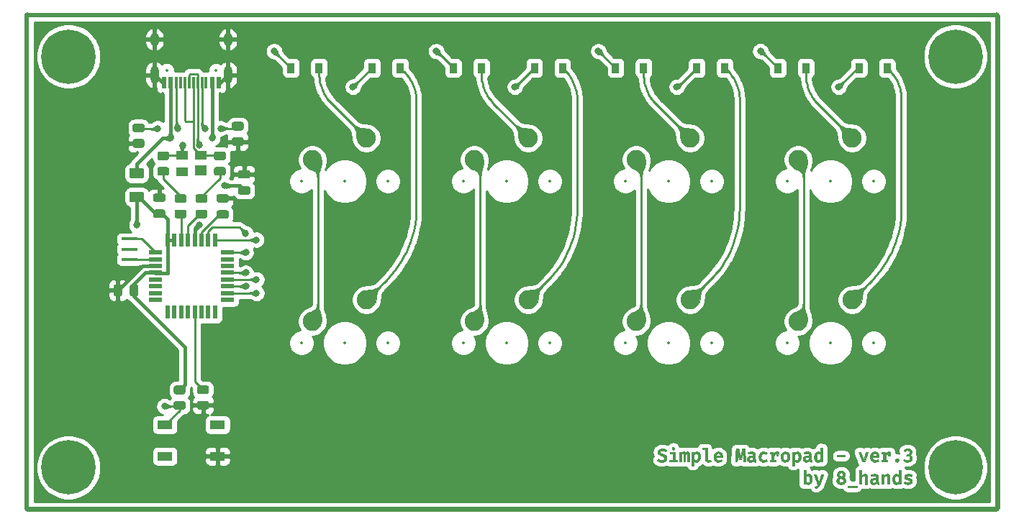
<source format=gbr>
%TF.GenerationSoftware,KiCad,Pcbnew,(5.1.10-1-10_14)*%
%TF.CreationDate,2021-08-29T23:03:25+08:00*%
%TF.ProjectId,SMP v.2,534d5020-762e-4322-9e6b-696361645f70,rev?*%
%TF.SameCoordinates,Original*%
%TF.FileFunction,Copper,L1,Top*%
%TF.FilePolarity,Positive*%
%FSLAX46Y46*%
G04 Gerber Fmt 4.6, Leading zero omitted, Abs format (unit mm)*
G04 Created by KiCad (PCBNEW (5.1.10-1-10_14)) date 2021-08-29 23:03:25*
%MOMM*%
%LPD*%
G01*
G04 APERTURE LIST*
%TA.AperFunction,Profile*%
%ADD10C,0.050000*%
%TD*%
%TA.AperFunction,NonConductor*%
%ADD11C,0.500000*%
%TD*%
%TA.AperFunction,EtchedComponent*%
%ADD12C,0.010000*%
%TD*%
%TA.AperFunction,SMDPad,CuDef*%
%ADD13R,0.600000X1.450000*%
%TD*%
%TA.AperFunction,SMDPad,CuDef*%
%ADD14R,0.300000X1.450000*%
%TD*%
%TA.AperFunction,ComponentPad*%
%ADD15O,1.000000X2.100000*%
%TD*%
%TA.AperFunction,ComponentPad*%
%ADD16O,1.000000X1.600000*%
%TD*%
%TA.AperFunction,SMDPad,CuDef*%
%ADD17R,1.400000X1.000000*%
%TD*%
%TA.AperFunction,SMDPad,CuDef*%
%ADD18R,1.400000X1.200000*%
%TD*%
%TA.AperFunction,SMDPad,CuDef*%
%ADD19R,0.550000X1.600000*%
%TD*%
%TA.AperFunction,SMDPad,CuDef*%
%ADD20R,1.600000X0.550000*%
%TD*%
%TA.AperFunction,SMDPad,CuDef*%
%ADD21R,0.900000X1.200000*%
%TD*%
%TA.AperFunction,ComponentPad*%
%ADD22C,2.250000*%
%TD*%
%TA.AperFunction,ComponentPad*%
%ADD23C,6.400000*%
%TD*%
%TA.AperFunction,SMDPad,CuDef*%
%ADD24R,1.900000X0.400000*%
%TD*%
%TA.AperFunction,SMDPad,CuDef*%
%ADD25R,1.800000X1.100000*%
%TD*%
%TA.AperFunction,ViaPad*%
%ADD26C,0.800000*%
%TD*%
%TA.AperFunction,Conductor*%
%ADD27C,0.254000*%
%TD*%
%TA.AperFunction,Conductor*%
%ADD28C,0.381000*%
%TD*%
%TA.AperFunction,Conductor*%
%ADD29C,0.100000*%
%TD*%
%TA.AperFunction,Conductor*%
%ADD30C,0.025400*%
%TD*%
%ADD31C,0.350000*%
%ADD32O,0.600000X1.700000*%
%ADD33O,0.600000X1.200000*%
G04 APERTURE END LIST*
D10*
X156052520Y-83629500D02*
G75*
G02*
X155727400Y-83954620I-325120J0D01*
G01*
X155727400Y-25214580D02*
G75*
G02*
X156052520Y-25539700I0J-325120D01*
G01*
X41366440Y-25539700D02*
G75*
G02*
X41691560Y-25214580I325120J0D01*
G01*
X41689020Y-83957160D02*
G75*
G02*
X41363900Y-83632040I0J325120D01*
G01*
D11*
X41640760Y-83677760D02*
X155778200Y-83677760D01*
X41641840Y-25488900D02*
X155778200Y-25488900D01*
X155778200Y-83677760D02*
X155778200Y-25488900D01*
X41640760Y-83677760D02*
X41641840Y-25488900D01*
D10*
X41366440Y-25539700D02*
X41363900Y-83632040D01*
X155727400Y-25214580D02*
X41691560Y-25214580D01*
X156052520Y-83629500D02*
X156052520Y-25539700D01*
X41689020Y-83957160D02*
X155727400Y-83954620D01*
D12*
%TO.C,Ref\u002A\u002A*%
G36*
X117709199Y-76389292D02*
G01*
X117758396Y-76406059D01*
X117799393Y-76436979D01*
X117828614Y-76479968D01*
X117842484Y-76532945D01*
X117843135Y-76547838D01*
X117833746Y-76601256D01*
X117807961Y-76645904D01*
X117769489Y-76679626D01*
X117722041Y-76700267D01*
X117669326Y-76705671D01*
X117615055Y-76693682D01*
X117602067Y-76687906D01*
X117558250Y-76656451D01*
X117531326Y-76613052D01*
X117520634Y-76556552D01*
X117520383Y-76544887D01*
X117527051Y-76489035D01*
X117548393Y-76446680D01*
X117586410Y-76414364D01*
X117600510Y-76406544D01*
X117655379Y-76388760D01*
X117709199Y-76389292D01*
G37*
X117709199Y-76389292D02*
X117758396Y-76406059D01*
X117799393Y-76436979D01*
X117828614Y-76479968D01*
X117842484Y-76532945D01*
X117843135Y-76547838D01*
X117833746Y-76601256D01*
X117807961Y-76645904D01*
X117769489Y-76679626D01*
X117722041Y-76700267D01*
X117669326Y-76705671D01*
X117615055Y-76693682D01*
X117602067Y-76687906D01*
X117558250Y-76656451D01*
X117531326Y-76613052D01*
X117520634Y-76556552D01*
X117520383Y-76544887D01*
X117527051Y-76489035D01*
X117548393Y-76446680D01*
X117586410Y-76414364D01*
X117600510Y-76406544D01*
X117655379Y-76388760D01*
X117709199Y-76389292D01*
G36*
X137877425Y-77531007D02*
G01*
X136967258Y-77531007D01*
X136967258Y-77319341D01*
X137877425Y-77319341D01*
X137877425Y-77531007D01*
G37*
X137877425Y-77531007D02*
X136967258Y-77531007D01*
X136967258Y-77319341D01*
X137877425Y-77319341D01*
X137877425Y-77531007D01*
G36*
X143112827Y-76932165D02*
G01*
X143155989Y-76937840D01*
X143159540Y-76938560D01*
X143221229Y-76951651D01*
X143216022Y-76995267D01*
X143212766Y-77024695D01*
X143208369Y-77067405D01*
X143203235Y-77119120D01*
X143197771Y-77175560D01*
X143192382Y-77232446D01*
X143187473Y-77285499D01*
X143183448Y-77330442D01*
X143180714Y-77362994D01*
X143179675Y-77378877D01*
X143179675Y-77379032D01*
X143174614Y-77386218D01*
X143157327Y-77390690D01*
X143124654Y-77392925D01*
X143084425Y-77393424D01*
X142989175Y-77393424D01*
X142989175Y-77152257D01*
X142944195Y-77162318D01*
X142882845Y-77182553D01*
X142829305Y-77215226D01*
X142781159Y-77262621D01*
X142735986Y-77327021D01*
X142700238Y-77392568D01*
X142655800Y-77481671D01*
X142652570Y-77707422D01*
X142649341Y-77933174D01*
X142883341Y-77933174D01*
X142883341Y-78123674D01*
X142227175Y-78123674D01*
X142227175Y-77933174D01*
X142396508Y-77933174D01*
X142396508Y-77139424D01*
X142227175Y-77139424D01*
X142227175Y-76948924D01*
X142406890Y-76948924D01*
X142472370Y-76949005D01*
X142519738Y-76949511D01*
X142552048Y-76950834D01*
X142572355Y-76953369D01*
X142583711Y-76957507D01*
X142589172Y-76963641D01*
X142591792Y-76972166D01*
X142591920Y-76972736D01*
X142596471Y-76995727D01*
X142602857Y-77031186D01*
X142610137Y-77073471D01*
X142617372Y-77116942D01*
X142623620Y-77155958D01*
X142627941Y-77184877D01*
X142629407Y-77197632D01*
X142634121Y-77195166D01*
X142646233Y-77178053D01*
X142660013Y-77155299D01*
X142717253Y-77072184D01*
X142782392Y-77008491D01*
X142856230Y-76963704D01*
X142939563Y-76937305D01*
X143008866Y-76929259D01*
X143060263Y-76929087D01*
X143112827Y-76932165D01*
G37*
X143112827Y-76932165D02*
X143155989Y-76937840D01*
X143159540Y-76938560D01*
X143221229Y-76951651D01*
X143216022Y-76995267D01*
X143212766Y-77024695D01*
X143208369Y-77067405D01*
X143203235Y-77119120D01*
X143197771Y-77175560D01*
X143192382Y-77232446D01*
X143187473Y-77285499D01*
X143183448Y-77330442D01*
X143180714Y-77362994D01*
X143179675Y-77378877D01*
X143179675Y-77379032D01*
X143174614Y-77386218D01*
X143157327Y-77390690D01*
X143124654Y-77392925D01*
X143084425Y-77393424D01*
X142989175Y-77393424D01*
X142989175Y-77152257D01*
X142944195Y-77162318D01*
X142882845Y-77182553D01*
X142829305Y-77215226D01*
X142781159Y-77262621D01*
X142735986Y-77327021D01*
X142700238Y-77392568D01*
X142655800Y-77481671D01*
X142652570Y-77707422D01*
X142649341Y-77933174D01*
X142883341Y-77933174D01*
X142883341Y-78123674D01*
X142227175Y-78123674D01*
X142227175Y-77933174D01*
X142396508Y-77933174D01*
X142396508Y-77139424D01*
X142227175Y-77139424D01*
X142227175Y-76948924D01*
X142406890Y-76948924D01*
X142472370Y-76949005D01*
X142519738Y-76949511D01*
X142552048Y-76950834D01*
X142572355Y-76953369D01*
X142583711Y-76957507D01*
X142589172Y-76963641D01*
X142591792Y-76972166D01*
X142591920Y-76972736D01*
X142596471Y-76995727D01*
X142602857Y-77031186D01*
X142610137Y-77073471D01*
X142617372Y-77116942D01*
X142623620Y-77155958D01*
X142627941Y-77184877D01*
X142629407Y-77197632D01*
X142634121Y-77195166D01*
X142646233Y-77178053D01*
X142660013Y-77155299D01*
X142717253Y-77072184D01*
X142782392Y-77008491D01*
X142856230Y-76963704D01*
X142939563Y-76937305D01*
X143008866Y-76929259D01*
X143060263Y-76929087D01*
X143112827Y-76932165D01*
G36*
X139908871Y-77414744D02*
G01*
X139937935Y-77509389D01*
X139965298Y-77597241D01*
X139990324Y-77676344D01*
X140012376Y-77744741D01*
X140030816Y-77800478D01*
X140045008Y-77841599D01*
X140054314Y-77866149D01*
X140057975Y-77872473D01*
X140062459Y-77860987D01*
X140072496Y-77831328D01*
X140087429Y-77785557D01*
X140106599Y-77725735D01*
X140129349Y-77653924D01*
X140155023Y-77572186D01*
X140182963Y-77482583D01*
X140206494Y-77406653D01*
X140347974Y-76948924D01*
X140477949Y-76948924D01*
X140527555Y-76949529D01*
X140568381Y-76951179D01*
X140596395Y-76953627D01*
X140607569Y-76956627D01*
X140607617Y-76956861D01*
X140604113Y-76968018D01*
X140594137Y-76997327D01*
X140578315Y-77043003D01*
X140557273Y-77103257D01*
X140531639Y-77176302D01*
X140502041Y-77260350D01*
X140469104Y-77353616D01*
X140433455Y-77454311D01*
X140402491Y-77541591D01*
X140197674Y-78118382D01*
X140050903Y-78121145D01*
X139904133Y-78123909D01*
X139700107Y-77544354D01*
X139662921Y-77438577D01*
X139627931Y-77338761D01*
X139595756Y-77246689D01*
X139567014Y-77164148D01*
X139542324Y-77092922D01*
X139522307Y-77034797D01*
X139507580Y-76991558D01*
X139498764Y-76964990D01*
X139496378Y-76956861D01*
X139506415Y-76953883D01*
X139533640Y-76951414D01*
X139574075Y-76949688D01*
X139623743Y-76948938D01*
X139631741Y-76948924D01*
X139766807Y-76948924D01*
X139908871Y-77414744D01*
G37*
X139908871Y-77414744D02*
X139937935Y-77509389D01*
X139965298Y-77597241D01*
X139990324Y-77676344D01*
X140012376Y-77744741D01*
X140030816Y-77800478D01*
X140045008Y-77841599D01*
X140054314Y-77866149D01*
X140057975Y-77872473D01*
X140062459Y-77860987D01*
X140072496Y-77831328D01*
X140087429Y-77785557D01*
X140106599Y-77725735D01*
X140129349Y-77653924D01*
X140155023Y-77572186D01*
X140182963Y-77482583D01*
X140206494Y-77406653D01*
X140347974Y-76948924D01*
X140477949Y-76948924D01*
X140527555Y-76949529D01*
X140568381Y-76951179D01*
X140596395Y-76953627D01*
X140607569Y-76956627D01*
X140607617Y-76956861D01*
X140604113Y-76968018D01*
X140594137Y-76997327D01*
X140578315Y-77043003D01*
X140557273Y-77103257D01*
X140531639Y-77176302D01*
X140502041Y-77260350D01*
X140469104Y-77353616D01*
X140433455Y-77454311D01*
X140402491Y-77541591D01*
X140197674Y-78118382D01*
X140050903Y-78121145D01*
X139904133Y-78123909D01*
X139700107Y-77544354D01*
X139662921Y-77438577D01*
X139627931Y-77338761D01*
X139595756Y-77246689D01*
X139567014Y-77164148D01*
X139542324Y-77092922D01*
X139522307Y-77034797D01*
X139507580Y-76991558D01*
X139498764Y-76964990D01*
X139496378Y-76956861D01*
X139506415Y-76953883D01*
X139533640Y-76951414D01*
X139574075Y-76949688D01*
X139623743Y-76948938D01*
X139631741Y-76948924D01*
X139766807Y-76948924D01*
X139908871Y-77414744D01*
G36*
X129881716Y-76933330D02*
G01*
X129934027Y-76934406D01*
X129980767Y-76937116D01*
X130016613Y-76941042D01*
X130035507Y-76945418D01*
X130062299Y-76957225D01*
X130041328Y-77175324D01*
X130020357Y-77393424D01*
X129834091Y-77393424D01*
X129834091Y-77152849D01*
X129794404Y-77160260D01*
X129723368Y-77184206D01*
X129658550Y-77228360D01*
X129599938Y-77292734D01*
X129547519Y-77377339D01*
X129540043Y-77392073D01*
X129500716Y-77471588D01*
X129497497Y-77702381D01*
X129494279Y-77933174D01*
X129728258Y-77933174D01*
X129728258Y-78123674D01*
X129072091Y-78123674D01*
X129072091Y-77933174D01*
X129241425Y-77933174D01*
X129241425Y-77139424D01*
X129072091Y-77139424D01*
X129072091Y-76948924D01*
X129429752Y-76948924D01*
X129442213Y-77020361D01*
X129449825Y-77066510D01*
X129456773Y-77112844D01*
X129460648Y-77142070D01*
X129465474Y-77171343D01*
X129471053Y-77189466D01*
X129473772Y-77192341D01*
X129482516Y-77183760D01*
X129495030Y-77162562D01*
X129497810Y-77156924D01*
X129523929Y-77115411D01*
X129562842Y-77069345D01*
X129608808Y-77024395D01*
X129656084Y-76986230D01*
X129694629Y-76962556D01*
X129722004Y-76949876D01*
X129746275Y-76941466D01*
X129772907Y-76936474D01*
X129807366Y-76934045D01*
X129855118Y-76933326D01*
X129881716Y-76933330D01*
G37*
X129881716Y-76933330D02*
X129934027Y-76934406D01*
X129980767Y-76937116D01*
X130016613Y-76941042D01*
X130035507Y-76945418D01*
X130062299Y-76957225D01*
X130041328Y-77175324D01*
X130020357Y-77393424D01*
X129834091Y-77393424D01*
X129834091Y-77152849D01*
X129794404Y-77160260D01*
X129723368Y-77184206D01*
X129658550Y-77228360D01*
X129599938Y-77292734D01*
X129547519Y-77377339D01*
X129540043Y-77392073D01*
X129500716Y-77471588D01*
X129497497Y-77702381D01*
X129494279Y-77933174D01*
X129728258Y-77933174D01*
X129728258Y-78123674D01*
X129072091Y-78123674D01*
X129072091Y-77933174D01*
X129241425Y-77933174D01*
X129241425Y-77139424D01*
X129072091Y-77139424D01*
X129072091Y-76948924D01*
X129429752Y-76948924D01*
X129442213Y-77020361D01*
X129449825Y-77066510D01*
X129456773Y-77112844D01*
X129460648Y-77142070D01*
X129465474Y-77171343D01*
X129471053Y-77189466D01*
X129473772Y-77192341D01*
X129482516Y-77183760D01*
X129495030Y-77162562D01*
X129497810Y-77156924D01*
X129523929Y-77115411D01*
X129562842Y-77069345D01*
X129608808Y-77024395D01*
X129656084Y-76986230D01*
X129694629Y-76962556D01*
X129722004Y-76949876D01*
X129746275Y-76941466D01*
X129772907Y-76936474D01*
X129807366Y-76934045D01*
X129855118Y-76933326D01*
X129881716Y-76933330D01*
G36*
X125274024Y-76600195D02*
G01*
X125321058Y-76601879D01*
X125351339Y-76604904D01*
X125367063Y-76609450D01*
X125370395Y-76612903D01*
X125373514Y-76625703D01*
X125380553Y-76657070D01*
X125391050Y-76704866D01*
X125404541Y-76766951D01*
X125420563Y-76841185D01*
X125438652Y-76925429D01*
X125458344Y-77017543D01*
X125474715Y-77094400D01*
X125495298Y-77190653D01*
X125514674Y-77280241D01*
X125532381Y-77361103D01*
X125547958Y-77431175D01*
X125560943Y-77488397D01*
X125570873Y-77530704D01*
X125577287Y-77556035D01*
X125579591Y-77562693D01*
X125582776Y-77552688D01*
X125589623Y-77524135D01*
X125599656Y-77479245D01*
X125612400Y-77420228D01*
X125627380Y-77349295D01*
X125644119Y-77268655D01*
X125662143Y-77180520D01*
X125667793Y-77152634D01*
X125686732Y-77059135D01*
X125704970Y-76969425D01*
X125721943Y-76886257D01*
X125737086Y-76812382D01*
X125749835Y-76750554D01*
X125759625Y-76703526D01*
X125765892Y-76674048D01*
X125766537Y-76671111D01*
X125782371Y-76599674D01*
X125940273Y-76599674D01*
X125995362Y-76599890D01*
X126042079Y-76600485D01*
X126076756Y-76601381D01*
X126095725Y-76602496D01*
X126098175Y-76603096D01*
X126098771Y-76613962D01*
X126100495Y-76644245D01*
X126103247Y-76692233D01*
X126106928Y-76756214D01*
X126111441Y-76834473D01*
X126116685Y-76925299D01*
X126122562Y-77026977D01*
X126128974Y-77137795D01*
X126135821Y-77256041D01*
X126140454Y-77335992D01*
X126147558Y-77458976D01*
X126154290Y-77576279D01*
X126160548Y-77686107D01*
X126166234Y-77786665D01*
X126171245Y-77876161D01*
X126175483Y-77952799D01*
X126178847Y-78014786D01*
X126181238Y-78060327D01*
X126182554Y-78087630D01*
X126182787Y-78094570D01*
X126182841Y-78123674D01*
X126061133Y-78123674D01*
X126008940Y-78123511D01*
X125974313Y-78122554D01*
X125953654Y-78120099D01*
X125943362Y-78115439D01*
X125939838Y-78107871D01*
X125939471Y-78099861D01*
X125938987Y-78083726D01*
X125937592Y-78049189D01*
X125935409Y-77998991D01*
X125932562Y-77935871D01*
X125929171Y-77862570D01*
X125925361Y-77781828D01*
X125923235Y-77737382D01*
X125918689Y-77640204D01*
X125914078Y-77536854D01*
X125909626Y-77432737D01*
X125905561Y-77333254D01*
X125902107Y-77243809D01*
X125899490Y-77169805D01*
X125899375Y-77166309D01*
X125891800Y-76933902D01*
X125845968Y-77145142D01*
X125829153Y-77222578D01*
X125809396Y-77313461D01*
X125788270Y-77410560D01*
X125767349Y-77506644D01*
X125748206Y-77594479D01*
X125746397Y-77602776D01*
X125692659Y-77849169D01*
X125575823Y-77846192D01*
X125458987Y-77843216D01*
X125344926Y-77366966D01*
X125230866Y-76890716D01*
X125236805Y-77086507D01*
X125237955Y-77158977D01*
X125237659Y-77248418D01*
X125235998Y-77350692D01*
X125233052Y-77461660D01*
X125228902Y-77577182D01*
X125225960Y-77644954D01*
X125221955Y-77733015D01*
X125218292Y-77816490D01*
X125215088Y-77892473D01*
X125212462Y-77958055D01*
X125210531Y-78010328D01*
X125209412Y-78046386D01*
X125209175Y-78060350D01*
X125209175Y-78113091D01*
X124964303Y-78113091D01*
X124970796Y-78031070D01*
X124972538Y-78006077D01*
X124975259Y-77963141D01*
X124978834Y-77904468D01*
X124983140Y-77832262D01*
X124988050Y-77748728D01*
X124993440Y-77656069D01*
X124999185Y-77556491D01*
X125005161Y-77452199D01*
X125011242Y-77345397D01*
X125017304Y-77238289D01*
X125023221Y-77133081D01*
X125028869Y-77031977D01*
X125034123Y-76937181D01*
X125038857Y-76850899D01*
X125042948Y-76775334D01*
X125046271Y-76712693D01*
X125048700Y-76665178D01*
X125050110Y-76634995D01*
X125050425Y-76625213D01*
X125050425Y-76599674D01*
X125208042Y-76599674D01*
X125274024Y-76600195D01*
G37*
X125274024Y-76600195D02*
X125321058Y-76601879D01*
X125351339Y-76604904D01*
X125367063Y-76609450D01*
X125370395Y-76612903D01*
X125373514Y-76625703D01*
X125380553Y-76657070D01*
X125391050Y-76704866D01*
X125404541Y-76766951D01*
X125420563Y-76841185D01*
X125438652Y-76925429D01*
X125458344Y-77017543D01*
X125474715Y-77094400D01*
X125495298Y-77190653D01*
X125514674Y-77280241D01*
X125532381Y-77361103D01*
X125547958Y-77431175D01*
X125560943Y-77488397D01*
X125570873Y-77530704D01*
X125577287Y-77556035D01*
X125579591Y-77562693D01*
X125582776Y-77552688D01*
X125589623Y-77524135D01*
X125599656Y-77479245D01*
X125612400Y-77420228D01*
X125627380Y-77349295D01*
X125644119Y-77268655D01*
X125662143Y-77180520D01*
X125667793Y-77152634D01*
X125686732Y-77059135D01*
X125704970Y-76969425D01*
X125721943Y-76886257D01*
X125737086Y-76812382D01*
X125749835Y-76750554D01*
X125759625Y-76703526D01*
X125765892Y-76674048D01*
X125766537Y-76671111D01*
X125782371Y-76599674D01*
X125940273Y-76599674D01*
X125995362Y-76599890D01*
X126042079Y-76600485D01*
X126076756Y-76601381D01*
X126095725Y-76602496D01*
X126098175Y-76603096D01*
X126098771Y-76613962D01*
X126100495Y-76644245D01*
X126103247Y-76692233D01*
X126106928Y-76756214D01*
X126111441Y-76834473D01*
X126116685Y-76925299D01*
X126122562Y-77026977D01*
X126128974Y-77137795D01*
X126135821Y-77256041D01*
X126140454Y-77335992D01*
X126147558Y-77458976D01*
X126154290Y-77576279D01*
X126160548Y-77686107D01*
X126166234Y-77786665D01*
X126171245Y-77876161D01*
X126175483Y-77952799D01*
X126178847Y-78014786D01*
X126181238Y-78060327D01*
X126182554Y-78087630D01*
X126182787Y-78094570D01*
X126182841Y-78123674D01*
X126061133Y-78123674D01*
X126008940Y-78123511D01*
X125974313Y-78122554D01*
X125953654Y-78120099D01*
X125943362Y-78115439D01*
X125939838Y-78107871D01*
X125939471Y-78099861D01*
X125938987Y-78083726D01*
X125937592Y-78049189D01*
X125935409Y-77998991D01*
X125932562Y-77935871D01*
X125929171Y-77862570D01*
X125925361Y-77781828D01*
X125923235Y-77737382D01*
X125918689Y-77640204D01*
X125914078Y-77536854D01*
X125909626Y-77432737D01*
X125905561Y-77333254D01*
X125902107Y-77243809D01*
X125899490Y-77169805D01*
X125899375Y-77166309D01*
X125891800Y-76933902D01*
X125845968Y-77145142D01*
X125829153Y-77222578D01*
X125809396Y-77313461D01*
X125788270Y-77410560D01*
X125767349Y-77506644D01*
X125748206Y-77594479D01*
X125746397Y-77602776D01*
X125692659Y-77849169D01*
X125575823Y-77846192D01*
X125458987Y-77843216D01*
X125344926Y-77366966D01*
X125230866Y-76890716D01*
X125236805Y-77086507D01*
X125237955Y-77158977D01*
X125237659Y-77248418D01*
X125235998Y-77350692D01*
X125233052Y-77461660D01*
X125228902Y-77577182D01*
X125225960Y-77644954D01*
X125221955Y-77733015D01*
X125218292Y-77816490D01*
X125215088Y-77892473D01*
X125212462Y-77958055D01*
X125210531Y-78010328D01*
X125209412Y-78046386D01*
X125209175Y-78060350D01*
X125209175Y-78113091D01*
X124964303Y-78113091D01*
X124970796Y-78031070D01*
X124972538Y-78006077D01*
X124975259Y-77963141D01*
X124978834Y-77904468D01*
X124983140Y-77832262D01*
X124988050Y-77748728D01*
X124993440Y-77656069D01*
X124999185Y-77556491D01*
X125005161Y-77452199D01*
X125011242Y-77345397D01*
X125017304Y-77238289D01*
X125023221Y-77133081D01*
X125028869Y-77031977D01*
X125034123Y-76937181D01*
X125038857Y-76850899D01*
X125042948Y-76775334D01*
X125046271Y-76712693D01*
X125048700Y-76665178D01*
X125050110Y-76634995D01*
X125050425Y-76625213D01*
X125050425Y-76599674D01*
X125208042Y-76599674D01*
X125274024Y-76600195D01*
G36*
X118951245Y-76932106D02*
G01*
X119005904Y-76956159D01*
X119049018Y-76997485D01*
X119070283Y-77031678D01*
X119082954Y-77056223D01*
X119133116Y-77009303D01*
X119171986Y-76974868D01*
X119203958Y-76952622D01*
X119236064Y-76938819D01*
X119275337Y-76929713D01*
X119285857Y-76927931D01*
X119359446Y-76924703D01*
X119423535Y-76939987D01*
X119477086Y-76973228D01*
X119519062Y-77023873D01*
X119538471Y-77062902D01*
X119544154Y-77077314D01*
X119548883Y-77091230D01*
X119552744Y-77106652D01*
X119555826Y-77125582D01*
X119558216Y-77150021D01*
X119560003Y-77181970D01*
X119561274Y-77223431D01*
X119562117Y-77276404D01*
X119562620Y-77342892D01*
X119562870Y-77424895D01*
X119562957Y-77524415D01*
X119562966Y-77620966D01*
X119562966Y-78118382D01*
X119455097Y-78121391D01*
X119347229Y-78124401D01*
X119343972Y-77661016D01*
X119343060Y-77542373D01*
X119342000Y-77443133D01*
X119340592Y-77361533D01*
X119338636Y-77295809D01*
X119335932Y-77244199D01*
X119332279Y-77204938D01*
X119327476Y-77176264D01*
X119321324Y-77156412D01*
X119313622Y-77143621D01*
X119304169Y-77136125D01*
X119292766Y-77132163D01*
X119283686Y-77130571D01*
X119246941Y-77133582D01*
X119204073Y-77149104D01*
X119162777Y-77173614D01*
X119134834Y-77198687D01*
X119102591Y-77235410D01*
X119102591Y-78123674D01*
X118891740Y-78123674D01*
X118888686Y-77641272D01*
X118887935Y-77527600D01*
X118887191Y-77433229D01*
X118886365Y-77356294D01*
X118885369Y-77294931D01*
X118884116Y-77247273D01*
X118882515Y-77211456D01*
X118880479Y-77185615D01*
X118877920Y-77167884D01*
X118874748Y-77156398D01*
X118870876Y-77149292D01*
X118866214Y-77144702D01*
X118865089Y-77143855D01*
X118829580Y-77130403D01*
X118787138Y-77135276D01*
X118740104Y-77157774D01*
X118692487Y-77195601D01*
X118658091Y-77228243D01*
X118658091Y-78123674D01*
X118425258Y-78123674D01*
X118425258Y-76948924D01*
X118519795Y-76948924D01*
X118565752Y-76949038D01*
X118595022Y-76951417D01*
X118612068Y-76959114D01*
X118621356Y-76975182D01*
X118627350Y-77002674D01*
X118631070Y-77025024D01*
X118637648Y-77064083D01*
X118680482Y-77017613D01*
X118738019Y-76967393D01*
X118800922Y-76936911D01*
X118871966Y-76924899D01*
X118883794Y-76924610D01*
X118951245Y-76932106D01*
G37*
X118951245Y-76932106D02*
X119005904Y-76956159D01*
X119049018Y-76997485D01*
X119070283Y-77031678D01*
X119082954Y-77056223D01*
X119133116Y-77009303D01*
X119171986Y-76974868D01*
X119203958Y-76952622D01*
X119236064Y-76938819D01*
X119275337Y-76929713D01*
X119285857Y-76927931D01*
X119359446Y-76924703D01*
X119423535Y-76939987D01*
X119477086Y-76973228D01*
X119519062Y-77023873D01*
X119538471Y-77062902D01*
X119544154Y-77077314D01*
X119548883Y-77091230D01*
X119552744Y-77106652D01*
X119555826Y-77125582D01*
X119558216Y-77150021D01*
X119560003Y-77181970D01*
X119561274Y-77223431D01*
X119562117Y-77276404D01*
X119562620Y-77342892D01*
X119562870Y-77424895D01*
X119562957Y-77524415D01*
X119562966Y-77620966D01*
X119562966Y-78118382D01*
X119455097Y-78121391D01*
X119347229Y-78124401D01*
X119343972Y-77661016D01*
X119343060Y-77542373D01*
X119342000Y-77443133D01*
X119340592Y-77361533D01*
X119338636Y-77295809D01*
X119335932Y-77244199D01*
X119332279Y-77204938D01*
X119327476Y-77176264D01*
X119321324Y-77156412D01*
X119313622Y-77143621D01*
X119304169Y-77136125D01*
X119292766Y-77132163D01*
X119283686Y-77130571D01*
X119246941Y-77133582D01*
X119204073Y-77149104D01*
X119162777Y-77173614D01*
X119134834Y-77198687D01*
X119102591Y-77235410D01*
X119102591Y-78123674D01*
X118891740Y-78123674D01*
X118888686Y-77641272D01*
X118887935Y-77527600D01*
X118887191Y-77433229D01*
X118886365Y-77356294D01*
X118885369Y-77294931D01*
X118884116Y-77247273D01*
X118882515Y-77211456D01*
X118880479Y-77185615D01*
X118877920Y-77167884D01*
X118874748Y-77156398D01*
X118870876Y-77149292D01*
X118866214Y-77144702D01*
X118865089Y-77143855D01*
X118829580Y-77130403D01*
X118787138Y-77135276D01*
X118740104Y-77157774D01*
X118692487Y-77195601D01*
X118658091Y-77228243D01*
X118658091Y-78123674D01*
X118425258Y-78123674D01*
X118425258Y-76948924D01*
X118519795Y-76948924D01*
X118565752Y-76949038D01*
X118595022Y-76951417D01*
X118612068Y-76959114D01*
X118621356Y-76975182D01*
X118627350Y-77002674D01*
X118631070Y-77025024D01*
X118637648Y-77064083D01*
X118680482Y-77017613D01*
X118738019Y-76967393D01*
X118800922Y-76936911D01*
X118871966Y-76924899D01*
X118883794Y-76924610D01*
X118951245Y-76932106D01*
G36*
X117853758Y-77933174D02*
G01*
X118171258Y-77933174D01*
X118171258Y-78123674D01*
X117250508Y-78123674D01*
X117250508Y-77933174D01*
X117599758Y-77933174D01*
X117599758Y-77139424D01*
X117271675Y-77139424D01*
X117271675Y-76948924D01*
X117853758Y-76948924D01*
X117853758Y-77933174D01*
G37*
X117853758Y-77933174D02*
X118171258Y-77933174D01*
X118171258Y-78123674D01*
X117250508Y-78123674D01*
X117250508Y-77933174D01*
X117599758Y-77933174D01*
X117599758Y-77139424D01*
X117271675Y-77139424D01*
X117271675Y-76948924D01*
X117853758Y-76948924D01*
X117853758Y-77933174D01*
G36*
X145291866Y-76579105D02*
G01*
X145368026Y-76585769D01*
X145432595Y-76598278D01*
X145440747Y-76600633D01*
X145531031Y-76636568D01*
X145604741Y-76684770D01*
X145663367Y-76746471D01*
X145707723Y-76821441D01*
X145728920Y-76888705D01*
X145736264Y-76964013D01*
X145729687Y-77039349D01*
X145710098Y-77104518D01*
X145679203Y-77155844D01*
X145634125Y-77207392D01*
X145580946Y-77253271D01*
X145525747Y-77287593D01*
X145516734Y-77291795D01*
X145461960Y-77315968D01*
X145498873Y-77321958D01*
X145569142Y-77343280D01*
X145636314Y-77381992D01*
X145695543Y-77434391D01*
X145741984Y-77496771D01*
X145751979Y-77515408D01*
X145764044Y-77542606D01*
X145771677Y-77568906D01*
X145775821Y-77600359D01*
X145777422Y-77643015D01*
X145777547Y-77679174D01*
X145774245Y-77758136D01*
X145763438Y-77822107D01*
X145742974Y-77876576D01*
X145710702Y-77927031D01*
X145664471Y-77978959D01*
X145657142Y-77986283D01*
X145583775Y-78048437D01*
X145504767Y-78094102D01*
X145417056Y-78124401D01*
X145317576Y-78140456D01*
X145227550Y-78143802D01*
X145173499Y-78141861D01*
X145119224Y-78137292D01*
X145073545Y-78130927D01*
X145058920Y-78127888D01*
X144979752Y-78102143D01*
X144899739Y-78064525D01*
X144827231Y-78019339D01*
X144788906Y-77988692D01*
X144731263Y-77936878D01*
X144773031Y-77899569D01*
X144807045Y-77869402D01*
X144842763Y-77838038D01*
X144854170Y-77828107D01*
X144893540Y-77793955D01*
X144932806Y-77832090D01*
X145001512Y-77884321D01*
X145082390Y-77920409D01*
X145172655Y-77939190D01*
X145192498Y-77940823D01*
X145262864Y-77941840D01*
X145319902Y-77934203D01*
X145370196Y-77916438D01*
X145414248Y-77891159D01*
X145466430Y-77844443D01*
X145502260Y-77785214D01*
X145520626Y-77715644D01*
X145522915Y-77678469D01*
X145515987Y-77600831D01*
X145494698Y-77537454D01*
X145458410Y-77487809D01*
X145406488Y-77451370D01*
X145338296Y-77427610D01*
X145253198Y-77416002D01*
X145204462Y-77414591D01*
X145158089Y-77414744D01*
X145128428Y-77412701D01*
X145112491Y-77404711D01*
X145107293Y-77387020D01*
X145109849Y-77355876D01*
X145117170Y-77307525D01*
X145117502Y-77305304D01*
X145129162Y-77226904D01*
X145221964Y-77221612D01*
X145274034Y-77217315D01*
X145312751Y-77210178D01*
X145345905Y-77198345D01*
X145369845Y-77186343D01*
X145422206Y-77147323D01*
X145458427Y-77098490D01*
X145478830Y-77043338D01*
X145483736Y-76985358D01*
X145473468Y-76928045D01*
X145448346Y-76874890D01*
X145408694Y-76829386D01*
X145354832Y-76795028D01*
X145333007Y-76786391D01*
X145255709Y-76770809D01*
X145174178Y-76773709D01*
X145092434Y-76794084D01*
X145014499Y-76830926D01*
X144944392Y-76883226D01*
X144943495Y-76884055D01*
X144913440Y-76911882D01*
X144777734Y-76763716D01*
X144819795Y-76725489D01*
X144868971Y-76688138D01*
X144931196Y-76651575D01*
X144998612Y-76619885D01*
X145063360Y-76597152D01*
X145070327Y-76595284D01*
X145135367Y-76583752D01*
X145211763Y-76578395D01*
X145291866Y-76579105D01*
G37*
X145291866Y-76579105D02*
X145368026Y-76585769D01*
X145432595Y-76598278D01*
X145440747Y-76600633D01*
X145531031Y-76636568D01*
X145604741Y-76684770D01*
X145663367Y-76746471D01*
X145707723Y-76821441D01*
X145728920Y-76888705D01*
X145736264Y-76964013D01*
X145729687Y-77039349D01*
X145710098Y-77104518D01*
X145679203Y-77155844D01*
X145634125Y-77207392D01*
X145580946Y-77253271D01*
X145525747Y-77287593D01*
X145516734Y-77291795D01*
X145461960Y-77315968D01*
X145498873Y-77321958D01*
X145569142Y-77343280D01*
X145636314Y-77381992D01*
X145695543Y-77434391D01*
X145741984Y-77496771D01*
X145751979Y-77515408D01*
X145764044Y-77542606D01*
X145771677Y-77568906D01*
X145775821Y-77600359D01*
X145777422Y-77643015D01*
X145777547Y-77679174D01*
X145774245Y-77758136D01*
X145763438Y-77822107D01*
X145742974Y-77876576D01*
X145710702Y-77927031D01*
X145664471Y-77978959D01*
X145657142Y-77986283D01*
X145583775Y-78048437D01*
X145504767Y-78094102D01*
X145417056Y-78124401D01*
X145317576Y-78140456D01*
X145227550Y-78143802D01*
X145173499Y-78141861D01*
X145119224Y-78137292D01*
X145073545Y-78130927D01*
X145058920Y-78127888D01*
X144979752Y-78102143D01*
X144899739Y-78064525D01*
X144827231Y-78019339D01*
X144788906Y-77988692D01*
X144731263Y-77936878D01*
X144773031Y-77899569D01*
X144807045Y-77869402D01*
X144842763Y-77838038D01*
X144854170Y-77828107D01*
X144893540Y-77793955D01*
X144932806Y-77832090D01*
X145001512Y-77884321D01*
X145082390Y-77920409D01*
X145172655Y-77939190D01*
X145192498Y-77940823D01*
X145262864Y-77941840D01*
X145319902Y-77934203D01*
X145370196Y-77916438D01*
X145414248Y-77891159D01*
X145466430Y-77844443D01*
X145502260Y-77785214D01*
X145520626Y-77715644D01*
X145522915Y-77678469D01*
X145515987Y-77600831D01*
X145494698Y-77537454D01*
X145458410Y-77487809D01*
X145406488Y-77451370D01*
X145338296Y-77427610D01*
X145253198Y-77416002D01*
X145204462Y-77414591D01*
X145158089Y-77414744D01*
X145128428Y-77412701D01*
X145112491Y-77404711D01*
X145107293Y-77387020D01*
X145109849Y-77355876D01*
X145117170Y-77307525D01*
X145117502Y-77305304D01*
X145129162Y-77226904D01*
X145221964Y-77221612D01*
X145274034Y-77217315D01*
X145312751Y-77210178D01*
X145345905Y-77198345D01*
X145369845Y-77186343D01*
X145422206Y-77147323D01*
X145458427Y-77098490D01*
X145478830Y-77043338D01*
X145483736Y-76985358D01*
X145473468Y-76928045D01*
X145448346Y-76874890D01*
X145408694Y-76829386D01*
X145354832Y-76795028D01*
X145333007Y-76786391D01*
X145255709Y-76770809D01*
X145174178Y-76773709D01*
X145092434Y-76794084D01*
X145014499Y-76830926D01*
X144944392Y-76883226D01*
X144943495Y-76884055D01*
X144913440Y-76911882D01*
X144777734Y-76763716D01*
X144819795Y-76725489D01*
X144868971Y-76688138D01*
X144931196Y-76651575D01*
X144998612Y-76619885D01*
X145063360Y-76597152D01*
X145070327Y-76595284D01*
X145135367Y-76583752D01*
X145211763Y-76578395D01*
X145291866Y-76579105D01*
G36*
X141437307Y-76922328D02*
G01*
X141534122Y-76940369D01*
X141599720Y-76964469D01*
X141655679Y-76997684D01*
X141712579Y-77044524D01*
X141763661Y-77098897D01*
X141792106Y-77137819D01*
X141827818Y-77207486D01*
X141856447Y-77290567D01*
X141876485Y-77380059D01*
X141886422Y-77468959D01*
X141884752Y-77550261D01*
X141883365Y-77561675D01*
X141875938Y-77615674D01*
X141115925Y-77615674D01*
X141115925Y-77652318D01*
X141122514Y-77698280D01*
X141140047Y-77751389D01*
X141165170Y-77803187D01*
X141190572Y-77840580D01*
X141220246Y-77870312D01*
X141257173Y-77899312D01*
X141272808Y-77909372D01*
X141296944Y-77922560D01*
X141319103Y-77931035D01*
X141344988Y-77935826D01*
X141380301Y-77937960D01*
X141430743Y-77938465D01*
X141434222Y-77938466D01*
X141484685Y-77938158D01*
X141520940Y-77936192D01*
X141549950Y-77931009D01*
X141578674Y-77921044D01*
X141614072Y-77904738D01*
X141638762Y-77892572D01*
X141679530Y-77871957D01*
X141707345Y-77859533D01*
X141727055Y-77856796D01*
X141743508Y-77865240D01*
X141761554Y-77886362D01*
X141786041Y-77921658D01*
X141800352Y-77942417D01*
X141839967Y-77999285D01*
X141813967Y-78020676D01*
X141777509Y-78044947D01*
X141727170Y-78070943D01*
X141669712Y-78095721D01*
X141611901Y-78116336D01*
X141565413Y-78128844D01*
X141492195Y-78139595D01*
X141412041Y-78143474D01*
X141332800Y-78140582D01*
X141262320Y-78131022D01*
X141235601Y-78124584D01*
X141141677Y-78087033D01*
X141058018Y-78031927D01*
X140986213Y-77961016D01*
X140927852Y-77876053D01*
X140884527Y-77778789D01*
X140867237Y-77718805D01*
X140858078Y-77661808D01*
X140853173Y-77591481D01*
X140852518Y-77515231D01*
X140855829Y-77446341D01*
X141112963Y-77446341D01*
X141637448Y-77446341D01*
X141631746Y-77383461D01*
X141622928Y-77335173D01*
X141606291Y-77281770D01*
X141584812Y-77230916D01*
X141561471Y-77190273D01*
X141551993Y-77178272D01*
X141506335Y-77142605D01*
X141448816Y-77120215D01*
X141385047Y-77112430D01*
X141320637Y-77120578D01*
X141314934Y-77122158D01*
X141253875Y-77150521D01*
X141201327Y-77196006D01*
X141159583Y-77255501D01*
X141130936Y-77325895D01*
X141118974Y-77388101D01*
X141112963Y-77446341D01*
X140855829Y-77446341D01*
X140856112Y-77440463D01*
X140863953Y-77374582D01*
X140867337Y-77356686D01*
X140898366Y-77253920D01*
X140944983Y-77161006D01*
X141005404Y-77080395D01*
X141077843Y-77014537D01*
X141147675Y-76971918D01*
X141239045Y-76938185D01*
X141337268Y-76921627D01*
X141437307Y-76922328D01*
G37*
X141437307Y-76922328D02*
X141534122Y-76940369D01*
X141599720Y-76964469D01*
X141655679Y-76997684D01*
X141712579Y-77044524D01*
X141763661Y-77098897D01*
X141792106Y-77137819D01*
X141827818Y-77207486D01*
X141856447Y-77290567D01*
X141876485Y-77380059D01*
X141886422Y-77468959D01*
X141884752Y-77550261D01*
X141883365Y-77561675D01*
X141875938Y-77615674D01*
X141115925Y-77615674D01*
X141115925Y-77652318D01*
X141122514Y-77698280D01*
X141140047Y-77751389D01*
X141165170Y-77803187D01*
X141190572Y-77840580D01*
X141220246Y-77870312D01*
X141257173Y-77899312D01*
X141272808Y-77909372D01*
X141296944Y-77922560D01*
X141319103Y-77931035D01*
X141344988Y-77935826D01*
X141380301Y-77937960D01*
X141430743Y-77938465D01*
X141434222Y-77938466D01*
X141484685Y-77938158D01*
X141520940Y-77936192D01*
X141549950Y-77931009D01*
X141578674Y-77921044D01*
X141614072Y-77904738D01*
X141638762Y-77892572D01*
X141679530Y-77871957D01*
X141707345Y-77859533D01*
X141727055Y-77856796D01*
X141743508Y-77865240D01*
X141761554Y-77886362D01*
X141786041Y-77921658D01*
X141800352Y-77942417D01*
X141839967Y-77999285D01*
X141813967Y-78020676D01*
X141777509Y-78044947D01*
X141727170Y-78070943D01*
X141669712Y-78095721D01*
X141611901Y-78116336D01*
X141565413Y-78128844D01*
X141492195Y-78139595D01*
X141412041Y-78143474D01*
X141332800Y-78140582D01*
X141262320Y-78131022D01*
X141235601Y-78124584D01*
X141141677Y-78087033D01*
X141058018Y-78031927D01*
X140986213Y-77961016D01*
X140927852Y-77876053D01*
X140884527Y-77778789D01*
X140867237Y-77718805D01*
X140858078Y-77661808D01*
X140853173Y-77591481D01*
X140852518Y-77515231D01*
X140855829Y-77446341D01*
X141112963Y-77446341D01*
X141637448Y-77446341D01*
X141631746Y-77383461D01*
X141622928Y-77335173D01*
X141606291Y-77281770D01*
X141584812Y-77230916D01*
X141561471Y-77190273D01*
X141551993Y-77178272D01*
X141506335Y-77142605D01*
X141448816Y-77120215D01*
X141385047Y-77112430D01*
X141320637Y-77120578D01*
X141314934Y-77122158D01*
X141253875Y-77150521D01*
X141201327Y-77196006D01*
X141159583Y-77255501D01*
X141130936Y-77325895D01*
X141118974Y-77388101D01*
X141112963Y-77446341D01*
X140855829Y-77446341D01*
X140856112Y-77440463D01*
X140863953Y-77374582D01*
X140867337Y-77356686D01*
X140898366Y-77253920D01*
X140944983Y-77161006D01*
X141005404Y-77080395D01*
X141077843Y-77014537D01*
X141147675Y-76971918D01*
X141239045Y-76938185D01*
X141337268Y-76921627D01*
X141437307Y-76922328D01*
G36*
X135054320Y-76465902D02*
G01*
X135096052Y-76470676D01*
X135146054Y-76475977D01*
X135181320Y-76479479D01*
X135252758Y-76486297D01*
X135252758Y-78123674D01*
X135142867Y-78123674D01*
X135090490Y-78123281D01*
X135055679Y-78120397D01*
X135034831Y-78112459D01*
X135024345Y-78096908D01*
X135020620Y-78071182D01*
X135020069Y-78036361D01*
X135018731Y-78010832D01*
X135015594Y-77997318D01*
X135014645Y-77996674D01*
X135004803Y-78003445D01*
X134984854Y-78020944D01*
X134966064Y-78038697D01*
X134930989Y-78067651D01*
X134888231Y-78096124D01*
X134862997Y-78109960D01*
X134831175Y-78124128D01*
X134801360Y-78133159D01*
X134766738Y-78138358D01*
X134720495Y-78141029D01*
X134697266Y-78141680D01*
X134649063Y-78141900D01*
X134606332Y-78140460D01*
X134575162Y-78137644D01*
X134564841Y-78135513D01*
X134484835Y-78099382D01*
X134416583Y-78046873D01*
X134359716Y-77977486D01*
X134313864Y-77890724D01*
X134278658Y-77786090D01*
X134266120Y-77732702D01*
X134251993Y-77628386D01*
X134250570Y-77527243D01*
X134522588Y-77527243D01*
X134527638Y-77642976D01*
X134542668Y-77740272D01*
X134567784Y-77819416D01*
X134603092Y-77880693D01*
X134648698Y-77924389D01*
X134675966Y-77940001D01*
X134715037Y-77949701D01*
X134764779Y-77950239D01*
X134817112Y-77942276D01*
X134863961Y-77926475D01*
X134868589Y-77924207D01*
X134899880Y-77903600D01*
X134934539Y-77873980D01*
X134955136Y-77852751D01*
X134998758Y-77803194D01*
X134998758Y-77237137D01*
X134957361Y-77199737D01*
X134920598Y-77168729D01*
X134889087Y-77149169D01*
X134854100Y-77136616D01*
X134817640Y-77128613D01*
X134749421Y-77124843D01*
X134688814Y-77140140D01*
X134636514Y-77173563D01*
X134593216Y-77224173D01*
X134559614Y-77291033D01*
X134536404Y-77373202D01*
X134524280Y-77469742D01*
X134522588Y-77527243D01*
X134250570Y-77527243D01*
X134250434Y-77517631D01*
X134260752Y-77405913D01*
X134282258Y-77298709D01*
X134314260Y-77201496D01*
X134340034Y-77146860D01*
X134361656Y-77114529D01*
X134393210Y-77076097D01*
X134428434Y-77039100D01*
X134433921Y-77033883D01*
X134494528Y-76984330D01*
X134554942Y-76951477D01*
X134621261Y-76932973D01*
X134699582Y-76926469D01*
X134712779Y-76926383D01*
X134798169Y-76932353D01*
X134870221Y-76951047D01*
X134933608Y-76984066D01*
X134974945Y-77016223D01*
X134998758Y-77037280D01*
X134998758Y-76459142D01*
X135054320Y-76465902D01*
G37*
X135054320Y-76465902D02*
X135096052Y-76470676D01*
X135146054Y-76475977D01*
X135181320Y-76479479D01*
X135252758Y-76486297D01*
X135252758Y-78123674D01*
X135142867Y-78123674D01*
X135090490Y-78123281D01*
X135055679Y-78120397D01*
X135034831Y-78112459D01*
X135024345Y-78096908D01*
X135020620Y-78071182D01*
X135020069Y-78036361D01*
X135018731Y-78010832D01*
X135015594Y-77997318D01*
X135014645Y-77996674D01*
X135004803Y-78003445D01*
X134984854Y-78020944D01*
X134966064Y-78038697D01*
X134930989Y-78067651D01*
X134888231Y-78096124D01*
X134862997Y-78109960D01*
X134831175Y-78124128D01*
X134801360Y-78133159D01*
X134766738Y-78138358D01*
X134720495Y-78141029D01*
X134697266Y-78141680D01*
X134649063Y-78141900D01*
X134606332Y-78140460D01*
X134575162Y-78137644D01*
X134564841Y-78135513D01*
X134484835Y-78099382D01*
X134416583Y-78046873D01*
X134359716Y-77977486D01*
X134313864Y-77890724D01*
X134278658Y-77786090D01*
X134266120Y-77732702D01*
X134251993Y-77628386D01*
X134250570Y-77527243D01*
X134522588Y-77527243D01*
X134527638Y-77642976D01*
X134542668Y-77740272D01*
X134567784Y-77819416D01*
X134603092Y-77880693D01*
X134648698Y-77924389D01*
X134675966Y-77940001D01*
X134715037Y-77949701D01*
X134764779Y-77950239D01*
X134817112Y-77942276D01*
X134863961Y-77926475D01*
X134868589Y-77924207D01*
X134899880Y-77903600D01*
X134934539Y-77873980D01*
X134955136Y-77852751D01*
X134998758Y-77803194D01*
X134998758Y-77237137D01*
X134957361Y-77199737D01*
X134920598Y-77168729D01*
X134889087Y-77149169D01*
X134854100Y-77136616D01*
X134817640Y-77128613D01*
X134749421Y-77124843D01*
X134688814Y-77140140D01*
X134636514Y-77173563D01*
X134593216Y-77224173D01*
X134559614Y-77291033D01*
X134536404Y-77373202D01*
X134524280Y-77469742D01*
X134522588Y-77527243D01*
X134250570Y-77527243D01*
X134250434Y-77517631D01*
X134260752Y-77405913D01*
X134282258Y-77298709D01*
X134314260Y-77201496D01*
X134340034Y-77146860D01*
X134361656Y-77114529D01*
X134393210Y-77076097D01*
X134428434Y-77039100D01*
X134433921Y-77033883D01*
X134494528Y-76984330D01*
X134554942Y-76951477D01*
X134621261Y-76932973D01*
X134699582Y-76926469D01*
X134712779Y-76926383D01*
X134798169Y-76932353D01*
X134870221Y-76951047D01*
X134933608Y-76984066D01*
X134974945Y-77016223D01*
X134998758Y-77037280D01*
X134998758Y-76459142D01*
X135054320Y-76465902D01*
G36*
X133497811Y-76925392D02*
G01*
X133542872Y-76927634D01*
X133578989Y-76932628D01*
X133612250Y-76941070D01*
X133631324Y-76947362D01*
X133712787Y-76981846D01*
X133776771Y-77023341D01*
X133826524Y-77074568D01*
X133865295Y-77138245D01*
X133869199Y-77146495D01*
X133875667Y-77161386D01*
X133880889Y-77176707D01*
X133885040Y-77194916D01*
X133888298Y-77218469D01*
X133890842Y-77249822D01*
X133892847Y-77291434D01*
X133894492Y-77345761D01*
X133895953Y-77415259D01*
X133897408Y-77502386D01*
X133898091Y-77546882D01*
X133899689Y-77647026D01*
X133901360Y-77728196D01*
X133903436Y-77792582D01*
X133906248Y-77842374D01*
X133910128Y-77879763D01*
X133915408Y-77906939D01*
X133922419Y-77926094D01*
X133931495Y-77939416D01*
X133942965Y-77949098D01*
X133957163Y-77957330D01*
X133960520Y-77959078D01*
X133990572Y-77974619D01*
X133961537Y-78057084D01*
X133946230Y-78098400D01*
X133934218Y-78123593D01*
X133922742Y-78136821D01*
X133909040Y-78142243D01*
X133904581Y-78142910D01*
X133868275Y-78139029D01*
X133824476Y-78122217D01*
X133779314Y-78095746D01*
X133738915Y-78062889D01*
X133723249Y-78046090D01*
X133682698Y-77997578D01*
X133642705Y-78033709D01*
X133568295Y-78086764D01*
X133481555Y-78122738D01*
X133382802Y-78141523D01*
X133316733Y-78144495D01*
X133240034Y-78139989D01*
X133178222Y-78127485D01*
X133171014Y-78125133D01*
X133091001Y-78087771D01*
X133027136Y-78036899D01*
X132979844Y-77973178D01*
X132949548Y-77897266D01*
X132936670Y-77809822D01*
X132936923Y-77766600D01*
X133202302Y-77766600D01*
X133206575Y-77832003D01*
X133226986Y-77883772D01*
X133263231Y-77921605D01*
X133315005Y-77945198D01*
X133382003Y-77954246D01*
X133390494Y-77954341D01*
X133441888Y-77951290D01*
X133484438Y-77940440D01*
X133514329Y-77927277D01*
X133553549Y-77903309D01*
X133591522Y-77873158D01*
X133606365Y-77858454D01*
X133644091Y-77816696D01*
X133644091Y-77562757D01*
X133534887Y-77562757D01*
X133435862Y-77568095D01*
X133354789Y-77584261D01*
X133291296Y-77611481D01*
X133245015Y-77649982D01*
X133215576Y-77699990D01*
X133202608Y-77761732D01*
X133202302Y-77766600D01*
X132936923Y-77766600D01*
X132936958Y-77760776D01*
X132948765Y-77679016D01*
X132975634Y-77609015D01*
X133018593Y-77549684D01*
X133078670Y-77499935D01*
X133156894Y-77458678D01*
X133254216Y-77424848D01*
X133291348Y-77415486D01*
X133328689Y-77409146D01*
X133371601Y-77405334D01*
X133425444Y-77403555D01*
X133487987Y-77403285D01*
X133644091Y-77403809D01*
X133644091Y-77341097D01*
X133638209Y-77273966D01*
X133619404Y-77221795D01*
X133585935Y-77181574D01*
X133536061Y-77150291D01*
X133532966Y-77148843D01*
X133484941Y-77134810D01*
X133421908Y-77128638D01*
X133348477Y-77130241D01*
X133269258Y-77139533D01*
X133193763Y-77155169D01*
X133149930Y-77165819D01*
X133114404Y-77173564D01*
X133091714Y-77177468D01*
X133085917Y-77177444D01*
X133080601Y-77166319D01*
X133069987Y-77140237D01*
X133056054Y-77104119D01*
X133051025Y-77090727D01*
X133035476Y-77047909D01*
X133028932Y-77020239D01*
X133033353Y-77002908D01*
X133050696Y-76991104D01*
X133082923Y-76980016D01*
X133097977Y-76975445D01*
X133233621Y-76943009D01*
X133374393Y-76927162D01*
X133437716Y-76925204D01*
X133497811Y-76925392D01*
G37*
X133497811Y-76925392D02*
X133542872Y-76927634D01*
X133578989Y-76932628D01*
X133612250Y-76941070D01*
X133631324Y-76947362D01*
X133712787Y-76981846D01*
X133776771Y-77023341D01*
X133826524Y-77074568D01*
X133865295Y-77138245D01*
X133869199Y-77146495D01*
X133875667Y-77161386D01*
X133880889Y-77176707D01*
X133885040Y-77194916D01*
X133888298Y-77218469D01*
X133890842Y-77249822D01*
X133892847Y-77291434D01*
X133894492Y-77345761D01*
X133895953Y-77415259D01*
X133897408Y-77502386D01*
X133898091Y-77546882D01*
X133899689Y-77647026D01*
X133901360Y-77728196D01*
X133903436Y-77792582D01*
X133906248Y-77842374D01*
X133910128Y-77879763D01*
X133915408Y-77906939D01*
X133922419Y-77926094D01*
X133931495Y-77939416D01*
X133942965Y-77949098D01*
X133957163Y-77957330D01*
X133960520Y-77959078D01*
X133990572Y-77974619D01*
X133961537Y-78057084D01*
X133946230Y-78098400D01*
X133934218Y-78123593D01*
X133922742Y-78136821D01*
X133909040Y-78142243D01*
X133904581Y-78142910D01*
X133868275Y-78139029D01*
X133824476Y-78122217D01*
X133779314Y-78095746D01*
X133738915Y-78062889D01*
X133723249Y-78046090D01*
X133682698Y-77997578D01*
X133642705Y-78033709D01*
X133568295Y-78086764D01*
X133481555Y-78122738D01*
X133382802Y-78141523D01*
X133316733Y-78144495D01*
X133240034Y-78139989D01*
X133178222Y-78127485D01*
X133171014Y-78125133D01*
X133091001Y-78087771D01*
X133027136Y-78036899D01*
X132979844Y-77973178D01*
X132949548Y-77897266D01*
X132936670Y-77809822D01*
X132936923Y-77766600D01*
X133202302Y-77766600D01*
X133206575Y-77832003D01*
X133226986Y-77883772D01*
X133263231Y-77921605D01*
X133315005Y-77945198D01*
X133382003Y-77954246D01*
X133390494Y-77954341D01*
X133441888Y-77951290D01*
X133484438Y-77940440D01*
X133514329Y-77927277D01*
X133553549Y-77903309D01*
X133591522Y-77873158D01*
X133606365Y-77858454D01*
X133644091Y-77816696D01*
X133644091Y-77562757D01*
X133534887Y-77562757D01*
X133435862Y-77568095D01*
X133354789Y-77584261D01*
X133291296Y-77611481D01*
X133245015Y-77649982D01*
X133215576Y-77699990D01*
X133202608Y-77761732D01*
X133202302Y-77766600D01*
X132936923Y-77766600D01*
X132936958Y-77760776D01*
X132948765Y-77679016D01*
X132975634Y-77609015D01*
X133018593Y-77549684D01*
X133078670Y-77499935D01*
X133156894Y-77458678D01*
X133254216Y-77424848D01*
X133291348Y-77415486D01*
X133328689Y-77409146D01*
X133371601Y-77405334D01*
X133425444Y-77403555D01*
X133487987Y-77403285D01*
X133644091Y-77403809D01*
X133644091Y-77341097D01*
X133638209Y-77273966D01*
X133619404Y-77221795D01*
X133585935Y-77181574D01*
X133536061Y-77150291D01*
X133532966Y-77148843D01*
X133484941Y-77134810D01*
X133421908Y-77128638D01*
X133348477Y-77130241D01*
X133269258Y-77139533D01*
X133193763Y-77155169D01*
X133149930Y-77165819D01*
X133114404Y-77173564D01*
X133091714Y-77177468D01*
X133085917Y-77177444D01*
X133080601Y-77166319D01*
X133069987Y-77140237D01*
X133056054Y-77104119D01*
X133051025Y-77090727D01*
X133035476Y-77047909D01*
X133028932Y-77020239D01*
X133033353Y-77002908D01*
X133050696Y-76991104D01*
X133082923Y-76980016D01*
X133097977Y-76975445D01*
X133233621Y-76943009D01*
X133374393Y-76927162D01*
X133437716Y-76925204D01*
X133497811Y-76925392D01*
G36*
X130943991Y-76930820D02*
G01*
X131036869Y-76957666D01*
X131125019Y-77002437D01*
X131158897Y-77025897D01*
X131201411Y-77059804D01*
X131232806Y-77090856D01*
X131258730Y-77125888D01*
X131284831Y-77171736D01*
X131293827Y-77189184D01*
X131331280Y-77282519D01*
X131356392Y-77387969D01*
X131368547Y-77500028D01*
X131367130Y-77613188D01*
X131352753Y-77716216D01*
X131330091Y-77794122D01*
X131296267Y-77871721D01*
X131254802Y-77942108D01*
X131209220Y-77998381D01*
X131208255Y-77999351D01*
X131138176Y-78055380D01*
X131054937Y-78098768D01*
X130963182Y-78128325D01*
X130867554Y-78142859D01*
X130772697Y-78141178D01*
X130704830Y-78128552D01*
X130605092Y-78091849D01*
X130519156Y-78039367D01*
X130447544Y-77971527D01*
X130390781Y-77888745D01*
X130380631Y-77869167D01*
X130344508Y-77780629D01*
X130321892Y-77687145D01*
X130311621Y-77583192D01*
X130310709Y-77536299D01*
X130313230Y-77483554D01*
X130577841Y-77483554D01*
X130578454Y-77589428D01*
X130578627Y-77592153D01*
X130587703Y-77668579D01*
X130603969Y-77740756D01*
X130625920Y-77803913D01*
X130652048Y-77853274D01*
X130666992Y-77872125D01*
X130722589Y-77916597D01*
X130785114Y-77942104D01*
X130851477Y-77948095D01*
X130918588Y-77934019D01*
X130946343Y-77921946D01*
X130998331Y-77885013D01*
X131039452Y-77832033D01*
X131070018Y-77762300D01*
X131090343Y-77675107D01*
X131100559Y-77573341D01*
X131100239Y-77474646D01*
X131089395Y-77383924D01*
X131068828Y-77303784D01*
X131039340Y-77236833D01*
X131001733Y-77185678D01*
X130974358Y-77162817D01*
X130929655Y-77142637D01*
X130874247Y-77131004D01*
X130816332Y-77128580D01*
X130764109Y-77136028D01*
X130741904Y-77144031D01*
X130689002Y-77180598D01*
X130645487Y-77234641D01*
X130612016Y-77304353D01*
X130589248Y-77387926D01*
X130577841Y-77483554D01*
X130313230Y-77483554D01*
X130315771Y-77430398D01*
X130331912Y-77336727D01*
X130360560Y-77248677D01*
X130384282Y-77195924D01*
X130435984Y-77113589D01*
X130501525Y-77045105D01*
X130578254Y-76991054D01*
X130663517Y-76952018D01*
X130754662Y-76928579D01*
X130849038Y-76921319D01*
X130943991Y-76930820D01*
G37*
X130943991Y-76930820D02*
X131036869Y-76957666D01*
X131125019Y-77002437D01*
X131158897Y-77025897D01*
X131201411Y-77059804D01*
X131232806Y-77090856D01*
X131258730Y-77125888D01*
X131284831Y-77171736D01*
X131293827Y-77189184D01*
X131331280Y-77282519D01*
X131356392Y-77387969D01*
X131368547Y-77500028D01*
X131367130Y-77613188D01*
X131352753Y-77716216D01*
X131330091Y-77794122D01*
X131296267Y-77871721D01*
X131254802Y-77942108D01*
X131209220Y-77998381D01*
X131208255Y-77999351D01*
X131138176Y-78055380D01*
X131054937Y-78098768D01*
X130963182Y-78128325D01*
X130867554Y-78142859D01*
X130772697Y-78141178D01*
X130704830Y-78128552D01*
X130605092Y-78091849D01*
X130519156Y-78039367D01*
X130447544Y-77971527D01*
X130390781Y-77888745D01*
X130380631Y-77869167D01*
X130344508Y-77780629D01*
X130321892Y-77687145D01*
X130311621Y-77583192D01*
X130310709Y-77536299D01*
X130313230Y-77483554D01*
X130577841Y-77483554D01*
X130578454Y-77589428D01*
X130578627Y-77592153D01*
X130587703Y-77668579D01*
X130603969Y-77740756D01*
X130625920Y-77803913D01*
X130652048Y-77853274D01*
X130666992Y-77872125D01*
X130722589Y-77916597D01*
X130785114Y-77942104D01*
X130851477Y-77948095D01*
X130918588Y-77934019D01*
X130946343Y-77921946D01*
X130998331Y-77885013D01*
X131039452Y-77832033D01*
X131070018Y-77762300D01*
X131090343Y-77675107D01*
X131100559Y-77573341D01*
X131100239Y-77474646D01*
X131089395Y-77383924D01*
X131068828Y-77303784D01*
X131039340Y-77236833D01*
X131001733Y-77185678D01*
X130974358Y-77162817D01*
X130929655Y-77142637D01*
X130874247Y-77131004D01*
X130816332Y-77128580D01*
X130764109Y-77136028D01*
X130741904Y-77144031D01*
X130689002Y-77180598D01*
X130645487Y-77234641D01*
X130612016Y-77304353D01*
X130589248Y-77387926D01*
X130577841Y-77483554D01*
X130313230Y-77483554D01*
X130315771Y-77430398D01*
X130331912Y-77336727D01*
X130360560Y-77248677D01*
X130384282Y-77195924D01*
X130435984Y-77113589D01*
X130501525Y-77045105D01*
X130578254Y-76991054D01*
X130663517Y-76952018D01*
X130754662Y-76928579D01*
X130849038Y-76921319D01*
X130943991Y-76930820D01*
G36*
X128385170Y-76925885D02*
G01*
X128490587Y-76949312D01*
X128594946Y-76990959D01*
X128636059Y-77012924D01*
X128666822Y-77032400D01*
X128689432Y-77050006D01*
X128697784Y-77059884D01*
X128694060Y-77073312D01*
X128680511Y-77098071D01*
X128660606Y-77129201D01*
X128637815Y-77161739D01*
X128615604Y-77190724D01*
X128597443Y-77211193D01*
X128587096Y-77218232D01*
X128574944Y-77213594D01*
X128548710Y-77201718D01*
X128513245Y-77184827D01*
X128498844Y-77177796D01*
X128412718Y-77144613D01*
X128328712Y-77129993D01*
X128249042Y-77133876D01*
X128175924Y-77156197D01*
X128122210Y-77188370D01*
X128091844Y-77220608D01*
X128062077Y-77268049D01*
X128035683Y-77324842D01*
X128015433Y-77385138D01*
X128004990Y-77435757D01*
X127997533Y-77542175D01*
X128004329Y-77639346D01*
X128024787Y-77725557D01*
X128058315Y-77799097D01*
X128104320Y-77858256D01*
X128162211Y-77901322D01*
X128166905Y-77903799D01*
X128217034Y-77921230D01*
X128278674Y-77930263D01*
X128343633Y-77930234D01*
X128396175Y-77922390D01*
X128433706Y-77911489D01*
X128475233Y-77896391D01*
X128515135Y-77879526D01*
X128547790Y-77863322D01*
X128567578Y-77850209D01*
X128570207Y-77847174D01*
X128582887Y-77838083D01*
X128584582Y-77837924D01*
X128594312Y-77845933D01*
X128612257Y-77866775D01*
X128634887Y-77895673D01*
X128658673Y-77927852D01*
X128680086Y-77958534D01*
X128695596Y-77982943D01*
X128701673Y-77996303D01*
X128701675Y-77996390D01*
X128693070Y-78008530D01*
X128670506Y-78027042D01*
X128638860Y-78048643D01*
X128603008Y-78070048D01*
X128567827Y-78087973D01*
X128561657Y-78090699D01*
X128483107Y-78117088D01*
X128394534Y-78134774D01*
X128302798Y-78143159D01*
X128214757Y-78141648D01*
X128137269Y-78129643D01*
X128131363Y-78128113D01*
X128037614Y-78092774D01*
X127951765Y-78040537D01*
X127877416Y-77974217D01*
X127818170Y-77896625D01*
X127804477Y-77872699D01*
X127762142Y-77771536D01*
X127736575Y-77661452D01*
X127727828Y-77546510D01*
X127735951Y-77430771D01*
X127760994Y-77318298D01*
X127796441Y-77226564D01*
X127849655Y-77137617D01*
X127916714Y-77063098D01*
X127995490Y-77003549D01*
X128083852Y-76959511D01*
X128179673Y-76931527D01*
X128280822Y-76920138D01*
X128385170Y-76925885D01*
G37*
X128385170Y-76925885D02*
X128490587Y-76949312D01*
X128594946Y-76990959D01*
X128636059Y-77012924D01*
X128666822Y-77032400D01*
X128689432Y-77050006D01*
X128697784Y-77059884D01*
X128694060Y-77073312D01*
X128680511Y-77098071D01*
X128660606Y-77129201D01*
X128637815Y-77161739D01*
X128615604Y-77190724D01*
X128597443Y-77211193D01*
X128587096Y-77218232D01*
X128574944Y-77213594D01*
X128548710Y-77201718D01*
X128513245Y-77184827D01*
X128498844Y-77177796D01*
X128412718Y-77144613D01*
X128328712Y-77129993D01*
X128249042Y-77133876D01*
X128175924Y-77156197D01*
X128122210Y-77188370D01*
X128091844Y-77220608D01*
X128062077Y-77268049D01*
X128035683Y-77324842D01*
X128015433Y-77385138D01*
X128004990Y-77435757D01*
X127997533Y-77542175D01*
X128004329Y-77639346D01*
X128024787Y-77725557D01*
X128058315Y-77799097D01*
X128104320Y-77858256D01*
X128162211Y-77901322D01*
X128166905Y-77903799D01*
X128217034Y-77921230D01*
X128278674Y-77930263D01*
X128343633Y-77930234D01*
X128396175Y-77922390D01*
X128433706Y-77911489D01*
X128475233Y-77896391D01*
X128515135Y-77879526D01*
X128547790Y-77863322D01*
X128567578Y-77850209D01*
X128570207Y-77847174D01*
X128582887Y-77838083D01*
X128584582Y-77837924D01*
X128594312Y-77845933D01*
X128612257Y-77866775D01*
X128634887Y-77895673D01*
X128658673Y-77927852D01*
X128680086Y-77958534D01*
X128695596Y-77982943D01*
X128701673Y-77996303D01*
X128701675Y-77996390D01*
X128693070Y-78008530D01*
X128670506Y-78027042D01*
X128638860Y-78048643D01*
X128603008Y-78070048D01*
X128567827Y-78087973D01*
X128561657Y-78090699D01*
X128483107Y-78117088D01*
X128394534Y-78134774D01*
X128302798Y-78143159D01*
X128214757Y-78141648D01*
X128137269Y-78129643D01*
X128131363Y-78128113D01*
X128037614Y-78092774D01*
X127951765Y-78040537D01*
X127877416Y-77974217D01*
X127818170Y-77896625D01*
X127804477Y-77872699D01*
X127762142Y-77771536D01*
X127736575Y-77661452D01*
X127727828Y-77546510D01*
X127735951Y-77430771D01*
X127760994Y-77318298D01*
X127796441Y-77226564D01*
X127849655Y-77137617D01*
X127916714Y-77063098D01*
X127995490Y-77003549D01*
X128083852Y-76959511D01*
X128179673Y-76931527D01*
X128280822Y-76920138D01*
X128385170Y-76925885D01*
G36*
X126964342Y-76927008D02*
G01*
X127039576Y-76942557D01*
X127109384Y-76968981D01*
X127177226Y-77006804D01*
X127229100Y-77051469D01*
X127270112Y-77107848D01*
X127285936Y-77137425D01*
X127320550Y-77207699D01*
X127323544Y-77546624D01*
X127324857Y-77652462D01*
X127326761Y-77742064D01*
X127329213Y-77814381D01*
X127332172Y-77868367D01*
X127335596Y-77902974D01*
X127338264Y-77915152D01*
X127356437Y-77941877D01*
X127379362Y-77959945D01*
X127408735Y-77975134D01*
X127380562Y-78061070D01*
X127352389Y-78147007D01*
X127307987Y-78142002D01*
X127255149Y-78127679D01*
X127201592Y-78099247D01*
X127155694Y-78061708D01*
X127137654Y-78040276D01*
X127109652Y-78000945D01*
X127043091Y-78051325D01*
X126989624Y-78087315D01*
X126936187Y-78112621D01*
X126877045Y-78129032D01*
X126806458Y-78138334D01*
X126754341Y-78141319D01*
X126701755Y-78142739D01*
X126663909Y-78141795D01*
X126634438Y-78137694D01*
X126606974Y-78129640D01*
X126582152Y-78119808D01*
X126501788Y-78077169D01*
X126439810Y-78024238D01*
X126395697Y-77960228D01*
X126368925Y-77884356D01*
X126358969Y-77795837D01*
X126358879Y-77785007D01*
X126361606Y-77755475D01*
X126621409Y-77755475D01*
X126624281Y-77812567D01*
X126642522Y-77865999D01*
X126675470Y-77911021D01*
X126703974Y-77933231D01*
X126752038Y-77951319D01*
X126810548Y-77955757D01*
X126874005Y-77946818D01*
X126936910Y-77924773D01*
X126943985Y-77921348D01*
X127002695Y-77884632D01*
X127040925Y-77845677D01*
X127054272Y-77826257D01*
X127063095Y-77808650D01*
X127068328Y-77787894D01*
X127070905Y-77759028D01*
X127071763Y-77717091D01*
X127071841Y-77681626D01*
X127071841Y-77560254D01*
X126936904Y-77564874D01*
X126851557Y-77570563D01*
X126783947Y-77581721D01*
X126731137Y-77599256D01*
X126690196Y-77624078D01*
X126664417Y-77649313D01*
X126634567Y-77699473D01*
X126621409Y-77755475D01*
X126361606Y-77755475D01*
X126366875Y-77698433D01*
X126391268Y-77624379D01*
X126433003Y-77561364D01*
X126493025Y-77507903D01*
X126560657Y-77468106D01*
X126620488Y-77441973D01*
X126681160Y-77423293D01*
X126747609Y-77411179D01*
X126824766Y-77404745D01*
X126917567Y-77403107D01*
X126922454Y-77403133D01*
X127074691Y-77404089D01*
X127069460Y-77330971D01*
X127059932Y-77267017D01*
X127040156Y-77218782D01*
X127007647Y-77182294D01*
X126959918Y-77153580D01*
X126957838Y-77152620D01*
X126930084Y-77140755D01*
X126905677Y-77133444D01*
X126878628Y-77129950D01*
X126842950Y-77129540D01*
X126792653Y-77131478D01*
X126787567Y-77131725D01*
X126720536Y-77137297D01*
X126653275Y-77146819D01*
X126596010Y-77158816D01*
X126591663Y-77159976D01*
X126552920Y-77170113D01*
X126523033Y-77177101D01*
X126506983Y-77179804D01*
X126505593Y-77179593D01*
X126500136Y-77167638D01*
X126490271Y-77141585D01*
X126478092Y-77107478D01*
X126465691Y-77071365D01*
X126455161Y-77039290D01*
X126448593Y-77017298D01*
X126447425Y-77011531D01*
X126457385Y-77000062D01*
X126485047Y-76987042D01*
X126527081Y-76973314D01*
X126580156Y-76959717D01*
X126640943Y-76947094D01*
X126706112Y-76936284D01*
X126772333Y-76928129D01*
X126781000Y-76927294D01*
X126879746Y-76922123D01*
X126964342Y-76927008D01*
G37*
X126964342Y-76927008D02*
X127039576Y-76942557D01*
X127109384Y-76968981D01*
X127177226Y-77006804D01*
X127229100Y-77051469D01*
X127270112Y-77107848D01*
X127285936Y-77137425D01*
X127320550Y-77207699D01*
X127323544Y-77546624D01*
X127324857Y-77652462D01*
X127326761Y-77742064D01*
X127329213Y-77814381D01*
X127332172Y-77868367D01*
X127335596Y-77902974D01*
X127338264Y-77915152D01*
X127356437Y-77941877D01*
X127379362Y-77959945D01*
X127408735Y-77975134D01*
X127380562Y-78061070D01*
X127352389Y-78147007D01*
X127307987Y-78142002D01*
X127255149Y-78127679D01*
X127201592Y-78099247D01*
X127155694Y-78061708D01*
X127137654Y-78040276D01*
X127109652Y-78000945D01*
X127043091Y-78051325D01*
X126989624Y-78087315D01*
X126936187Y-78112621D01*
X126877045Y-78129032D01*
X126806458Y-78138334D01*
X126754341Y-78141319D01*
X126701755Y-78142739D01*
X126663909Y-78141795D01*
X126634438Y-78137694D01*
X126606974Y-78129640D01*
X126582152Y-78119808D01*
X126501788Y-78077169D01*
X126439810Y-78024238D01*
X126395697Y-77960228D01*
X126368925Y-77884356D01*
X126358969Y-77795837D01*
X126358879Y-77785007D01*
X126361606Y-77755475D01*
X126621409Y-77755475D01*
X126624281Y-77812567D01*
X126642522Y-77865999D01*
X126675470Y-77911021D01*
X126703974Y-77933231D01*
X126752038Y-77951319D01*
X126810548Y-77955757D01*
X126874005Y-77946818D01*
X126936910Y-77924773D01*
X126943985Y-77921348D01*
X127002695Y-77884632D01*
X127040925Y-77845677D01*
X127054272Y-77826257D01*
X127063095Y-77808650D01*
X127068328Y-77787894D01*
X127070905Y-77759028D01*
X127071763Y-77717091D01*
X127071841Y-77681626D01*
X127071841Y-77560254D01*
X126936904Y-77564874D01*
X126851557Y-77570563D01*
X126783947Y-77581721D01*
X126731137Y-77599256D01*
X126690196Y-77624078D01*
X126664417Y-77649313D01*
X126634567Y-77699473D01*
X126621409Y-77755475D01*
X126361606Y-77755475D01*
X126366875Y-77698433D01*
X126391268Y-77624379D01*
X126433003Y-77561364D01*
X126493025Y-77507903D01*
X126560657Y-77468106D01*
X126620488Y-77441973D01*
X126681160Y-77423293D01*
X126747609Y-77411179D01*
X126824766Y-77404745D01*
X126917567Y-77403107D01*
X126922454Y-77403133D01*
X127074691Y-77404089D01*
X127069460Y-77330971D01*
X127059932Y-77267017D01*
X127040156Y-77218782D01*
X127007647Y-77182294D01*
X126959918Y-77153580D01*
X126957838Y-77152620D01*
X126930084Y-77140755D01*
X126905677Y-77133444D01*
X126878628Y-77129950D01*
X126842950Y-77129540D01*
X126792653Y-77131478D01*
X126787567Y-77131725D01*
X126720536Y-77137297D01*
X126653275Y-77146819D01*
X126596010Y-77158816D01*
X126591663Y-77159976D01*
X126552920Y-77170113D01*
X126523033Y-77177101D01*
X126506983Y-77179804D01*
X126505593Y-77179593D01*
X126500136Y-77167638D01*
X126490271Y-77141585D01*
X126478092Y-77107478D01*
X126465691Y-77071365D01*
X126455161Y-77039290D01*
X126448593Y-77017298D01*
X126447425Y-77011531D01*
X126457385Y-77000062D01*
X126485047Y-76987042D01*
X126527081Y-76973314D01*
X126580156Y-76959717D01*
X126640943Y-76947094D01*
X126706112Y-76936284D01*
X126772333Y-76928129D01*
X126781000Y-76927294D01*
X126879746Y-76922123D01*
X126964342Y-76927008D01*
G36*
X123044799Y-76923359D02*
G01*
X123132898Y-76946549D01*
X123215277Y-76985744D01*
X123289470Y-77040541D01*
X123353008Y-77110534D01*
X123402139Y-77192589D01*
X123427970Y-77252427D01*
X123445667Y-77308526D01*
X123456521Y-77367401D01*
X123461819Y-77435565D01*
X123462925Y-77499778D01*
X123462925Y-77615674D01*
X123076633Y-77615674D01*
X122972467Y-77615811D01*
X122887734Y-77616262D01*
X122820700Y-77617088D01*
X122769632Y-77618351D01*
X122732798Y-77620112D01*
X122708464Y-77622433D01*
X122694897Y-77625374D01*
X122690365Y-77628996D01*
X122690341Y-77629325D01*
X122694126Y-77656618D01*
X122703857Y-77695470D01*
X122717096Y-77738006D01*
X122731407Y-77776350D01*
X122743579Y-77801402D01*
X122792520Y-77861840D01*
X122853314Y-77906144D01*
X122923723Y-77933975D01*
X123001510Y-77944994D01*
X123084437Y-77938863D01*
X123170268Y-77915241D01*
X123249464Y-77878004D01*
X123280244Y-77862587D01*
X123303790Y-77854571D01*
X123313898Y-77855180D01*
X123339874Y-77886905D01*
X123365750Y-77921671D01*
X123388680Y-77955198D01*
X123405813Y-77983206D01*
X123414303Y-78001414D01*
X123414127Y-78005809D01*
X123326820Y-78061937D01*
X123237968Y-78101782D01*
X123142407Y-78127059D01*
X123034969Y-78139483D01*
X123007841Y-78140710D01*
X122937079Y-78141597D01*
X122882423Y-78138601D01*
X122839114Y-78131406D01*
X122829113Y-78128805D01*
X122730186Y-78090786D01*
X122643518Y-78036287D01*
X122570580Y-77966477D01*
X122512840Y-77882521D01*
X122508287Y-77874020D01*
X122476525Y-77808486D01*
X122454559Y-77749361D01*
X122440823Y-77689841D01*
X122433750Y-77623119D01*
X122431773Y-77542391D01*
X122431773Y-77541591D01*
X122437207Y-77446341D01*
X122687464Y-77446341D01*
X123222235Y-77446341D01*
X123215096Y-77392529D01*
X123196427Y-77307808D01*
X123165307Y-77236144D01*
X123122981Y-77179254D01*
X123070697Y-77138853D01*
X123015738Y-77117915D01*
X122947264Y-77112515D01*
X122882937Y-77126477D01*
X122824680Y-77158117D01*
X122774415Y-77205748D01*
X122734067Y-77267682D01*
X122705558Y-77342234D01*
X122693789Y-77400196D01*
X122687464Y-77446341D01*
X122437207Y-77446341D01*
X122438902Y-77416647D01*
X122460343Y-77306468D01*
X122496539Y-77209832D01*
X122547929Y-77125514D01*
X122604864Y-77061684D01*
X122684552Y-76998765D01*
X122770857Y-76953879D01*
X122861311Y-76926619D01*
X122953447Y-76916581D01*
X123044799Y-76923359D01*
G37*
X123044799Y-76923359D02*
X123132898Y-76946549D01*
X123215277Y-76985744D01*
X123289470Y-77040541D01*
X123353008Y-77110534D01*
X123402139Y-77192589D01*
X123427970Y-77252427D01*
X123445667Y-77308526D01*
X123456521Y-77367401D01*
X123461819Y-77435565D01*
X123462925Y-77499778D01*
X123462925Y-77615674D01*
X123076633Y-77615674D01*
X122972467Y-77615811D01*
X122887734Y-77616262D01*
X122820700Y-77617088D01*
X122769632Y-77618351D01*
X122732798Y-77620112D01*
X122708464Y-77622433D01*
X122694897Y-77625374D01*
X122690365Y-77628996D01*
X122690341Y-77629325D01*
X122694126Y-77656618D01*
X122703857Y-77695470D01*
X122717096Y-77738006D01*
X122731407Y-77776350D01*
X122743579Y-77801402D01*
X122792520Y-77861840D01*
X122853314Y-77906144D01*
X122923723Y-77933975D01*
X123001510Y-77944994D01*
X123084437Y-77938863D01*
X123170268Y-77915241D01*
X123249464Y-77878004D01*
X123280244Y-77862587D01*
X123303790Y-77854571D01*
X123313898Y-77855180D01*
X123339874Y-77886905D01*
X123365750Y-77921671D01*
X123388680Y-77955198D01*
X123405813Y-77983206D01*
X123414303Y-78001414D01*
X123414127Y-78005809D01*
X123326820Y-78061937D01*
X123237968Y-78101782D01*
X123142407Y-78127059D01*
X123034969Y-78139483D01*
X123007841Y-78140710D01*
X122937079Y-78141597D01*
X122882423Y-78138601D01*
X122839114Y-78131406D01*
X122829113Y-78128805D01*
X122730186Y-78090786D01*
X122643518Y-78036287D01*
X122570580Y-77966477D01*
X122512840Y-77882521D01*
X122508287Y-77874020D01*
X122476525Y-77808486D01*
X122454559Y-77749361D01*
X122440823Y-77689841D01*
X122433750Y-77623119D01*
X122431773Y-77542391D01*
X122431773Y-77541591D01*
X122437207Y-77446341D01*
X122687464Y-77446341D01*
X123222235Y-77446341D01*
X123215096Y-77392529D01*
X123196427Y-77307808D01*
X123165307Y-77236144D01*
X123122981Y-77179254D01*
X123070697Y-77138853D01*
X123015738Y-77117915D01*
X122947264Y-77112515D01*
X122882937Y-77126477D01*
X122824680Y-77158117D01*
X122774415Y-77205748D01*
X122734067Y-77267682D01*
X122705558Y-77342234D01*
X122693789Y-77400196D01*
X122687464Y-77446341D01*
X122437207Y-77446341D01*
X122438902Y-77416647D01*
X122460343Y-77306468D01*
X122496539Y-77209832D01*
X122547929Y-77125514D01*
X122604864Y-77061684D01*
X122684552Y-76998765D01*
X122770857Y-76953879D01*
X122861311Y-76926619D01*
X122953447Y-76916581D01*
X123044799Y-76923359D01*
G36*
X121687347Y-77175617D02*
G01*
X121690216Y-77867978D01*
X121715462Y-77894846D01*
X121755702Y-77922652D01*
X121810317Y-77937159D01*
X121876903Y-77937970D01*
X121929374Y-77930171D01*
X121969540Y-77921453D01*
X122002783Y-77913522D01*
X122022568Y-77907948D01*
X122023714Y-77907517D01*
X122033528Y-77909071D01*
X122044351Y-77923485D01*
X122057802Y-77953532D01*
X122070401Y-77987466D01*
X122084951Y-78029197D01*
X122092744Y-78055624D01*
X122094264Y-78071335D01*
X122089993Y-78080915D01*
X122081045Y-78088493D01*
X122036601Y-78110764D01*
X121972519Y-78127206D01*
X121889554Y-78137660D01*
X121827800Y-78141107D01*
X121768234Y-78142455D01*
X121724283Y-78141512D01*
X121690474Y-78137821D01*
X121661335Y-78130921D01*
X121646110Y-78125877D01*
X121571790Y-78089326D01*
X121512271Y-78037822D01*
X121482358Y-77997932D01*
X121469551Y-77977456D01*
X121458642Y-77958348D01*
X121449477Y-77938798D01*
X121441905Y-77916995D01*
X121435773Y-77891128D01*
X121430931Y-77859387D01*
X121427225Y-77819959D01*
X121424503Y-77771035D01*
X121422614Y-77710804D01*
X121421406Y-77637455D01*
X121420726Y-77549177D01*
X121420423Y-77444159D01*
X121420344Y-77320590D01*
X121420341Y-77259211D01*
X121420341Y-76673757D01*
X121081675Y-76673757D01*
X121081675Y-76483257D01*
X121684478Y-76483257D01*
X121687347Y-77175617D01*
G37*
X121687347Y-77175617D02*
X121690216Y-77867978D01*
X121715462Y-77894846D01*
X121755702Y-77922652D01*
X121810317Y-77937159D01*
X121876903Y-77937970D01*
X121929374Y-77930171D01*
X121969540Y-77921453D01*
X122002783Y-77913522D01*
X122022568Y-77907948D01*
X122023714Y-77907517D01*
X122033528Y-77909071D01*
X122044351Y-77923485D01*
X122057802Y-77953532D01*
X122070401Y-77987466D01*
X122084951Y-78029197D01*
X122092744Y-78055624D01*
X122094264Y-78071335D01*
X122089993Y-78080915D01*
X122081045Y-78088493D01*
X122036601Y-78110764D01*
X121972519Y-78127206D01*
X121889554Y-78137660D01*
X121827800Y-78141107D01*
X121768234Y-78142455D01*
X121724283Y-78141512D01*
X121690474Y-78137821D01*
X121661335Y-78130921D01*
X121646110Y-78125877D01*
X121571790Y-78089326D01*
X121512271Y-78037822D01*
X121482358Y-77997932D01*
X121469551Y-77977456D01*
X121458642Y-77958348D01*
X121449477Y-77938798D01*
X121441905Y-77916995D01*
X121435773Y-77891128D01*
X121430931Y-77859387D01*
X121427225Y-77819959D01*
X121424503Y-77771035D01*
X121422614Y-77710804D01*
X121421406Y-77637455D01*
X121420726Y-77549177D01*
X121420423Y-77444159D01*
X121420344Y-77320590D01*
X121420341Y-77259211D01*
X121420341Y-76673757D01*
X121081675Y-76673757D01*
X121081675Y-76483257D01*
X121684478Y-76483257D01*
X121687347Y-77175617D01*
G36*
X144063924Y-77727582D02*
G01*
X144120010Y-77753824D01*
X144165739Y-77795443D01*
X144168017Y-77798369D01*
X144197173Y-77853186D01*
X144209376Y-77915526D01*
X144204474Y-77980038D01*
X144182317Y-78041370D01*
X144175242Y-78053694D01*
X144137507Y-78096094D01*
X144086403Y-78127786D01*
X144028039Y-78146349D01*
X143968524Y-78149362D01*
X143944168Y-78145290D01*
X143883904Y-78121088D01*
X143836635Y-78083272D01*
X143802917Y-78035342D01*
X143783304Y-77980796D01*
X143778355Y-77923132D01*
X143788625Y-77865849D01*
X143814670Y-77812445D01*
X143857046Y-77766418D01*
X143881210Y-77749281D01*
X143939755Y-77724494D01*
X144002250Y-77717533D01*
X144063924Y-77727582D01*
G37*
X144063924Y-77727582D02*
X144120010Y-77753824D01*
X144165739Y-77795443D01*
X144168017Y-77798369D01*
X144197173Y-77853186D01*
X144209376Y-77915526D01*
X144204474Y-77980038D01*
X144182317Y-78041370D01*
X144175242Y-78053694D01*
X144137507Y-78096094D01*
X144086403Y-78127786D01*
X144028039Y-78146349D01*
X143968524Y-78149362D01*
X143944168Y-78145290D01*
X143883904Y-78121088D01*
X143836635Y-78083272D01*
X143802917Y-78035342D01*
X143783304Y-77980796D01*
X143778355Y-77923132D01*
X143788625Y-77865849D01*
X143814670Y-77812445D01*
X143857046Y-77766418D01*
X143881210Y-77749281D01*
X143939755Y-77724494D01*
X144002250Y-77717533D01*
X144063924Y-77727582D01*
G36*
X116483881Y-76580271D02*
G01*
X116583796Y-76598668D01*
X116674402Y-76627336D01*
X116685639Y-76631998D01*
X116714956Y-76646372D01*
X116751014Y-76666626D01*
X116789426Y-76689943D01*
X116825810Y-76713507D01*
X116855779Y-76734500D01*
X116874949Y-76750106D01*
X116879601Y-76756591D01*
X116872671Y-76767013D01*
X116854491Y-76789043D01*
X116828291Y-76818846D01*
X116812619Y-76836091D01*
X116746125Y-76908467D01*
X116678934Y-76865039D01*
X116589669Y-76817702D01*
X116495699Y-76789059D01*
X116392705Y-76777843D01*
X116380291Y-76777616D01*
X116332065Y-76777993D01*
X116297188Y-76781272D01*
X116267889Y-76788952D01*
X116236398Y-76802534D01*
X116226833Y-76807247D01*
X116173386Y-76840591D01*
X116138938Y-76878983D01*
X116121423Y-76925397D01*
X116118131Y-76963718D01*
X116122240Y-77006816D01*
X116135782Y-77044019D01*
X116160683Y-77076850D01*
X116198868Y-77106831D01*
X116252264Y-77135485D01*
X116322797Y-77164336D01*
X116409133Y-77193862D01*
X116529261Y-77235538D01*
X116629488Y-77277169D01*
X116711065Y-77319436D01*
X116775246Y-77363019D01*
X116823283Y-77408601D01*
X116837846Y-77426974D01*
X116873274Y-77483991D01*
X116896127Y-77542334D01*
X116907937Y-77607818D01*
X116910234Y-77686262D01*
X116909823Y-77700341D01*
X116906962Y-77756066D01*
X116902191Y-77797293D01*
X116894271Y-77830680D01*
X116881961Y-77862887D01*
X116877845Y-77871982D01*
X116829753Y-77951289D01*
X116765165Y-78017849D01*
X116684750Y-78071297D01*
X116589180Y-78111267D01*
X116479125Y-78137395D01*
X116369605Y-78148708D01*
X116313850Y-78150042D01*
X116256688Y-78149120D01*
X116207314Y-78146170D01*
X116190152Y-78144251D01*
X116144163Y-78135411D01*
X116089896Y-78121354D01*
X116038604Y-78105015D01*
X116035555Y-78103913D01*
X115982064Y-78081848D01*
X115928467Y-78055310D01*
X115878261Y-78026548D01*
X115834948Y-77997817D01*
X115802027Y-77971369D01*
X115782999Y-77949455D01*
X115779709Y-77939267D01*
X115786556Y-77926889D01*
X115804677Y-77903187D01*
X115830841Y-77872249D01*
X115846261Y-77854982D01*
X115912529Y-77782081D01*
X115982586Y-77830044D01*
X116061351Y-77877006D01*
X116140768Y-77908783D01*
X116228904Y-77928341D01*
X116261764Y-77932675D01*
X116343605Y-77937510D01*
X116413803Y-77930889D01*
X116479137Y-77911780D01*
X116519967Y-77893313D01*
X116573969Y-77855818D01*
X116613038Y-77807860D01*
X116636831Y-77753060D01*
X116645003Y-77695035D01*
X116637212Y-77637404D01*
X116613114Y-77583787D01*
X116572366Y-77537802D01*
X116554949Y-77524745D01*
X116511103Y-77500285D01*
X116448369Y-77472920D01*
X116368704Y-77443433D01*
X116281045Y-77414767D01*
X116174474Y-77375809D01*
X116080466Y-77329440D01*
X116000893Y-77277003D01*
X115937625Y-77219845D01*
X115892533Y-77159309D01*
X115875481Y-77123274D01*
X115858015Y-77052878D01*
X115852963Y-76974116D01*
X115860300Y-76895751D01*
X115876302Y-76835878D01*
X115913328Y-76766673D01*
X115968883Y-76705690D01*
X116041572Y-76653996D01*
X116130003Y-76612660D01*
X116194400Y-76592084D01*
X116282571Y-76576442D01*
X116381268Y-76572683D01*
X116483881Y-76580271D01*
G37*
X116483881Y-76580271D02*
X116583796Y-76598668D01*
X116674402Y-76627336D01*
X116685639Y-76631998D01*
X116714956Y-76646372D01*
X116751014Y-76666626D01*
X116789426Y-76689943D01*
X116825810Y-76713507D01*
X116855779Y-76734500D01*
X116874949Y-76750106D01*
X116879601Y-76756591D01*
X116872671Y-76767013D01*
X116854491Y-76789043D01*
X116828291Y-76818846D01*
X116812619Y-76836091D01*
X116746125Y-76908467D01*
X116678934Y-76865039D01*
X116589669Y-76817702D01*
X116495699Y-76789059D01*
X116392705Y-76777843D01*
X116380291Y-76777616D01*
X116332065Y-76777993D01*
X116297188Y-76781272D01*
X116267889Y-76788952D01*
X116236398Y-76802534D01*
X116226833Y-76807247D01*
X116173386Y-76840591D01*
X116138938Y-76878983D01*
X116121423Y-76925397D01*
X116118131Y-76963718D01*
X116122240Y-77006816D01*
X116135782Y-77044019D01*
X116160683Y-77076850D01*
X116198868Y-77106831D01*
X116252264Y-77135485D01*
X116322797Y-77164336D01*
X116409133Y-77193862D01*
X116529261Y-77235538D01*
X116629488Y-77277169D01*
X116711065Y-77319436D01*
X116775246Y-77363019D01*
X116823283Y-77408601D01*
X116837846Y-77426974D01*
X116873274Y-77483991D01*
X116896127Y-77542334D01*
X116907937Y-77607818D01*
X116910234Y-77686262D01*
X116909823Y-77700341D01*
X116906962Y-77756066D01*
X116902191Y-77797293D01*
X116894271Y-77830680D01*
X116881961Y-77862887D01*
X116877845Y-77871982D01*
X116829753Y-77951289D01*
X116765165Y-78017849D01*
X116684750Y-78071297D01*
X116589180Y-78111267D01*
X116479125Y-78137395D01*
X116369605Y-78148708D01*
X116313850Y-78150042D01*
X116256688Y-78149120D01*
X116207314Y-78146170D01*
X116190152Y-78144251D01*
X116144163Y-78135411D01*
X116089896Y-78121354D01*
X116038604Y-78105015D01*
X116035555Y-78103913D01*
X115982064Y-78081848D01*
X115928467Y-78055310D01*
X115878261Y-78026548D01*
X115834948Y-77997817D01*
X115802027Y-77971369D01*
X115782999Y-77949455D01*
X115779709Y-77939267D01*
X115786556Y-77926889D01*
X115804677Y-77903187D01*
X115830841Y-77872249D01*
X115846261Y-77854982D01*
X115912529Y-77782081D01*
X115982586Y-77830044D01*
X116061351Y-77877006D01*
X116140768Y-77908783D01*
X116228904Y-77928341D01*
X116261764Y-77932675D01*
X116343605Y-77937510D01*
X116413803Y-77930889D01*
X116479137Y-77911780D01*
X116519967Y-77893313D01*
X116573969Y-77855818D01*
X116613038Y-77807860D01*
X116636831Y-77753060D01*
X116645003Y-77695035D01*
X116637212Y-77637404D01*
X116613114Y-77583787D01*
X116572366Y-77537802D01*
X116554949Y-77524745D01*
X116511103Y-77500285D01*
X116448369Y-77472920D01*
X116368704Y-77443433D01*
X116281045Y-77414767D01*
X116174474Y-77375809D01*
X116080466Y-77329440D01*
X116000893Y-77277003D01*
X115937625Y-77219845D01*
X115892533Y-77159309D01*
X115875481Y-77123274D01*
X115858015Y-77052878D01*
X115852963Y-76974116D01*
X115860300Y-76895751D01*
X115876302Y-76835878D01*
X115913328Y-76766673D01*
X115968883Y-76705690D01*
X116041572Y-76653996D01*
X116130003Y-76612660D01*
X116194400Y-76592084D01*
X116282571Y-76576442D01*
X116381268Y-76572683D01*
X116483881Y-76580271D01*
G36*
X132316007Y-76928051D02*
G01*
X132324979Y-76929060D01*
X132410402Y-76948299D01*
X132483907Y-76984269D01*
X132545944Y-77037410D01*
X132596965Y-77108161D01*
X132637418Y-77196962D01*
X132654464Y-77250549D01*
X132663985Y-77298689D01*
X132671404Y-77367186D01*
X132676651Y-77455328D01*
X132677912Y-77489167D01*
X132679812Y-77557514D01*
X132680229Y-77609643D01*
X132678851Y-77650471D01*
X132675367Y-77684915D01*
X132669465Y-77717891D01*
X132661221Y-77752795D01*
X132626850Y-77860983D01*
X132582776Y-77950963D01*
X132528345Y-78023662D01*
X132462901Y-78080007D01*
X132407695Y-78111393D01*
X132378244Y-78124159D01*
X132351364Y-78132390D01*
X132320989Y-78137052D01*
X132281053Y-78139115D01*
X132231216Y-78139549D01*
X132159882Y-78137285D01*
X132103818Y-78129339D01*
X132057502Y-78113980D01*
X132015409Y-78089476D01*
X131979324Y-78060605D01*
X131940175Y-78026231D01*
X131940175Y-78564363D01*
X131831695Y-78576912D01*
X131784282Y-78582191D01*
X131743426Y-78586362D01*
X131714558Y-78588890D01*
X131704695Y-78589401D01*
X131701279Y-78588489D01*
X131698309Y-78584857D01*
X131695755Y-78577124D01*
X131693585Y-78563911D01*
X131691768Y-78543837D01*
X131690274Y-78515521D01*
X131689071Y-78477585D01*
X131688127Y-78428646D01*
X131687412Y-78367326D01*
X131686895Y-78292243D01*
X131686544Y-78202018D01*
X131686328Y-78095271D01*
X131686216Y-77970621D01*
X131686177Y-77826687D01*
X131686175Y-77769132D01*
X131686175Y-77289236D01*
X131940175Y-77289236D01*
X131940175Y-77824094D01*
X131979007Y-77864078D01*
X132027936Y-77906008D01*
X132079292Y-77930923D01*
X132139141Y-77941151D01*
X132180169Y-77941270D01*
X132223008Y-77938346D01*
X132252448Y-77932317D01*
X132276240Y-77920833D01*
X132296585Y-77906008D01*
X132342373Y-77857852D01*
X132376782Y-77794685D01*
X132400056Y-77715661D01*
X132412439Y-77619933D01*
X132414177Y-77506655D01*
X132413966Y-77499826D01*
X132407328Y-77399845D01*
X132394316Y-77318209D01*
X132374375Y-77252913D01*
X132346953Y-77201950D01*
X132324497Y-77175202D01*
X132275831Y-77140217D01*
X132220353Y-77123458D01*
X132160975Y-77124351D01*
X132100606Y-77142321D01*
X132042157Y-77176792D01*
X131988538Y-77227190D01*
X131974570Y-77244359D01*
X131940175Y-77289236D01*
X131686175Y-77289236D01*
X131686175Y-76948924D01*
X131905779Y-76948924D01*
X131912393Y-76981997D01*
X131917052Y-77016639D01*
X131919008Y-77053738D01*
X131919008Y-77092877D01*
X131972705Y-77042464D01*
X132048488Y-76984013D01*
X132130328Y-76945667D01*
X132219182Y-76927115D01*
X132316007Y-76928051D01*
G37*
X132316007Y-76928051D02*
X132324979Y-76929060D01*
X132410402Y-76948299D01*
X132483907Y-76984269D01*
X132545944Y-77037410D01*
X132596965Y-77108161D01*
X132637418Y-77196962D01*
X132654464Y-77250549D01*
X132663985Y-77298689D01*
X132671404Y-77367186D01*
X132676651Y-77455328D01*
X132677912Y-77489167D01*
X132679812Y-77557514D01*
X132680229Y-77609643D01*
X132678851Y-77650471D01*
X132675367Y-77684915D01*
X132669465Y-77717891D01*
X132661221Y-77752795D01*
X132626850Y-77860983D01*
X132582776Y-77950963D01*
X132528345Y-78023662D01*
X132462901Y-78080007D01*
X132407695Y-78111393D01*
X132378244Y-78124159D01*
X132351364Y-78132390D01*
X132320989Y-78137052D01*
X132281053Y-78139115D01*
X132231216Y-78139549D01*
X132159882Y-78137285D01*
X132103818Y-78129339D01*
X132057502Y-78113980D01*
X132015409Y-78089476D01*
X131979324Y-78060605D01*
X131940175Y-78026231D01*
X131940175Y-78564363D01*
X131831695Y-78576912D01*
X131784282Y-78582191D01*
X131743426Y-78586362D01*
X131714558Y-78588890D01*
X131704695Y-78589401D01*
X131701279Y-78588489D01*
X131698309Y-78584857D01*
X131695755Y-78577124D01*
X131693585Y-78563911D01*
X131691768Y-78543837D01*
X131690274Y-78515521D01*
X131689071Y-78477585D01*
X131688127Y-78428646D01*
X131687412Y-78367326D01*
X131686895Y-78292243D01*
X131686544Y-78202018D01*
X131686328Y-78095271D01*
X131686216Y-77970621D01*
X131686177Y-77826687D01*
X131686175Y-77769132D01*
X131686175Y-77289236D01*
X131940175Y-77289236D01*
X131940175Y-77824094D01*
X131979007Y-77864078D01*
X132027936Y-77906008D01*
X132079292Y-77930923D01*
X132139141Y-77941151D01*
X132180169Y-77941270D01*
X132223008Y-77938346D01*
X132252448Y-77932317D01*
X132276240Y-77920833D01*
X132296585Y-77906008D01*
X132342373Y-77857852D01*
X132376782Y-77794685D01*
X132400056Y-77715661D01*
X132412439Y-77619933D01*
X132414177Y-77506655D01*
X132413966Y-77499826D01*
X132407328Y-77399845D01*
X132394316Y-77318209D01*
X132374375Y-77252913D01*
X132346953Y-77201950D01*
X132324497Y-77175202D01*
X132275831Y-77140217D01*
X132220353Y-77123458D01*
X132160975Y-77124351D01*
X132100606Y-77142321D01*
X132042157Y-77176792D01*
X131988538Y-77227190D01*
X131974570Y-77244359D01*
X131940175Y-77289236D01*
X131686175Y-77289236D01*
X131686175Y-76948924D01*
X131905779Y-76948924D01*
X131912393Y-76981997D01*
X131917052Y-77016639D01*
X131919008Y-77053738D01*
X131919008Y-77092877D01*
X131972705Y-77042464D01*
X132048488Y-76984013D01*
X132130328Y-76945667D01*
X132219182Y-76927115D01*
X132316007Y-76928051D01*
G36*
X120478859Y-76928665D02*
G01*
X120482229Y-76929060D01*
X120568420Y-76948596D01*
X120642701Y-76985183D01*
X120705362Y-77039101D01*
X120756692Y-77110634D01*
X120796982Y-77200063D01*
X120812794Y-77250549D01*
X120822483Y-77299297D01*
X120829816Y-77363339D01*
X120834686Y-77437168D01*
X120836985Y-77515278D01*
X120836606Y-77592163D01*
X120833440Y-77662317D01*
X120827381Y-77720236D01*
X120822485Y-77746108D01*
X120789013Y-77852930D01*
X120743827Y-77945278D01*
X120687860Y-78021774D01*
X120622045Y-78081045D01*
X120576612Y-78108585D01*
X120548408Y-78122116D01*
X120523868Y-78131010D01*
X120497297Y-78136232D01*
X120463000Y-78138745D01*
X120415284Y-78139513D01*
X120393758Y-78139549D01*
X120322212Y-78137537D01*
X120266212Y-78130411D01*
X120220421Y-78116533D01*
X120179507Y-78094266D01*
X120138135Y-78061971D01*
X120136574Y-78060605D01*
X120097425Y-78026231D01*
X120097425Y-78564363D01*
X119988945Y-78576912D01*
X119941532Y-78582191D01*
X119900676Y-78586362D01*
X119871808Y-78588890D01*
X119861945Y-78589401D01*
X119858529Y-78588489D01*
X119855559Y-78584857D01*
X119853005Y-78577124D01*
X119850835Y-78563911D01*
X119849018Y-78543837D01*
X119847524Y-78515521D01*
X119846321Y-78477585D01*
X119845377Y-78428646D01*
X119844662Y-78367326D01*
X119844145Y-78292243D01*
X119843794Y-78202018D01*
X119843578Y-78095271D01*
X119843466Y-77970621D01*
X119843427Y-77826687D01*
X119843425Y-77769132D01*
X119843425Y-77290634D01*
X120097425Y-77290634D01*
X120097425Y-77822666D01*
X120137112Y-77863666D01*
X120169226Y-77891981D01*
X120204729Y-77916366D01*
X120219133Y-77923979D01*
X120264898Y-77937566D01*
X120319026Y-77943008D01*
X120372557Y-77940153D01*
X120416531Y-77928848D01*
X120419750Y-77927394D01*
X120469060Y-77894728D01*
X120508104Y-77847755D01*
X120537387Y-77785271D01*
X120557417Y-77706070D01*
X120568701Y-77608947D01*
X120570766Y-77568049D01*
X120570041Y-77449692D01*
X120558745Y-77349604D01*
X120536839Y-77267692D01*
X120504281Y-77203862D01*
X120461031Y-77158021D01*
X120407049Y-77130076D01*
X120376323Y-77122833D01*
X120316899Y-77123691D01*
X120255861Y-77143128D01*
X120196999Y-77179258D01*
X120144103Y-77230196D01*
X120133162Y-77243831D01*
X120097425Y-77290634D01*
X119843425Y-77290634D01*
X119843425Y-76948924D01*
X119953417Y-76948924D01*
X120005887Y-76949249D01*
X120040777Y-76951888D01*
X120061673Y-76959337D01*
X120072162Y-76974095D01*
X120075828Y-76998658D01*
X120076258Y-77034456D01*
X120076851Y-77064369D01*
X120078366Y-77083190D01*
X120079503Y-77086507D01*
X120088274Y-77079874D01*
X120108086Y-77062512D01*
X120133754Y-77039008D01*
X120209237Y-76981731D01*
X120291541Y-76944367D01*
X120381228Y-76926737D01*
X120478859Y-76928665D01*
G37*
X120478859Y-76928665D02*
X120482229Y-76929060D01*
X120568420Y-76948596D01*
X120642701Y-76985183D01*
X120705362Y-77039101D01*
X120756692Y-77110634D01*
X120796982Y-77200063D01*
X120812794Y-77250549D01*
X120822483Y-77299297D01*
X120829816Y-77363339D01*
X120834686Y-77437168D01*
X120836985Y-77515278D01*
X120836606Y-77592163D01*
X120833440Y-77662317D01*
X120827381Y-77720236D01*
X120822485Y-77746108D01*
X120789013Y-77852930D01*
X120743827Y-77945278D01*
X120687860Y-78021774D01*
X120622045Y-78081045D01*
X120576612Y-78108585D01*
X120548408Y-78122116D01*
X120523868Y-78131010D01*
X120497297Y-78136232D01*
X120463000Y-78138745D01*
X120415284Y-78139513D01*
X120393758Y-78139549D01*
X120322212Y-78137537D01*
X120266212Y-78130411D01*
X120220421Y-78116533D01*
X120179507Y-78094266D01*
X120138135Y-78061971D01*
X120136574Y-78060605D01*
X120097425Y-78026231D01*
X120097425Y-78564363D01*
X119988945Y-78576912D01*
X119941532Y-78582191D01*
X119900676Y-78586362D01*
X119871808Y-78588890D01*
X119861945Y-78589401D01*
X119858529Y-78588489D01*
X119855559Y-78584857D01*
X119853005Y-78577124D01*
X119850835Y-78563911D01*
X119849018Y-78543837D01*
X119847524Y-78515521D01*
X119846321Y-78477585D01*
X119845377Y-78428646D01*
X119844662Y-78367326D01*
X119844145Y-78292243D01*
X119843794Y-78202018D01*
X119843578Y-78095271D01*
X119843466Y-77970621D01*
X119843427Y-77826687D01*
X119843425Y-77769132D01*
X119843425Y-77290634D01*
X120097425Y-77290634D01*
X120097425Y-77822666D01*
X120137112Y-77863666D01*
X120169226Y-77891981D01*
X120204729Y-77916366D01*
X120219133Y-77923979D01*
X120264898Y-77937566D01*
X120319026Y-77943008D01*
X120372557Y-77940153D01*
X120416531Y-77928848D01*
X120419750Y-77927394D01*
X120469060Y-77894728D01*
X120508104Y-77847755D01*
X120537387Y-77785271D01*
X120557417Y-77706070D01*
X120568701Y-77608947D01*
X120570766Y-77568049D01*
X120570041Y-77449692D01*
X120558745Y-77349604D01*
X120536839Y-77267692D01*
X120504281Y-77203862D01*
X120461031Y-77158021D01*
X120407049Y-77130076D01*
X120376323Y-77122833D01*
X120316899Y-77123691D01*
X120255861Y-77143128D01*
X120196999Y-77179258D01*
X120144103Y-77230196D01*
X120133162Y-77243831D01*
X120097425Y-77290634D01*
X119843425Y-77290634D01*
X119843425Y-76948924D01*
X119953417Y-76948924D01*
X120005887Y-76949249D01*
X120040777Y-76951888D01*
X120061673Y-76959337D01*
X120072162Y-76974095D01*
X120075828Y-76998658D01*
X120076258Y-77034456D01*
X120076851Y-77064369D01*
X120078366Y-77083190D01*
X120079503Y-77086507D01*
X120088274Y-77079874D01*
X120108086Y-77062512D01*
X120133754Y-77039008D01*
X120209237Y-76981731D01*
X120291541Y-76944367D01*
X120381228Y-76926737D01*
X120478859Y-76928665D01*
G36*
X142915648Y-79561123D02*
G01*
X142988277Y-79587035D01*
X143048868Y-79630298D01*
X143097215Y-79690789D01*
X143112884Y-79719384D01*
X143142633Y-79779966D01*
X143145683Y-80264153D01*
X143148732Y-80748341D01*
X142895190Y-80748341D01*
X142891912Y-80306486D01*
X142891045Y-80197369D01*
X142890148Y-80107354D01*
X142889124Y-80034376D01*
X142887871Y-79976371D01*
X142886290Y-79931276D01*
X142884283Y-79897025D01*
X142881749Y-79871554D01*
X142878589Y-79852798D01*
X142874703Y-79838693D01*
X142869993Y-79827176D01*
X142868685Y-79824478D01*
X142838643Y-79785267D01*
X142797084Y-79761142D01*
X142747025Y-79751803D01*
X142691481Y-79756950D01*
X142633472Y-79776280D01*
X142576013Y-79809494D01*
X142522123Y-79856291D01*
X142519270Y-79859308D01*
X142470591Y-79911350D01*
X142470591Y-80748341D01*
X142216591Y-80748341D01*
X142216591Y-79584174D01*
X142438841Y-79584174D01*
X142438958Y-79613278D01*
X142440834Y-79644148D01*
X142445230Y-79679577D01*
X142445597Y-79681839D01*
X142452119Y-79721296D01*
X142504300Y-79674381D01*
X142584317Y-79615837D01*
X142673056Y-79576421D01*
X142771020Y-79555948D01*
X142831185Y-79552683D01*
X142915648Y-79561123D01*
G37*
X142915648Y-79561123D02*
X142988277Y-79587035D01*
X143048868Y-79630298D01*
X143097215Y-79690789D01*
X143112884Y-79719384D01*
X143142633Y-79779966D01*
X143145683Y-80264153D01*
X143148732Y-80748341D01*
X142895190Y-80748341D01*
X142891912Y-80306486D01*
X142891045Y-80197369D01*
X142890148Y-80107354D01*
X142889124Y-80034376D01*
X142887871Y-79976371D01*
X142886290Y-79931276D01*
X142884283Y-79897025D01*
X142881749Y-79871554D01*
X142878589Y-79852798D01*
X142874703Y-79838693D01*
X142869993Y-79827176D01*
X142868685Y-79824478D01*
X142838643Y-79785267D01*
X142797084Y-79761142D01*
X142747025Y-79751803D01*
X142691481Y-79756950D01*
X142633472Y-79776280D01*
X142576013Y-79809494D01*
X142522123Y-79856291D01*
X142519270Y-79859308D01*
X142470591Y-79911350D01*
X142470591Y-80748341D01*
X142216591Y-80748341D01*
X142216591Y-79584174D01*
X142438841Y-79584174D01*
X142438958Y-79613278D01*
X142440834Y-79644148D01*
X142445230Y-79679577D01*
X142445597Y-79681839D01*
X142452119Y-79721296D01*
X142504300Y-79674381D01*
X142584317Y-79615837D01*
X142673056Y-79576421D01*
X142771020Y-79555948D01*
X142831185Y-79552683D01*
X142915648Y-79561123D01*
G36*
X139835341Y-79712434D02*
G01*
X139885612Y-79670589D01*
X139963285Y-79616918D01*
X140046330Y-79579251D01*
X140131676Y-79557911D01*
X140216256Y-79553220D01*
X140297001Y-79565499D01*
X140370841Y-79595069D01*
X140403946Y-79616244D01*
X140442908Y-79653993D01*
X140477284Y-79707816D01*
X140483237Y-79719537D01*
X140517966Y-79790060D01*
X140517966Y-80753632D01*
X140394046Y-80756610D01*
X140270125Y-80759588D01*
X140267046Y-80312110D01*
X140266218Y-80201782D01*
X140265336Y-80110597D01*
X140264306Y-80036529D01*
X140263040Y-79977555D01*
X140261445Y-79931651D01*
X140259432Y-79896791D01*
X140256908Y-79870953D01*
X140253784Y-79852110D01*
X140249968Y-79838240D01*
X140245370Y-79827317D01*
X140245274Y-79827125D01*
X140215915Y-79787100D01*
X140174693Y-79763014D01*
X140119591Y-79753782D01*
X140108875Y-79753611D01*
X140037871Y-79764263D01*
X139968689Y-79795788D01*
X139901854Y-79847931D01*
X139890216Y-79859383D01*
X139835341Y-79915130D01*
X139835341Y-80748341D01*
X139581341Y-80748341D01*
X139581341Y-79121234D01*
X139631612Y-79114733D01*
X139668962Y-79110336D01*
X139716435Y-79105326D01*
X139758612Y-79101266D01*
X139835341Y-79094301D01*
X139835341Y-79712434D01*
G37*
X139835341Y-79712434D02*
X139885612Y-79670589D01*
X139963285Y-79616918D01*
X140046330Y-79579251D01*
X140131676Y-79557911D01*
X140216256Y-79553220D01*
X140297001Y-79565499D01*
X140370841Y-79595069D01*
X140403946Y-79616244D01*
X140442908Y-79653993D01*
X140477284Y-79707816D01*
X140483237Y-79719537D01*
X140517966Y-79790060D01*
X140517966Y-80753632D01*
X140394046Y-80756610D01*
X140270125Y-80759588D01*
X140267046Y-80312110D01*
X140266218Y-80201782D01*
X140265336Y-80110597D01*
X140264306Y-80036529D01*
X140263040Y-79977555D01*
X140261445Y-79931651D01*
X140259432Y-79896791D01*
X140256908Y-79870953D01*
X140253784Y-79852110D01*
X140249968Y-79838240D01*
X140245370Y-79827317D01*
X140245274Y-79827125D01*
X140215915Y-79787100D01*
X140174693Y-79763014D01*
X140119591Y-79753782D01*
X140108875Y-79753611D01*
X140037871Y-79764263D01*
X139968689Y-79795788D01*
X139901854Y-79847931D01*
X139890216Y-79859383D01*
X139835341Y-79915130D01*
X139835341Y-80748341D01*
X139581341Y-80748341D01*
X139581341Y-79121234D01*
X139631612Y-79114733D01*
X139668962Y-79110336D01*
X139716435Y-79105326D01*
X139758612Y-79101266D01*
X139835341Y-79094301D01*
X139835341Y-79712434D01*
G36*
X137570472Y-79210950D02*
G01*
X137657470Y-79239691D01*
X137735114Y-79281438D01*
X137800543Y-79335155D01*
X137850889Y-79399808D01*
X137863601Y-79423154D01*
X137878038Y-79455070D01*
X137886904Y-79483628D01*
X137891505Y-79515917D01*
X137893148Y-79559028D01*
X137893270Y-79584174D01*
X137892367Y-79635916D01*
X137889038Y-79672637D01*
X137882304Y-79700433D01*
X137871185Y-79725398D01*
X137870298Y-79727049D01*
X137846157Y-79762112D01*
X137809933Y-79803544D01*
X137767069Y-79845847D01*
X137723011Y-79883524D01*
X137695735Y-79903310D01*
X137656921Y-79928898D01*
X137714101Y-79958835D01*
X137752242Y-79982475D01*
X137794796Y-80014320D01*
X137828394Y-80043650D01*
X137887978Y-80113849D01*
X137928739Y-80189872D01*
X137951404Y-80269436D01*
X137956705Y-80350263D01*
X137945372Y-80430071D01*
X137918134Y-80506580D01*
X137875721Y-80577509D01*
X137818863Y-80640579D01*
X137748290Y-80693509D01*
X137664732Y-80734018D01*
X137601273Y-80753211D01*
X137549273Y-80761715D01*
X137484511Y-80766782D01*
X137413703Y-80768422D01*
X137343570Y-80766641D01*
X137280830Y-80761448D01*
X137232202Y-80752852D01*
X137231841Y-80752757D01*
X137137248Y-80718997D01*
X137054836Y-80671598D01*
X136986716Y-80612255D01*
X136934999Y-80542660D01*
X136912826Y-80496951D01*
X136893842Y-80428034D01*
X136887037Y-80355283D01*
X137147721Y-80355283D01*
X137150544Y-80387301D01*
X137159507Y-80416762D01*
X137172769Y-80445897D01*
X137209625Y-80498350D01*
X137260760Y-80538227D01*
X137322801Y-80564639D01*
X137392377Y-80576695D01*
X137466119Y-80573506D01*
X137540654Y-80554180D01*
X137557356Y-80547445D01*
X137595281Y-80526994D01*
X137630059Y-80501591D01*
X137644091Y-80488002D01*
X137678091Y-80434254D01*
X137694733Y-80373471D01*
X137694591Y-80309862D01*
X137678242Y-80247632D01*
X137646260Y-80190991D01*
X137599222Y-80144146D01*
X137596808Y-80142370D01*
X137562467Y-80120869D01*
X137518636Y-80098277D01*
X137470081Y-80076484D01*
X137421563Y-80057377D01*
X137377847Y-80042846D01*
X137343694Y-80034779D01*
X137325041Y-80034616D01*
X137296411Y-80050531D01*
X137262168Y-80079477D01*
X137227408Y-80116228D01*
X137197229Y-80155558D01*
X137181616Y-80181707D01*
X137160737Y-80236462D01*
X137150199Y-80301280D01*
X137149439Y-80311507D01*
X137147721Y-80355283D01*
X136887037Y-80355283D01*
X136886704Y-80351724D01*
X136891329Y-80275504D01*
X136907635Y-80206853D01*
X136916285Y-80185570D01*
X136963173Y-80108914D01*
X137027689Y-80040799D01*
X137100749Y-79987930D01*
X137167136Y-79948171D01*
X137130613Y-79928503D01*
X137083690Y-79895040D01*
X137037222Y-79847888D01*
X136996993Y-79793843D01*
X136968789Y-79739700D01*
X136967893Y-79737365D01*
X136955384Y-79699491D01*
X136948807Y-79664194D01*
X136947065Y-79622887D01*
X136947450Y-79610029D01*
X137190080Y-79610029D01*
X137201192Y-79670263D01*
X137232325Y-79724063D01*
X137283566Y-79771566D01*
X137355001Y-79812910D01*
X137374716Y-79821742D01*
X137414491Y-79838221D01*
X137447532Y-79850951D01*
X137468524Y-79857919D01*
X137472216Y-79858637D01*
X137486450Y-79852704D01*
X137511249Y-79836495D01*
X137540178Y-79814361D01*
X137592570Y-79763260D01*
X137625880Y-79709442D01*
X137642153Y-79648878D01*
X137644591Y-79608628D01*
X137640069Y-79546543D01*
X137624998Y-79498225D01*
X137597123Y-79457967D01*
X137577515Y-79438933D01*
X137521836Y-79403832D01*
X137456127Y-79386533D01*
X137394587Y-79386313D01*
X137323814Y-79401914D01*
X137267766Y-79432718D01*
X137226429Y-79478736D01*
X137199789Y-79539979D01*
X137198901Y-79543223D01*
X137190080Y-79610029D01*
X136947450Y-79610029D01*
X136948250Y-79583318D01*
X136958943Y-79499223D01*
X136983805Y-79428063D01*
X137024736Y-79365522D01*
X137061133Y-79327192D01*
X137111984Y-79285094D01*
X137165506Y-79253344D01*
X137228543Y-79228406D01*
X137282016Y-79213105D01*
X137379881Y-79196622D01*
X137476988Y-79196249D01*
X137570472Y-79210950D01*
G37*
X137570472Y-79210950D02*
X137657470Y-79239691D01*
X137735114Y-79281438D01*
X137800543Y-79335155D01*
X137850889Y-79399808D01*
X137863601Y-79423154D01*
X137878038Y-79455070D01*
X137886904Y-79483628D01*
X137891505Y-79515917D01*
X137893148Y-79559028D01*
X137893270Y-79584174D01*
X137892367Y-79635916D01*
X137889038Y-79672637D01*
X137882304Y-79700433D01*
X137871185Y-79725398D01*
X137870298Y-79727049D01*
X137846157Y-79762112D01*
X137809933Y-79803544D01*
X137767069Y-79845847D01*
X137723011Y-79883524D01*
X137695735Y-79903310D01*
X137656921Y-79928898D01*
X137714101Y-79958835D01*
X137752242Y-79982475D01*
X137794796Y-80014320D01*
X137828394Y-80043650D01*
X137887978Y-80113849D01*
X137928739Y-80189872D01*
X137951404Y-80269436D01*
X137956705Y-80350263D01*
X137945372Y-80430071D01*
X137918134Y-80506580D01*
X137875721Y-80577509D01*
X137818863Y-80640579D01*
X137748290Y-80693509D01*
X137664732Y-80734018D01*
X137601273Y-80753211D01*
X137549273Y-80761715D01*
X137484511Y-80766782D01*
X137413703Y-80768422D01*
X137343570Y-80766641D01*
X137280830Y-80761448D01*
X137232202Y-80752852D01*
X137231841Y-80752757D01*
X137137248Y-80718997D01*
X137054836Y-80671598D01*
X136986716Y-80612255D01*
X136934999Y-80542660D01*
X136912826Y-80496951D01*
X136893842Y-80428034D01*
X136887037Y-80355283D01*
X137147721Y-80355283D01*
X137150544Y-80387301D01*
X137159507Y-80416762D01*
X137172769Y-80445897D01*
X137209625Y-80498350D01*
X137260760Y-80538227D01*
X137322801Y-80564639D01*
X137392377Y-80576695D01*
X137466119Y-80573506D01*
X137540654Y-80554180D01*
X137557356Y-80547445D01*
X137595281Y-80526994D01*
X137630059Y-80501591D01*
X137644091Y-80488002D01*
X137678091Y-80434254D01*
X137694733Y-80373471D01*
X137694591Y-80309862D01*
X137678242Y-80247632D01*
X137646260Y-80190991D01*
X137599222Y-80144146D01*
X137596808Y-80142370D01*
X137562467Y-80120869D01*
X137518636Y-80098277D01*
X137470081Y-80076484D01*
X137421563Y-80057377D01*
X137377847Y-80042846D01*
X137343694Y-80034779D01*
X137325041Y-80034616D01*
X137296411Y-80050531D01*
X137262168Y-80079477D01*
X137227408Y-80116228D01*
X137197229Y-80155558D01*
X137181616Y-80181707D01*
X137160737Y-80236462D01*
X137150199Y-80301280D01*
X137149439Y-80311507D01*
X137147721Y-80355283D01*
X136887037Y-80355283D01*
X136886704Y-80351724D01*
X136891329Y-80275504D01*
X136907635Y-80206853D01*
X136916285Y-80185570D01*
X136963173Y-80108914D01*
X137027689Y-80040799D01*
X137100749Y-79987930D01*
X137167136Y-79948171D01*
X137130613Y-79928503D01*
X137083690Y-79895040D01*
X137037222Y-79847888D01*
X136996993Y-79793843D01*
X136968789Y-79739700D01*
X136967893Y-79737365D01*
X136955384Y-79699491D01*
X136948807Y-79664194D01*
X136947065Y-79622887D01*
X136947450Y-79610029D01*
X137190080Y-79610029D01*
X137201192Y-79670263D01*
X137232325Y-79724063D01*
X137283566Y-79771566D01*
X137355001Y-79812910D01*
X137374716Y-79821742D01*
X137414491Y-79838221D01*
X137447532Y-79850951D01*
X137468524Y-79857919D01*
X137472216Y-79858637D01*
X137486450Y-79852704D01*
X137511249Y-79836495D01*
X137540178Y-79814361D01*
X137592570Y-79763260D01*
X137625880Y-79709442D01*
X137642153Y-79648878D01*
X137644591Y-79608628D01*
X137640069Y-79546543D01*
X137624998Y-79498225D01*
X137597123Y-79457967D01*
X137577515Y-79438933D01*
X137521836Y-79403832D01*
X137456127Y-79386533D01*
X137394587Y-79386313D01*
X137323814Y-79401914D01*
X137267766Y-79432718D01*
X137226429Y-79478736D01*
X137199789Y-79539979D01*
X137198901Y-79543223D01*
X137190080Y-79610029D01*
X136947450Y-79610029D01*
X136948250Y-79583318D01*
X136958943Y-79499223D01*
X136983805Y-79428063D01*
X137024736Y-79365522D01*
X137061133Y-79327192D01*
X137111984Y-79285094D01*
X137165506Y-79253344D01*
X137228543Y-79228406D01*
X137282016Y-79213105D01*
X137379881Y-79196622D01*
X137476988Y-79196249D01*
X137570472Y-79210950D01*
G36*
X145454117Y-79560735D02*
G01*
X145568351Y-79585939D01*
X145670377Y-79626788D01*
X145717441Y-79650343D01*
X145747549Y-79667812D01*
X145762415Y-79683080D01*
X145763753Y-79700035D01*
X145753276Y-79722565D01*
X145732698Y-79754558D01*
X145729107Y-79760016D01*
X145706449Y-79794527D01*
X145688071Y-79822525D01*
X145677254Y-79839008D01*
X145676164Y-79840671D01*
X145664191Y-79841315D01*
X145639038Y-79833333D01*
X145606819Y-79818805D01*
X145510220Y-79778255D01*
X145415348Y-79755997D01*
X145333060Y-79750364D01*
X145254724Y-79755221D01*
X145194924Y-79769948D01*
X145153399Y-79794688D01*
X145129890Y-79829578D01*
X145123924Y-79862469D01*
X145126317Y-79894465D01*
X145136896Y-79921811D01*
X145157796Y-79945984D01*
X145191154Y-79968458D01*
X145239109Y-79990708D01*
X145303796Y-80014210D01*
X145377398Y-80037443D01*
X145487687Y-80074047D01*
X145578160Y-80111808D01*
X145650167Y-80152038D01*
X145705058Y-80196048D01*
X145744184Y-80245151D01*
X145768893Y-80300658D01*
X145780537Y-80363881D01*
X145780900Y-80429500D01*
X145770387Y-80505837D01*
X145747487Y-80569088D01*
X145710061Y-80622205D01*
X145655971Y-80668143D01*
X145583079Y-80709855D01*
X145575126Y-80713692D01*
X145476770Y-80750010D01*
X145367565Y-80771655D01*
X145252419Y-80778089D01*
X145136238Y-80768774D01*
X145111133Y-80764577D01*
X145060624Y-80752948D01*
X145006667Y-80736950D01*
X144971586Y-80724218D01*
X144935509Y-80707688D01*
X144895700Y-80686672D01*
X144856622Y-80663907D01*
X144822738Y-80642127D01*
X144798512Y-80624070D01*
X144788406Y-80612471D01*
X144788341Y-80611884D01*
X144795071Y-80601378D01*
X144813140Y-80579268D01*
X144839368Y-80549349D01*
X144856166Y-80530892D01*
X144888451Y-80496626D01*
X144910327Y-80476071D01*
X144925178Y-80466884D01*
X144936390Y-80466721D01*
X144943478Y-80470446D01*
X144991798Y-80499013D01*
X145050424Y-80527886D01*
X145109116Y-80552278D01*
X145142396Y-80563446D01*
X145204796Y-80575545D01*
X145273131Y-80578893D01*
X145340474Y-80573888D01*
X145399894Y-80560924D01*
X145434111Y-80546761D01*
X145478918Y-80512638D01*
X145506245Y-80470999D01*
X145515499Y-80425350D01*
X145506087Y-80379195D01*
X145477415Y-80336039D01*
X145470854Y-80329507D01*
X145457244Y-80317895D01*
X145440902Y-80307108D01*
X145419281Y-80296179D01*
X145389833Y-80284140D01*
X145350012Y-80270023D01*
X145297270Y-80252861D01*
X145229061Y-80231686D01*
X145151174Y-80208044D01*
X145059801Y-80173481D01*
X144984437Y-80130192D01*
X144926335Y-80079188D01*
X144886748Y-80021484D01*
X144871919Y-79982296D01*
X144864624Y-79933272D01*
X144864744Y-79875558D01*
X144871596Y-79818070D01*
X144884494Y-79769723D01*
X144889042Y-79759150D01*
X144931741Y-79694746D01*
X144991412Y-79641520D01*
X145066667Y-79600127D01*
X145156115Y-79571218D01*
X145258365Y-79555447D01*
X145329044Y-79552549D01*
X145454117Y-79560735D01*
G37*
X145454117Y-79560735D02*
X145568351Y-79585939D01*
X145670377Y-79626788D01*
X145717441Y-79650343D01*
X145747549Y-79667812D01*
X145762415Y-79683080D01*
X145763753Y-79700035D01*
X145753276Y-79722565D01*
X145732698Y-79754558D01*
X145729107Y-79760016D01*
X145706449Y-79794527D01*
X145688071Y-79822525D01*
X145677254Y-79839008D01*
X145676164Y-79840671D01*
X145664191Y-79841315D01*
X145639038Y-79833333D01*
X145606819Y-79818805D01*
X145510220Y-79778255D01*
X145415348Y-79755997D01*
X145333060Y-79750364D01*
X145254724Y-79755221D01*
X145194924Y-79769948D01*
X145153399Y-79794688D01*
X145129890Y-79829578D01*
X145123924Y-79862469D01*
X145126317Y-79894465D01*
X145136896Y-79921811D01*
X145157796Y-79945984D01*
X145191154Y-79968458D01*
X145239109Y-79990708D01*
X145303796Y-80014210D01*
X145377398Y-80037443D01*
X145487687Y-80074047D01*
X145578160Y-80111808D01*
X145650167Y-80152038D01*
X145705058Y-80196048D01*
X145744184Y-80245151D01*
X145768893Y-80300658D01*
X145780537Y-80363881D01*
X145780900Y-80429500D01*
X145770387Y-80505837D01*
X145747487Y-80569088D01*
X145710061Y-80622205D01*
X145655971Y-80668143D01*
X145583079Y-80709855D01*
X145575126Y-80713692D01*
X145476770Y-80750010D01*
X145367565Y-80771655D01*
X145252419Y-80778089D01*
X145136238Y-80768774D01*
X145111133Y-80764577D01*
X145060624Y-80752948D01*
X145006667Y-80736950D01*
X144971586Y-80724218D01*
X144935509Y-80707688D01*
X144895700Y-80686672D01*
X144856622Y-80663907D01*
X144822738Y-80642127D01*
X144798512Y-80624070D01*
X144788406Y-80612471D01*
X144788341Y-80611884D01*
X144795071Y-80601378D01*
X144813140Y-80579268D01*
X144839368Y-80549349D01*
X144856166Y-80530892D01*
X144888451Y-80496626D01*
X144910327Y-80476071D01*
X144925178Y-80466884D01*
X144936390Y-80466721D01*
X144943478Y-80470446D01*
X144991798Y-80499013D01*
X145050424Y-80527886D01*
X145109116Y-80552278D01*
X145142396Y-80563446D01*
X145204796Y-80575545D01*
X145273131Y-80578893D01*
X145340474Y-80573888D01*
X145399894Y-80560924D01*
X145434111Y-80546761D01*
X145478918Y-80512638D01*
X145506245Y-80470999D01*
X145515499Y-80425350D01*
X145506087Y-80379195D01*
X145477415Y-80336039D01*
X145470854Y-80329507D01*
X145457244Y-80317895D01*
X145440902Y-80307108D01*
X145419281Y-80296179D01*
X145389833Y-80284140D01*
X145350012Y-80270023D01*
X145297270Y-80252861D01*
X145229061Y-80231686D01*
X145151174Y-80208044D01*
X145059801Y-80173481D01*
X144984437Y-80130192D01*
X144926335Y-80079188D01*
X144886748Y-80021484D01*
X144871919Y-79982296D01*
X144864624Y-79933272D01*
X144864744Y-79875558D01*
X144871596Y-79818070D01*
X144884494Y-79769723D01*
X144889042Y-79759150D01*
X144931741Y-79694746D01*
X144991412Y-79641520D01*
X145066667Y-79600127D01*
X145156115Y-79571218D01*
X145258365Y-79555447D01*
X145329044Y-79552549D01*
X145454117Y-79560735D01*
G36*
X144245945Y-79090677D02*
G01*
X144280347Y-79095270D01*
X144322907Y-79100408D01*
X144343841Y-79102751D01*
X144382640Y-79107390D01*
X144417284Y-79112269D01*
X144431154Y-79114616D01*
X144460258Y-79120189D01*
X144460258Y-80748341D01*
X144239059Y-80748341D01*
X144231894Y-80685010D01*
X144224729Y-80621680D01*
X144167833Y-80673680D01*
X144120854Y-80710464D01*
X144070964Y-80739553D01*
X144051785Y-80747811D01*
X143981439Y-80766794D01*
X143904755Y-80775309D01*
X143830477Y-80772834D01*
X143782925Y-80763825D01*
X143701786Y-80730854D01*
X143632163Y-80680339D01*
X143573929Y-80612142D01*
X143526953Y-80526121D01*
X143501613Y-80458129D01*
X143476199Y-80358435D01*
X143463423Y-80256653D01*
X143462659Y-80151799D01*
X143731676Y-80151799D01*
X143733912Y-80241939D01*
X143744399Y-80328673D01*
X143763072Y-80407734D01*
X143789865Y-80474854D01*
X143816879Y-80516813D01*
X143859342Y-80552865D01*
X143912837Y-80573726D01*
X143973137Y-80578874D01*
X144036011Y-80567784D01*
X144080502Y-80549451D01*
X144123071Y-80521585D01*
X144161024Y-80487146D01*
X144171669Y-80474545D01*
X144206258Y-80429195D01*
X144206258Y-80150987D01*
X144206226Y-80062400D01*
X144205677Y-79992333D01*
X144203931Y-79938137D01*
X144200305Y-79897167D01*
X144194120Y-79866774D01*
X144184695Y-79844313D01*
X144171349Y-79827136D01*
X144153402Y-79812596D01*
X144130172Y-79798046D01*
X144112880Y-79787896D01*
X144082629Y-79772096D01*
X144054010Y-79763228D01*
X144018745Y-79759434D01*
X143983274Y-79758799D01*
X143920181Y-79763759D01*
X143871402Y-79780144D01*
X143832174Y-79810209D01*
X143806547Y-79842511D01*
X143775126Y-79903608D01*
X143752218Y-79978366D01*
X143737756Y-80062519D01*
X143731676Y-80151799D01*
X143462659Y-80151799D01*
X143462617Y-80146136D01*
X143465526Y-80097629D01*
X143482128Y-79974428D01*
X143511678Y-79865609D01*
X143553625Y-79771871D01*
X143607415Y-79693913D01*
X143672497Y-79632433D01*
X143748318Y-79588130D01*
X143834325Y-79561702D01*
X143895016Y-79554463D01*
X143982974Y-79556587D01*
X144059931Y-79573865D01*
X144130890Y-79607596D01*
X144152029Y-79621305D01*
X144206258Y-79658608D01*
X144206258Y-79084897D01*
X144245945Y-79090677D01*
G37*
X144245945Y-79090677D02*
X144280347Y-79095270D01*
X144322907Y-79100408D01*
X144343841Y-79102751D01*
X144382640Y-79107390D01*
X144417284Y-79112269D01*
X144431154Y-79114616D01*
X144460258Y-79120189D01*
X144460258Y-80748341D01*
X144239059Y-80748341D01*
X144231894Y-80685010D01*
X144224729Y-80621680D01*
X144167833Y-80673680D01*
X144120854Y-80710464D01*
X144070964Y-80739553D01*
X144051785Y-80747811D01*
X143981439Y-80766794D01*
X143904755Y-80775309D01*
X143830477Y-80772834D01*
X143782925Y-80763825D01*
X143701786Y-80730854D01*
X143632163Y-80680339D01*
X143573929Y-80612142D01*
X143526953Y-80526121D01*
X143501613Y-80458129D01*
X143476199Y-80358435D01*
X143463423Y-80256653D01*
X143462659Y-80151799D01*
X143731676Y-80151799D01*
X143733912Y-80241939D01*
X143744399Y-80328673D01*
X143763072Y-80407734D01*
X143789865Y-80474854D01*
X143816879Y-80516813D01*
X143859342Y-80552865D01*
X143912837Y-80573726D01*
X143973137Y-80578874D01*
X144036011Y-80567784D01*
X144080502Y-80549451D01*
X144123071Y-80521585D01*
X144161024Y-80487146D01*
X144171669Y-80474545D01*
X144206258Y-80429195D01*
X144206258Y-80150987D01*
X144206226Y-80062400D01*
X144205677Y-79992333D01*
X144203931Y-79938137D01*
X144200305Y-79897167D01*
X144194120Y-79866774D01*
X144184695Y-79844313D01*
X144171349Y-79827136D01*
X144153402Y-79812596D01*
X144130172Y-79798046D01*
X144112880Y-79787896D01*
X144082629Y-79772096D01*
X144054010Y-79763228D01*
X144018745Y-79759434D01*
X143983274Y-79758799D01*
X143920181Y-79763759D01*
X143871402Y-79780144D01*
X143832174Y-79810209D01*
X143806547Y-79842511D01*
X143775126Y-79903608D01*
X143752218Y-79978366D01*
X143737756Y-80062519D01*
X143731676Y-80151799D01*
X143462659Y-80151799D01*
X143462617Y-80146136D01*
X143465526Y-80097629D01*
X143482128Y-79974428D01*
X143511678Y-79865609D01*
X143553625Y-79771871D01*
X143607415Y-79693913D01*
X143672497Y-79632433D01*
X143748318Y-79588130D01*
X143834325Y-79561702D01*
X143895016Y-79554463D01*
X143982974Y-79556587D01*
X144059931Y-79573865D01*
X144130890Y-79607596D01*
X144152029Y-79621305D01*
X144206258Y-79658608D01*
X144206258Y-79084897D01*
X144245945Y-79090677D01*
G36*
X141409825Y-79557619D02*
G01*
X141508583Y-79574398D01*
X141595195Y-79606085D01*
X141668446Y-79652069D01*
X141727121Y-79711739D01*
X141770004Y-79784482D01*
X141774409Y-79795001D01*
X141780932Y-79812165D01*
X141786159Y-79829272D01*
X141790254Y-79848856D01*
X141793382Y-79873452D01*
X141795707Y-79905595D01*
X141797393Y-79947822D01*
X141798606Y-80002665D01*
X141799508Y-80072662D01*
X141800265Y-80160347D01*
X141800543Y-80198007D01*
X141803022Y-80541966D01*
X141841542Y-80575761D01*
X141880062Y-80609557D01*
X141851921Y-80694059D01*
X141823779Y-80778560D01*
X141784706Y-80772677D01*
X141717084Y-80751976D01*
X141654676Y-80711761D01*
X141599502Y-80653440D01*
X141585021Y-80633161D01*
X141576314Y-80637020D01*
X141557285Y-80651411D01*
X141545326Y-80661573D01*
X141471712Y-80713122D01*
X141386473Y-80750916D01*
X141294624Y-80773864D01*
X141201178Y-80780876D01*
X141111149Y-80770859D01*
X141080195Y-80762769D01*
X141000674Y-80728034D01*
X140933437Y-80677276D01*
X140880761Y-80612448D01*
X140859829Y-80573716D01*
X140847485Y-80542678D01*
X140840039Y-80510868D01*
X140836400Y-80471407D01*
X140835699Y-80432674D01*
X141095908Y-80432674D01*
X141110296Y-80487119D01*
X141140202Y-80533396D01*
X141184404Y-80567817D01*
X141205883Y-80577466D01*
X141251022Y-80585846D01*
X141306541Y-80583907D01*
X141364859Y-80572531D01*
X141417932Y-80552825D01*
X141456076Y-80530070D01*
X141491360Y-80502326D01*
X141507292Y-80485965D01*
X141520943Y-80468652D01*
X141530021Y-80452982D01*
X141535460Y-80434224D01*
X141538191Y-80407645D01*
X141539146Y-80368513D01*
X141539258Y-80323716D01*
X141539258Y-80200248D01*
X141451945Y-80196062D01*
X141371647Y-80195261D01*
X141305411Y-80202091D01*
X141247199Y-80217547D01*
X141201154Y-80237386D01*
X141162515Y-80259821D01*
X141136998Y-80283993D01*
X141118570Y-80314020D01*
X141098259Y-80373746D01*
X141095908Y-80432674D01*
X140835699Y-80432674D01*
X140835474Y-80420257D01*
X140836219Y-80369816D01*
X140839331Y-80333435D01*
X140846110Y-80304037D01*
X140857857Y-80274540D01*
X140864995Y-80259585D01*
X140902572Y-80199618D01*
X140952221Y-80151112D01*
X141017894Y-80110416D01*
X141036048Y-80101606D01*
X141094883Y-80076719D01*
X141152317Y-80058426D01*
X141213811Y-80045621D01*
X141284824Y-80037200D01*
X141370814Y-80032058D01*
X141381948Y-80031626D01*
X141536846Y-80025875D01*
X141542387Y-79984566D01*
X141541360Y-79928079D01*
X141525931Y-79871329D01*
X141510145Y-79840900D01*
X141482389Y-79813613D01*
X141438774Y-79788746D01*
X141384606Y-79769102D01*
X141365045Y-79764183D01*
X141322117Y-79759675D01*
X141265222Y-79760894D01*
X141200573Y-79767181D01*
X141134383Y-79777876D01*
X141072865Y-79792319D01*
X141057788Y-79796799D01*
X141023573Y-79807220D01*
X140997849Y-79814486D01*
X140987148Y-79816871D01*
X140981199Y-79807740D01*
X140971030Y-79783941D01*
X140958603Y-79751049D01*
X140945884Y-79714638D01*
X140934836Y-79680285D01*
X140927422Y-79653564D01*
X140925425Y-79641633D01*
X140935374Y-79630654D01*
X140962933Y-79618192D01*
X141004664Y-79605028D01*
X141057131Y-79591944D01*
X141116899Y-79579723D01*
X141180530Y-79569147D01*
X141244588Y-79560997D01*
X141300138Y-79556361D01*
X141409825Y-79557619D01*
G37*
X141409825Y-79557619D02*
X141508583Y-79574398D01*
X141595195Y-79606085D01*
X141668446Y-79652069D01*
X141727121Y-79711739D01*
X141770004Y-79784482D01*
X141774409Y-79795001D01*
X141780932Y-79812165D01*
X141786159Y-79829272D01*
X141790254Y-79848856D01*
X141793382Y-79873452D01*
X141795707Y-79905595D01*
X141797393Y-79947822D01*
X141798606Y-80002665D01*
X141799508Y-80072662D01*
X141800265Y-80160347D01*
X141800543Y-80198007D01*
X141803022Y-80541966D01*
X141841542Y-80575761D01*
X141880062Y-80609557D01*
X141851921Y-80694059D01*
X141823779Y-80778560D01*
X141784706Y-80772677D01*
X141717084Y-80751976D01*
X141654676Y-80711761D01*
X141599502Y-80653440D01*
X141585021Y-80633161D01*
X141576314Y-80637020D01*
X141557285Y-80651411D01*
X141545326Y-80661573D01*
X141471712Y-80713122D01*
X141386473Y-80750916D01*
X141294624Y-80773864D01*
X141201178Y-80780876D01*
X141111149Y-80770859D01*
X141080195Y-80762769D01*
X141000674Y-80728034D01*
X140933437Y-80677276D01*
X140880761Y-80612448D01*
X140859829Y-80573716D01*
X140847485Y-80542678D01*
X140840039Y-80510868D01*
X140836400Y-80471407D01*
X140835699Y-80432674D01*
X141095908Y-80432674D01*
X141110296Y-80487119D01*
X141140202Y-80533396D01*
X141184404Y-80567817D01*
X141205883Y-80577466D01*
X141251022Y-80585846D01*
X141306541Y-80583907D01*
X141364859Y-80572531D01*
X141417932Y-80552825D01*
X141456076Y-80530070D01*
X141491360Y-80502326D01*
X141507292Y-80485965D01*
X141520943Y-80468652D01*
X141530021Y-80452982D01*
X141535460Y-80434224D01*
X141538191Y-80407645D01*
X141539146Y-80368513D01*
X141539258Y-80323716D01*
X141539258Y-80200248D01*
X141451945Y-80196062D01*
X141371647Y-80195261D01*
X141305411Y-80202091D01*
X141247199Y-80217547D01*
X141201154Y-80237386D01*
X141162515Y-80259821D01*
X141136998Y-80283993D01*
X141118570Y-80314020D01*
X141098259Y-80373746D01*
X141095908Y-80432674D01*
X140835699Y-80432674D01*
X140835474Y-80420257D01*
X140836219Y-80369816D01*
X140839331Y-80333435D01*
X140846110Y-80304037D01*
X140857857Y-80274540D01*
X140864995Y-80259585D01*
X140902572Y-80199618D01*
X140952221Y-80151112D01*
X141017894Y-80110416D01*
X141036048Y-80101606D01*
X141094883Y-80076719D01*
X141152317Y-80058426D01*
X141213811Y-80045621D01*
X141284824Y-80037200D01*
X141370814Y-80032058D01*
X141381948Y-80031626D01*
X141536846Y-80025875D01*
X141542387Y-79984566D01*
X141541360Y-79928079D01*
X141525931Y-79871329D01*
X141510145Y-79840900D01*
X141482389Y-79813613D01*
X141438774Y-79788746D01*
X141384606Y-79769102D01*
X141365045Y-79764183D01*
X141322117Y-79759675D01*
X141265222Y-79760894D01*
X141200573Y-79767181D01*
X141134383Y-79777876D01*
X141072865Y-79792319D01*
X141057788Y-79796799D01*
X141023573Y-79807220D01*
X140997849Y-79814486D01*
X140987148Y-79816871D01*
X140981199Y-79807740D01*
X140971030Y-79783941D01*
X140958603Y-79751049D01*
X140945884Y-79714638D01*
X140934836Y-79680285D01*
X140927422Y-79653564D01*
X140925425Y-79641633D01*
X140935374Y-79630654D01*
X140962933Y-79618192D01*
X141004664Y-79605028D01*
X141057131Y-79591944D01*
X141116899Y-79579723D01*
X141180530Y-79569147D01*
X141244588Y-79560997D01*
X141300138Y-79556361D01*
X141409825Y-79557619D01*
G36*
X133263091Y-79704998D02*
G01*
X133308070Y-79660998D01*
X133343565Y-79631720D01*
X133387306Y-79602947D01*
X133416550Y-79587357D01*
X133449024Y-79573304D01*
X133477769Y-79564546D01*
X133509642Y-79559897D01*
X133551503Y-79558169D01*
X133585883Y-79558044D01*
X133637727Y-79558897D01*
X133675079Y-79561851D01*
X133704593Y-79568072D01*
X133732924Y-79578726D01*
X133750319Y-79586852D01*
X133820782Y-79627868D01*
X133875168Y-79676273D01*
X133918418Y-79736956D01*
X133936022Y-79770522D01*
X133971827Y-79863788D01*
X133997192Y-79969986D01*
X134011488Y-80083296D01*
X134014087Y-80197893D01*
X134004357Y-80307956D01*
X133997995Y-80343974D01*
X133977606Y-80419230D01*
X133947916Y-80495016D01*
X133911729Y-80565777D01*
X133871849Y-80625958D01*
X133835338Y-80666284D01*
X133757253Y-80723141D01*
X133672025Y-80760215D01*
X133580823Y-80777186D01*
X133484817Y-80773738D01*
X133457229Y-80769069D01*
X133386149Y-80745516D01*
X133316972Y-80704806D01*
X133283781Y-80677859D01*
X133241925Y-80640044D01*
X133241925Y-80677452D01*
X133241204Y-80707731D01*
X133236651Y-80727865D01*
X133224679Y-80739923D01*
X133201703Y-80745976D01*
X133164136Y-80748091D01*
X133119084Y-80748341D01*
X133009091Y-80748341D01*
X133009091Y-79903380D01*
X133263091Y-79903380D01*
X133263091Y-80460966D01*
X133290895Y-80494009D01*
X133317545Y-80519176D01*
X133352489Y-80544284D01*
X133367624Y-80553106D01*
X133423584Y-80572755D01*
X133486342Y-80578527D01*
X133548468Y-80570672D01*
X133602531Y-80549436D01*
X133609608Y-80545031D01*
X133650607Y-80506044D01*
X133685939Y-80447523D01*
X133715041Y-80370475D01*
X133723144Y-80341304D01*
X133732170Y-80289539D01*
X133737399Y-80224033D01*
X133738824Y-80151869D01*
X133736439Y-80080129D01*
X133730236Y-80015898D01*
X133723500Y-79978693D01*
X133700182Y-79899448D01*
X133671367Y-79839294D01*
X133635559Y-79796536D01*
X133591259Y-79769479D01*
X133536971Y-79756429D01*
X133526275Y-79755455D01*
X133462034Y-79757044D01*
X133406893Y-79773415D01*
X133355886Y-79806687D01*
X133316410Y-79845040D01*
X133263091Y-79903380D01*
X133009091Y-79903380D01*
X133009091Y-79120189D01*
X133038195Y-79114613D01*
X133064224Y-79110668D01*
X133102223Y-79106090D01*
X133136091Y-79102632D01*
X133177096Y-79098374D01*
X133213654Y-79093826D01*
X133233987Y-79090651D01*
X133263091Y-79085075D01*
X133263091Y-79704998D01*
G37*
X133263091Y-79704998D02*
X133308070Y-79660998D01*
X133343565Y-79631720D01*
X133387306Y-79602947D01*
X133416550Y-79587357D01*
X133449024Y-79573304D01*
X133477769Y-79564546D01*
X133509642Y-79559897D01*
X133551503Y-79558169D01*
X133585883Y-79558044D01*
X133637727Y-79558897D01*
X133675079Y-79561851D01*
X133704593Y-79568072D01*
X133732924Y-79578726D01*
X133750319Y-79586852D01*
X133820782Y-79627868D01*
X133875168Y-79676273D01*
X133918418Y-79736956D01*
X133936022Y-79770522D01*
X133971827Y-79863788D01*
X133997192Y-79969986D01*
X134011488Y-80083296D01*
X134014087Y-80197893D01*
X134004357Y-80307956D01*
X133997995Y-80343974D01*
X133977606Y-80419230D01*
X133947916Y-80495016D01*
X133911729Y-80565777D01*
X133871849Y-80625958D01*
X133835338Y-80666284D01*
X133757253Y-80723141D01*
X133672025Y-80760215D01*
X133580823Y-80777186D01*
X133484817Y-80773738D01*
X133457229Y-80769069D01*
X133386149Y-80745516D01*
X133316972Y-80704806D01*
X133283781Y-80677859D01*
X133241925Y-80640044D01*
X133241925Y-80677452D01*
X133241204Y-80707731D01*
X133236651Y-80727865D01*
X133224679Y-80739923D01*
X133201703Y-80745976D01*
X133164136Y-80748091D01*
X133119084Y-80748341D01*
X133009091Y-80748341D01*
X133009091Y-79903380D01*
X133263091Y-79903380D01*
X133263091Y-80460966D01*
X133290895Y-80494009D01*
X133317545Y-80519176D01*
X133352489Y-80544284D01*
X133367624Y-80553106D01*
X133423584Y-80572755D01*
X133486342Y-80578527D01*
X133548468Y-80570672D01*
X133602531Y-80549436D01*
X133609608Y-80545031D01*
X133650607Y-80506044D01*
X133685939Y-80447523D01*
X133715041Y-80370475D01*
X133723144Y-80341304D01*
X133732170Y-80289539D01*
X133737399Y-80224033D01*
X133738824Y-80151869D01*
X133736439Y-80080129D01*
X133730236Y-80015898D01*
X133723500Y-79978693D01*
X133700182Y-79899448D01*
X133671367Y-79839294D01*
X133635559Y-79796536D01*
X133591259Y-79769479D01*
X133536971Y-79756429D01*
X133526275Y-79755455D01*
X133462034Y-79757044D01*
X133406893Y-79773415D01*
X133355886Y-79806687D01*
X133316410Y-79845040D01*
X133263091Y-79903380D01*
X133009091Y-79903380D01*
X133009091Y-79120189D01*
X133038195Y-79114613D01*
X133064224Y-79110668D01*
X133102223Y-79106090D01*
X133136091Y-79102632D01*
X133177096Y-79098374D01*
X133213654Y-79093826D01*
X133233987Y-79090651D01*
X133263091Y-79085075D01*
X133263091Y-79704998D01*
G36*
X139285008Y-81150507D02*
G01*
X138184341Y-81150507D01*
X138184341Y-80938841D01*
X139285008Y-80938841D01*
X139285008Y-81150507D01*
G37*
X139285008Y-81150507D02*
X138184341Y-81150507D01*
X138184341Y-80938841D01*
X139285008Y-80938841D01*
X139285008Y-81150507D01*
G36*
X134650467Y-80064881D02*
G01*
X134679067Y-80161034D01*
X134706020Y-80250264D01*
X134730721Y-80330659D01*
X134752561Y-80400308D01*
X134770935Y-80457300D01*
X134785235Y-80499725D01*
X134794853Y-80525671D01*
X134799184Y-80533227D01*
X134799204Y-80533194D01*
X134803193Y-80521481D01*
X134812478Y-80491967D01*
X134826311Y-80447135D01*
X134843944Y-80389469D01*
X134864628Y-80321454D01*
X134887616Y-80245573D01*
X134912158Y-80164310D01*
X134937508Y-80080149D01*
X134962916Y-79995573D01*
X134987635Y-79913068D01*
X135010917Y-79835116D01*
X135032013Y-79764202D01*
X135050175Y-79702809D01*
X135064655Y-79653422D01*
X135074692Y-79618570D01*
X135084419Y-79584174D01*
X135217346Y-79584174D01*
X135274787Y-79584668D01*
X135313576Y-79586324D01*
X135336207Y-79589398D01*
X135345174Y-79594150D01*
X135345253Y-79597403D01*
X135340970Y-79609531D01*
X135330370Y-79639885D01*
X135314070Y-79686688D01*
X135292687Y-79748167D01*
X135266838Y-79822548D01*
X135237138Y-79908057D01*
X135204206Y-80002918D01*
X135168657Y-80105357D01*
X135131109Y-80213601D01*
X135131011Y-80213882D01*
X135092817Y-80323622D01*
X135055997Y-80428683D01*
X135021244Y-80527131D01*
X134989253Y-80617032D01*
X134960719Y-80696453D01*
X134936335Y-80763460D01*
X134916797Y-80816121D01*
X134902798Y-80852500D01*
X134895349Y-80870049D01*
X134834518Y-80972353D01*
X134763301Y-81056362D01*
X134681405Y-81122384D01*
X134626402Y-81153798D01*
X134585070Y-81173293D01*
X134552736Y-81184952D01*
X134520724Y-81190759D01*
X134480360Y-81192699D01*
X134455774Y-81192841D01*
X134411498Y-81192483D01*
X134383996Y-81190692D01*
X134368882Y-81186389D01*
X134361765Y-81178494D01*
X134358917Y-81169028D01*
X134346773Y-81107573D01*
X134341011Y-81062940D01*
X134341736Y-81036320D01*
X134346531Y-81028912D01*
X134363279Y-81024579D01*
X134392381Y-81017541D01*
X134409684Y-81013475D01*
X134498597Y-80983234D01*
X134573523Y-80937233D01*
X134634188Y-80875681D01*
X134674164Y-80811637D01*
X134703147Y-80753632D01*
X134666537Y-80750395D01*
X134643721Y-80746366D01*
X134629523Y-80735636D01*
X134618182Y-80712530D01*
X134612783Y-80697478D01*
X134606089Y-80677890D01*
X134593327Y-80640363D01*
X134575213Y-80587011D01*
X134552464Y-80519944D01*
X134525796Y-80441275D01*
X134495924Y-80353116D01*
X134463565Y-80257578D01*
X134429435Y-80156774D01*
X134420107Y-80129216D01*
X134386119Y-80028835D01*
X134354107Y-79934351D01*
X134324727Y-79847694D01*
X134298634Y-79770794D01*
X134276483Y-79705582D01*
X134258930Y-79653988D01*
X134246629Y-79617942D01*
X134240238Y-79599373D01*
X134239534Y-79597403D01*
X134242306Y-79591742D01*
X134257318Y-79587844D01*
X134287043Y-79585459D01*
X134333955Y-79584340D01*
X134371522Y-79584174D01*
X134508552Y-79584174D01*
X134650467Y-80064881D01*
G37*
X134650467Y-80064881D02*
X134679067Y-80161034D01*
X134706020Y-80250264D01*
X134730721Y-80330659D01*
X134752561Y-80400308D01*
X134770935Y-80457300D01*
X134785235Y-80499725D01*
X134794853Y-80525671D01*
X134799184Y-80533227D01*
X134799204Y-80533194D01*
X134803193Y-80521481D01*
X134812478Y-80491967D01*
X134826311Y-80447135D01*
X134843944Y-80389469D01*
X134864628Y-80321454D01*
X134887616Y-80245573D01*
X134912158Y-80164310D01*
X134937508Y-80080149D01*
X134962916Y-79995573D01*
X134987635Y-79913068D01*
X135010917Y-79835116D01*
X135032013Y-79764202D01*
X135050175Y-79702809D01*
X135064655Y-79653422D01*
X135074692Y-79618570D01*
X135084419Y-79584174D01*
X135217346Y-79584174D01*
X135274787Y-79584668D01*
X135313576Y-79586324D01*
X135336207Y-79589398D01*
X135345174Y-79594150D01*
X135345253Y-79597403D01*
X135340970Y-79609531D01*
X135330370Y-79639885D01*
X135314070Y-79686688D01*
X135292687Y-79748167D01*
X135266838Y-79822548D01*
X135237138Y-79908057D01*
X135204206Y-80002918D01*
X135168657Y-80105357D01*
X135131109Y-80213601D01*
X135131011Y-80213882D01*
X135092817Y-80323622D01*
X135055997Y-80428683D01*
X135021244Y-80527131D01*
X134989253Y-80617032D01*
X134960719Y-80696453D01*
X134936335Y-80763460D01*
X134916797Y-80816121D01*
X134902798Y-80852500D01*
X134895349Y-80870049D01*
X134834518Y-80972353D01*
X134763301Y-81056362D01*
X134681405Y-81122384D01*
X134626402Y-81153798D01*
X134585070Y-81173293D01*
X134552736Y-81184952D01*
X134520724Y-81190759D01*
X134480360Y-81192699D01*
X134455774Y-81192841D01*
X134411498Y-81192483D01*
X134383996Y-81190692D01*
X134368882Y-81186389D01*
X134361765Y-81178494D01*
X134358917Y-81169028D01*
X134346773Y-81107573D01*
X134341011Y-81062940D01*
X134341736Y-81036320D01*
X134346531Y-81028912D01*
X134363279Y-81024579D01*
X134392381Y-81017541D01*
X134409684Y-81013475D01*
X134498597Y-80983234D01*
X134573523Y-80937233D01*
X134634188Y-80875681D01*
X134674164Y-80811637D01*
X134703147Y-80753632D01*
X134666537Y-80750395D01*
X134643721Y-80746366D01*
X134629523Y-80735636D01*
X134618182Y-80712530D01*
X134612783Y-80697478D01*
X134606089Y-80677890D01*
X134593327Y-80640363D01*
X134575213Y-80587011D01*
X134552464Y-80519944D01*
X134525796Y-80441275D01*
X134495924Y-80353116D01*
X134463565Y-80257578D01*
X134429435Y-80156774D01*
X134420107Y-80129216D01*
X134386119Y-80028835D01*
X134354107Y-79934351D01*
X134324727Y-79847694D01*
X134298634Y-79770794D01*
X134276483Y-79705582D01*
X134258930Y-79653988D01*
X134246629Y-79617942D01*
X134240238Y-79599373D01*
X134239534Y-79597403D01*
X134242306Y-79591742D01*
X134257318Y-79587844D01*
X134287043Y-79585459D01*
X134333955Y-79584340D01*
X134371522Y-79584174D01*
X134508552Y-79584174D01*
X134650467Y-80064881D01*
%TD*%
D13*
%TO.P,USB1,12*%
%TO.N,GND*%
X57749180Y-33462560D03*
%TO.P,USB1,1*%
X64199180Y-33462560D03*
%TO.P,USB1,11*%
%TO.N,VCC*%
X58524180Y-33462560D03*
%TO.P,USB1,2*%
X63424180Y-33462560D03*
D14*
%TO.P,USB1,3*%
%TO.N,Net-(USB1-Pad3)*%
X62724180Y-33462560D03*
%TO.P,USB1,10*%
%TO.N,Net-(R8-Pad2)*%
X59224180Y-33462560D03*
%TO.P,USB1,4*%
%TO.N,Net-(R4-Pad2)*%
X62224180Y-33462560D03*
%TO.P,USB1,9*%
%TO.N,Net-(USB1-Pad9)*%
X59724180Y-33462560D03*
%TO.P,USB1,5*%
%TO.N,Net-(D9-Pad3)*%
X61724180Y-33462560D03*
%TO.P,USB1,8*%
%TO.N,Net-(D9-Pad2)*%
X60224180Y-33462560D03*
%TO.P,USB1,7*%
%TO.N,Net-(D9-Pad3)*%
X60724180Y-33462560D03*
%TO.P,USB1,6*%
%TO.N,Net-(D9-Pad2)*%
X61224180Y-33462560D03*
D15*
%TO.P,USB1,13*%
%TO.N,GND*%
X65294180Y-32547560D03*
X56654180Y-32547560D03*
D16*
X65294180Y-28367560D03*
X56654180Y-28367560D03*
%TD*%
%TO.P,R8,2*%
%TO.N,Net-(R8-Pad2)*%
%TA.AperFunction,SMDPad,CuDef*%
G36*
G01*
X55214942Y-39310880D02*
X54314938Y-39310880D01*
G75*
G02*
X54064940Y-39060882I0J249998D01*
G01*
X54064940Y-38535878D01*
G75*
G02*
X54314938Y-38285880I249998J0D01*
G01*
X55214942Y-38285880D01*
G75*
G02*
X55464940Y-38535878I0J-249998D01*
G01*
X55464940Y-39060882D01*
G75*
G02*
X55214942Y-39310880I-249998J0D01*
G01*
G37*
%TD.AperFunction*%
%TO.P,R8,1*%
%TO.N,GND*%
%TA.AperFunction,SMDPad,CuDef*%
G36*
G01*
X55214942Y-41135880D02*
X54314938Y-41135880D01*
G75*
G02*
X54064940Y-40885882I0J249998D01*
G01*
X54064940Y-40360878D01*
G75*
G02*
X54314938Y-40110880I249998J0D01*
G01*
X55214942Y-40110880D01*
G75*
G02*
X55464940Y-40360878I0J-249998D01*
G01*
X55464940Y-40885882D01*
G75*
G02*
X55214942Y-41135880I-249998J0D01*
G01*
G37*
%TD.AperFunction*%
%TD*%
%TO.P,R7,2*%
%TO.N,Net-(D9-Pad3)*%
%TA.AperFunction,SMDPad,CuDef*%
G36*
G01*
X58120702Y-42602720D02*
X57220698Y-42602720D01*
G75*
G02*
X56970700Y-42352722I0J249998D01*
G01*
X56970700Y-41827718D01*
G75*
G02*
X57220698Y-41577720I249998J0D01*
G01*
X58120702Y-41577720D01*
G75*
G02*
X58370700Y-41827718I0J-249998D01*
G01*
X58370700Y-42352722D01*
G75*
G02*
X58120702Y-42602720I-249998J0D01*
G01*
G37*
%TD.AperFunction*%
%TO.P,R7,1*%
%TO.N,D-*%
%TA.AperFunction,SMDPad,CuDef*%
G36*
G01*
X58120702Y-44427720D02*
X57220698Y-44427720D01*
G75*
G02*
X56970700Y-44177722I0J249998D01*
G01*
X56970700Y-43652718D01*
G75*
G02*
X57220698Y-43402720I249998J0D01*
G01*
X58120702Y-43402720D01*
G75*
G02*
X58370700Y-43652718I0J-249998D01*
G01*
X58370700Y-44177722D01*
G75*
G02*
X58120702Y-44427720I-249998J0D01*
G01*
G37*
%TD.AperFunction*%
%TD*%
D17*
%TO.P,D9,4*%
%TO.N,Net-(D9-Pad4)*%
X59874180Y-43952720D03*
%TO.P,D9,3*%
%TO.N,Net-(D9-Pad3)*%
X59874180Y-42052720D03*
%TO.P,D9,2*%
%TO.N,Net-(D9-Pad2)*%
X62074180Y-42052720D03*
D18*
%TO.P,D9,1*%
%TO.N,Net-(D9-Pad1)*%
X62074180Y-43772720D03*
%TD*%
%TO.P,C2,2*%
%TO.N,GND*%
%TA.AperFunction,SMDPad,CuDef*%
G36*
G01*
X57684292Y-47510160D02*
X56734292Y-47510160D01*
G75*
G02*
X56484292Y-47260160I0J250000D01*
G01*
X56484292Y-46760160D01*
G75*
G02*
X56734292Y-46510160I250000J0D01*
G01*
X57684292Y-46510160D01*
G75*
G02*
X57934292Y-46760160I0J-250000D01*
G01*
X57934292Y-47260160D01*
G75*
G02*
X57684292Y-47510160I-250000J0D01*
G01*
G37*
%TD.AperFunction*%
%TO.P,C2,1*%
%TO.N,+5V*%
%TA.AperFunction,SMDPad,CuDef*%
G36*
G01*
X57684292Y-49410160D02*
X56734292Y-49410160D01*
G75*
G02*
X56484292Y-49160160I0J250000D01*
G01*
X56484292Y-48660160D01*
G75*
G02*
X56734292Y-48410160I250000J0D01*
G01*
X57684292Y-48410160D01*
G75*
G02*
X57934292Y-48660160I0J-250000D01*
G01*
X57934292Y-49160160D01*
G75*
G02*
X57684292Y-49410160I-250000J0D01*
G01*
G37*
%TD.AperFunction*%
%TD*%
D19*
%TO.P,U1,32*%
%TO.N,+5V*%
X58174180Y-52005800D03*
%TO.P,U1,31*%
X58974180Y-52005800D03*
%TO.P,U1,30*%
%TO.N,Net-(R3-Pad1)*%
X59774180Y-52005800D03*
%TO.P,U1,29*%
%TO.N,Net-(R2-Pad1)*%
X60574180Y-52005800D03*
%TO.P,U1,28*%
%TO.N,GND*%
X61374180Y-52005800D03*
%TO.P,U1,27*%
%TO.N,Net-(C1-Pad1)*%
X62174180Y-52005800D03*
%TO.P,U1,26*%
%TO.N,ROW1*%
X62974180Y-52005800D03*
%TO.P,U1,25*%
%TO.N,ROW0*%
X63774180Y-52005800D03*
D20*
%TO.P,U1,24*%
%TO.N,Net-(R1-Pad2)*%
X65224180Y-53455800D03*
%TO.P,U1,23*%
%TO.N,Net-(U1-Pad23)*%
X65224180Y-54255800D03*
%TO.P,U1,22*%
%TO.N,Net-(U1-Pad22)*%
X65224180Y-55055800D03*
%TO.P,U1,21*%
%TO.N,COL3*%
X65224180Y-55855800D03*
%TO.P,U1,20*%
%TO.N,COL2*%
X65224180Y-56655800D03*
%TO.P,U1,19*%
%TO.N,COL1*%
X65224180Y-57455800D03*
%TO.P,U1,18*%
%TO.N,COL0*%
X65224180Y-58255800D03*
%TO.P,U1,17*%
%TO.N,Net-(U1-Pad17)*%
X65224180Y-59055800D03*
D19*
%TO.P,U1,16*%
%TO.N,Net-(U1-Pad16)*%
X63774180Y-60505800D03*
%TO.P,U1,15*%
%TO.N,Net-(U1-Pad15)*%
X62974180Y-60505800D03*
%TO.P,U1,14*%
%TO.N,Net-(U1-Pad14)*%
X62174180Y-60505800D03*
%TO.P,U1,13*%
%TO.N,Net-(R6-Pad2)*%
X61374180Y-60505800D03*
%TO.P,U1,12*%
%TO.N,Net-(U1-Pad12)*%
X60574180Y-60505800D03*
%TO.P,U1,11*%
%TO.N,Net-(U1-Pad11)*%
X59774180Y-60505800D03*
%TO.P,U1,10*%
%TO.N,Net-(U1-Pad10)*%
X58974180Y-60505800D03*
%TO.P,U1,9*%
%TO.N,Net-(U1-Pad9)*%
X58174180Y-60505800D03*
D20*
%TO.P,U1,8*%
%TO.N,Net-(U1-Pad8)*%
X56724180Y-59055800D03*
%TO.P,U1,7*%
%TO.N,Net-(U1-Pad7)*%
X56724180Y-58255800D03*
%TO.P,U1,6*%
%TO.N,Net-(U1-Pad6)*%
X56724180Y-57455800D03*
%TO.P,U1,5*%
%TO.N,Net-(U1-Pad5)*%
X56724180Y-56655800D03*
%TO.P,U1,4*%
%TO.N,+5V*%
X56724180Y-55855800D03*
%TO.P,U1,3*%
%TO.N,GND*%
X56724180Y-55055800D03*
%TO.P,U1,2*%
%TO.N,Net-(U1-Pad2)*%
X56724180Y-54255800D03*
%TO.P,U1,1*%
%TO.N,Net-(U1-Pad1)*%
X56724180Y-53455800D03*
%TD*%
D21*
%TO.P,D8,2*%
%TO.N,Net-(D8-Pad2)*%
X123738350Y-31732220D03*
%TO.P,D8,1*%
%TO.N,ROW0*%
X120438350Y-31732220D03*
%TD*%
%TO.P,D7,2*%
%TO.N,Net-(D7-Pad2)*%
X104642346Y-31732220D03*
%TO.P,D7,1*%
%TO.N,ROW0*%
X101342346Y-31732220D03*
%TD*%
%TO.P,D6,2*%
%TO.N,Net-(D6-Pad2)*%
X114190348Y-31732220D03*
%TO.P,D6,1*%
%TO.N,ROW1*%
X110890348Y-31732220D03*
%TD*%
%TO.P,D5,2*%
%TO.N,Net-(D5-Pad2)*%
X95094344Y-31732220D03*
%TO.P,D5,1*%
%TO.N,ROW1*%
X91794344Y-31732220D03*
%TD*%
%TO.P,D4,2*%
%TO.N,Net-(D4-Pad2)*%
X142834360Y-31732220D03*
%TO.P,D4,1*%
%TO.N,ROW0*%
X139534360Y-31732220D03*
%TD*%
%TO.P,D3,2*%
%TO.N,Net-(D3-Pad2)*%
X85546342Y-31732220D03*
%TO.P,D3,1*%
%TO.N,ROW0*%
X82246342Y-31732220D03*
%TD*%
%TO.P,D2,2*%
%TO.N,Net-(D2-Pad2)*%
X133286352Y-31732220D03*
%TO.P,D2,1*%
%TO.N,ROW1*%
X129986352Y-31732220D03*
%TD*%
%TO.P,D1,2*%
%TO.N,Net-(D1-Pad2)*%
X75998340Y-31732220D03*
%TO.P,D1,1*%
%TO.N,ROW1*%
X72698340Y-31732220D03*
%TD*%
D22*
%TO.P,MX8,1*%
%TO.N,COL3*%
X132375900Y-61596300D03*
%TO.P,MX8,2*%
%TO.N,Net-(D4-Pad2)*%
X138725900Y-59056300D03*
%TD*%
D23*
%TO.P,H4,1*%
%TO.N,Net-(H4-Pad1)*%
X46528800Y-78790800D03*
%TD*%
%TO.P,H3,1*%
%TO.N,Net-(H3-Pad1)*%
X46528800Y-30378400D03*
%TD*%
%TO.P,H2,1*%
%TO.N,Net-(H2-Pad1)*%
X150901400Y-78790800D03*
%TD*%
%TO.P,H1,1*%
%TO.N,Net-(H1-Pad1)*%
X150901400Y-30378400D03*
%TD*%
D24*
%TO.P,Y1,3*%
%TO.N,Net-(U1-Pad2)*%
X53672740Y-54280920D03*
%TO.P,Y1,2*%
%TO.N,GNDPWR*%
X53672740Y-53080920D03*
%TO.P,Y1,1*%
%TO.N,Net-(U1-Pad1)*%
X53672740Y-51880920D03*
%TD*%
D25*
%TO.P,SW1,1*%
%TO.N,GND*%
X64074180Y-77468220D03*
%TO.P,SW1,2*%
%TO.N,Net-(R1-Pad2)*%
X57874180Y-73768220D03*
%TO.P,SW1,3*%
%TO.N,N/C*%
X64074180Y-73768220D03*
%TO.P,SW1,4*%
X57874180Y-77468220D03*
%TD*%
%TO.P,R6,2*%
%TO.N,Net-(R6-Pad2)*%
%TA.AperFunction,SMDPad,CuDef*%
G36*
G01*
X62812082Y-70150920D02*
X61912078Y-70150920D01*
G75*
G02*
X61662080Y-69900922I0J249998D01*
G01*
X61662080Y-69375918D01*
G75*
G02*
X61912078Y-69125920I249998J0D01*
G01*
X62812082Y-69125920D01*
G75*
G02*
X63062080Y-69375918I0J-249998D01*
G01*
X63062080Y-69900922D01*
G75*
G02*
X62812082Y-70150920I-249998J0D01*
G01*
G37*
%TD.AperFunction*%
%TO.P,R6,1*%
%TO.N,GND*%
%TA.AperFunction,SMDPad,CuDef*%
G36*
G01*
X62812082Y-71975920D02*
X61912078Y-71975920D01*
G75*
G02*
X61662080Y-71725922I0J249998D01*
G01*
X61662080Y-71200918D01*
G75*
G02*
X61912078Y-70950920I249998J0D01*
G01*
X62812082Y-70950920D01*
G75*
G02*
X63062080Y-71200918I0J-249998D01*
G01*
X63062080Y-71725922D01*
G75*
G02*
X62812082Y-71975920I-249998J0D01*
G01*
G37*
%TD.AperFunction*%
%TD*%
%TO.P,R5,2*%
%TO.N,Net-(D9-Pad2)*%
%TA.AperFunction,SMDPad,CuDef*%
G36*
G01*
X64785662Y-42602720D02*
X63885658Y-42602720D01*
G75*
G02*
X63635660Y-42352722I0J249998D01*
G01*
X63635660Y-41827718D01*
G75*
G02*
X63885658Y-41577720I249998J0D01*
G01*
X64785662Y-41577720D01*
G75*
G02*
X65035660Y-41827718I0J-249998D01*
G01*
X65035660Y-42352722D01*
G75*
G02*
X64785662Y-42602720I-249998J0D01*
G01*
G37*
%TD.AperFunction*%
%TO.P,R5,1*%
%TO.N,D+*%
%TA.AperFunction,SMDPad,CuDef*%
G36*
G01*
X64785662Y-44427720D02*
X63885658Y-44427720D01*
G75*
G02*
X63635660Y-44177722I0J249998D01*
G01*
X63635660Y-43652718D01*
G75*
G02*
X63885658Y-43402720I249998J0D01*
G01*
X64785662Y-43402720D01*
G75*
G02*
X65035660Y-43652718I0J-249998D01*
G01*
X65035660Y-44177722D01*
G75*
G02*
X64785662Y-44427720I-249998J0D01*
G01*
G37*
%TD.AperFunction*%
%TD*%
%TO.P,R4,2*%
%TO.N,Net-(R4-Pad2)*%
%TA.AperFunction,SMDPad,CuDef*%
G36*
G01*
X66891322Y-39102600D02*
X65991318Y-39102600D01*
G75*
G02*
X65741320Y-38852602I0J249998D01*
G01*
X65741320Y-38327598D01*
G75*
G02*
X65991318Y-38077600I249998J0D01*
G01*
X66891322Y-38077600D01*
G75*
G02*
X67141320Y-38327598I0J-249998D01*
G01*
X67141320Y-38852602D01*
G75*
G02*
X66891322Y-39102600I-249998J0D01*
G01*
G37*
%TD.AperFunction*%
%TO.P,R4,1*%
%TO.N,GND*%
%TA.AperFunction,SMDPad,CuDef*%
G36*
G01*
X66891322Y-40927600D02*
X65991318Y-40927600D01*
G75*
G02*
X65741320Y-40677602I0J249998D01*
G01*
X65741320Y-40152598D01*
G75*
G02*
X65991318Y-39902600I249998J0D01*
G01*
X66891322Y-39902600D01*
G75*
G02*
X67141320Y-40152598I0J-249998D01*
G01*
X67141320Y-40677602D01*
G75*
G02*
X66891322Y-40927600I-249998J0D01*
G01*
G37*
%TD.AperFunction*%
%TD*%
%TO.P,R3,2*%
%TO.N,D-*%
%TA.AperFunction,SMDPad,CuDef*%
G36*
G01*
X60154626Y-47624300D02*
X59254622Y-47624300D01*
G75*
G02*
X59004624Y-47374302I0J249998D01*
G01*
X59004624Y-46849298D01*
G75*
G02*
X59254622Y-46599300I249998J0D01*
G01*
X60154626Y-46599300D01*
G75*
G02*
X60404624Y-46849298I0J-249998D01*
G01*
X60404624Y-47374302D01*
G75*
G02*
X60154626Y-47624300I-249998J0D01*
G01*
G37*
%TD.AperFunction*%
%TO.P,R3,1*%
%TO.N,Net-(R3-Pad1)*%
%TA.AperFunction,SMDPad,CuDef*%
G36*
G01*
X60154626Y-49449300D02*
X59254622Y-49449300D01*
G75*
G02*
X59004624Y-49199302I0J249998D01*
G01*
X59004624Y-48674298D01*
G75*
G02*
X59254622Y-48424300I249998J0D01*
G01*
X60154626Y-48424300D01*
G75*
G02*
X60404624Y-48674298I0J-249998D01*
G01*
X60404624Y-49199302D01*
G75*
G02*
X60154626Y-49449300I-249998J0D01*
G01*
G37*
%TD.AperFunction*%
%TD*%
%TO.P,R2,2*%
%TO.N,D+*%
%TA.AperFunction,SMDPad,CuDef*%
G36*
G01*
X62619958Y-47624300D02*
X61719954Y-47624300D01*
G75*
G02*
X61469956Y-47374302I0J249998D01*
G01*
X61469956Y-46849298D01*
G75*
G02*
X61719954Y-46599300I249998J0D01*
G01*
X62619958Y-46599300D01*
G75*
G02*
X62869956Y-46849298I0J-249998D01*
G01*
X62869956Y-47374302D01*
G75*
G02*
X62619958Y-47624300I-249998J0D01*
G01*
G37*
%TD.AperFunction*%
%TO.P,R2,1*%
%TO.N,Net-(R2-Pad1)*%
%TA.AperFunction,SMDPad,CuDef*%
G36*
G01*
X62619958Y-49449300D02*
X61719954Y-49449300D01*
G75*
G02*
X61469956Y-49199302I0J249998D01*
G01*
X61469956Y-48674298D01*
G75*
G02*
X61719954Y-48424300I249998J0D01*
G01*
X62619958Y-48424300D01*
G75*
G02*
X62869956Y-48674298I0J-249998D01*
G01*
X62869956Y-49199302D01*
G75*
G02*
X62619958Y-49449300I-249998J0D01*
G01*
G37*
%TD.AperFunction*%
%TD*%
%TO.P,R1,2*%
%TO.N,Net-(R1-Pad2)*%
%TA.AperFunction,SMDPad,CuDef*%
G36*
G01*
X59146678Y-70979160D02*
X60046682Y-70979160D01*
G75*
G02*
X60296680Y-71229158I0J-249998D01*
G01*
X60296680Y-71754162D01*
G75*
G02*
X60046682Y-72004160I-249998J0D01*
G01*
X59146678Y-72004160D01*
G75*
G02*
X58896680Y-71754162I0J249998D01*
G01*
X58896680Y-71229158D01*
G75*
G02*
X59146678Y-70979160I249998J0D01*
G01*
G37*
%TD.AperFunction*%
%TO.P,R1,1*%
%TO.N,+5V*%
%TA.AperFunction,SMDPad,CuDef*%
G36*
G01*
X59146678Y-69154160D02*
X60046682Y-69154160D01*
G75*
G02*
X60296680Y-69404158I0J-249998D01*
G01*
X60296680Y-69929162D01*
G75*
G02*
X60046682Y-70179160I-249998J0D01*
G01*
X59146678Y-70179160D01*
G75*
G02*
X58896680Y-69929162I0J249998D01*
G01*
X58896680Y-69404158D01*
G75*
G02*
X59146678Y-69154160I249998J0D01*
G01*
G37*
%TD.AperFunction*%
%TD*%
%TO.P,F1,2*%
%TO.N,VCC*%
%TA.AperFunction,SMDPad,CuDef*%
G36*
G01*
X55168960Y-44751840D02*
X53918960Y-44751840D01*
G75*
G02*
X53668960Y-44501840I0J250000D01*
G01*
X53668960Y-43751840D01*
G75*
G02*
X53918960Y-43501840I250000J0D01*
G01*
X55168960Y-43501840D01*
G75*
G02*
X55418960Y-43751840I0J-250000D01*
G01*
X55418960Y-44501840D01*
G75*
G02*
X55168960Y-44751840I-250000J0D01*
G01*
G37*
%TD.AperFunction*%
%TO.P,F1,1*%
%TO.N,+5V*%
%TA.AperFunction,SMDPad,CuDef*%
G36*
G01*
X55168960Y-47551840D02*
X53918960Y-47551840D01*
G75*
G02*
X53668960Y-47301840I0J250000D01*
G01*
X53668960Y-46551840D01*
G75*
G02*
X53918960Y-46301840I250000J0D01*
G01*
X55168960Y-46301840D01*
G75*
G02*
X55418960Y-46551840I0J-250000D01*
G01*
X55418960Y-47301840D01*
G75*
G02*
X55168960Y-47551840I-250000J0D01*
G01*
G37*
%TD.AperFunction*%
%TD*%
%TO.P,C5,2*%
%TO.N,GND*%
%TA.AperFunction,SMDPad,CuDef*%
G36*
G01*
X52839160Y-57454660D02*
X52839160Y-58404660D01*
G75*
G02*
X52589160Y-58654660I-250000J0D01*
G01*
X52089160Y-58654660D01*
G75*
G02*
X51839160Y-58404660I0J250000D01*
G01*
X51839160Y-57454660D01*
G75*
G02*
X52089160Y-57204660I250000J0D01*
G01*
X52589160Y-57204660D01*
G75*
G02*
X52839160Y-57454660I0J-250000D01*
G01*
G37*
%TD.AperFunction*%
%TO.P,C5,1*%
%TO.N,+5V*%
%TA.AperFunction,SMDPad,CuDef*%
G36*
G01*
X54739160Y-57454660D02*
X54739160Y-58404660D01*
G75*
G02*
X54489160Y-58654660I-250000J0D01*
G01*
X53989160Y-58654660D01*
G75*
G02*
X53739160Y-58404660I0J250000D01*
G01*
X53739160Y-57454660D01*
G75*
G02*
X53989160Y-57204660I250000J0D01*
G01*
X54489160Y-57204660D01*
G75*
G02*
X54739160Y-57454660I0J-250000D01*
G01*
G37*
%TD.AperFunction*%
%TD*%
%TO.P,C4,2*%
%TO.N,GND*%
%TA.AperFunction,SMDPad,CuDef*%
G36*
G01*
X67665620Y-44764380D02*
X66715620Y-44764380D01*
G75*
G02*
X66465620Y-44514380I0J250000D01*
G01*
X66465620Y-44014380D01*
G75*
G02*
X66715620Y-43764380I250000J0D01*
G01*
X67665620Y-43764380D01*
G75*
G02*
X67915620Y-44014380I0J-250000D01*
G01*
X67915620Y-44514380D01*
G75*
G02*
X67665620Y-44764380I-250000J0D01*
G01*
G37*
%TD.AperFunction*%
%TO.P,C4,1*%
%TO.N,+5V*%
%TA.AperFunction,SMDPad,CuDef*%
G36*
G01*
X67665620Y-46664380D02*
X66715620Y-46664380D01*
G75*
G02*
X66465620Y-46414380I0J250000D01*
G01*
X66465620Y-45914380D01*
G75*
G02*
X66715620Y-45664380I250000J0D01*
G01*
X67665620Y-45664380D01*
G75*
G02*
X67915620Y-45914380I0J-250000D01*
G01*
X67915620Y-46414380D01*
G75*
G02*
X67665620Y-46664380I-250000J0D01*
G01*
G37*
%TD.AperFunction*%
%TD*%
%TO.P,C1,2*%
%TO.N,GND*%
%TA.AperFunction,SMDPad,CuDef*%
G36*
G01*
X65140288Y-47591400D02*
X64190288Y-47591400D01*
G75*
G02*
X63940288Y-47341400I0J250000D01*
G01*
X63940288Y-46841400D01*
G75*
G02*
X64190288Y-46591400I250000J0D01*
G01*
X65140288Y-46591400D01*
G75*
G02*
X65390288Y-46841400I0J-250000D01*
G01*
X65390288Y-47341400D01*
G75*
G02*
X65140288Y-47591400I-250000J0D01*
G01*
G37*
%TD.AperFunction*%
%TO.P,C1,1*%
%TO.N,Net-(C1-Pad1)*%
%TA.AperFunction,SMDPad,CuDef*%
G36*
G01*
X65140288Y-49491400D02*
X64190288Y-49491400D01*
G75*
G02*
X63940288Y-49241400I0J250000D01*
G01*
X63940288Y-48741400D01*
G75*
G02*
X64190288Y-48491400I250000J0D01*
G01*
X65140288Y-48491400D01*
G75*
G02*
X65390288Y-48741400I0J-250000D01*
G01*
X65390288Y-49241400D01*
G75*
G02*
X65140288Y-49491400I-250000J0D01*
G01*
G37*
%TD.AperFunction*%
%TD*%
D22*
%TO.P,MX7,1*%
%TO.N,COL2*%
X113325900Y-61596300D03*
%TO.P,MX7,2*%
%TO.N,Net-(D8-Pad2)*%
X119675900Y-59056300D03*
%TD*%
%TO.P,MX6,1*%
%TO.N,COL1*%
X94275900Y-61596300D03*
%TO.P,MX6,2*%
%TO.N,Net-(D7-Pad2)*%
X100625900Y-59056300D03*
%TD*%
%TO.P,MX5,1*%
%TO.N,COL0*%
X75225900Y-61596300D03*
%TO.P,MX5,2*%
%TO.N,Net-(D3-Pad2)*%
X81575900Y-59056300D03*
%TD*%
%TO.P,MX4,1*%
%TO.N,COL3*%
X132375900Y-42546300D03*
%TO.P,MX4,2*%
%TO.N,Net-(D2-Pad2)*%
X138725900Y-40006300D03*
%TD*%
%TO.P,MX3,1*%
%TO.N,COL2*%
X113325900Y-42546300D03*
%TO.P,MX3,2*%
%TO.N,Net-(D6-Pad2)*%
X119675900Y-40006300D03*
%TD*%
%TO.P,MX2,1*%
%TO.N,COL1*%
X94275900Y-42546300D03*
%TO.P,MX2,2*%
%TO.N,Net-(D5-Pad2)*%
X100625900Y-40006300D03*
%TD*%
%TO.P,MX1,1*%
%TO.N,COL0*%
X75225900Y-42546300D03*
%TO.P,MX1,2*%
%TO.N,Net-(D1-Pad2)*%
X81575900Y-40006300D03*
%TD*%
D26*
%TO.N,ROW0*%
X137137140Y-33964880D03*
X79984600Y-33964880D03*
X99035446Y-33964880D03*
X118086292Y-33964880D03*
X68613020Y-51978560D03*
%TO.N,ROW1*%
X108864400Y-29763720D03*
X127934720Y-29761180D03*
X89794080Y-29763720D03*
X70723760Y-29763720D03*
X67381120Y-51221640D03*
%TO.N,COL0*%
X68643380Y-58257320D03*
%TO.N,COL1*%
X67393700Y-57439440D03*
%TO.N,COL2*%
X68643380Y-56655800D03*
%TO.N,COL3*%
X67393700Y-55855800D03*
%TO.N,GND*%
X61889640Y-50266480D03*
%TO.N,+5V*%
X54536380Y-50246160D03*
X64886840Y-45597960D03*
%TO.N,Net-(R1-Pad2)*%
X57830720Y-71577200D03*
X67393700Y-53454300D03*
%TO.N,Net-(D9-Pad3)*%
X61951180Y-40815830D03*
X59950410Y-40815830D03*
%TO.N,VCC*%
X58549580Y-40003110D03*
X63449580Y-40003110D03*
%TO.N,Net-(R4-Pad2)*%
X62575440Y-38851720D03*
X64437260Y-38851720D03*
%TO.N,Net-(R8-Pad2)*%
X59354720Y-38851720D03*
X57015380Y-38851720D03*
%TD*%
D27*
%TO.N,Net-(D1-Pad2)*%
X77412553Y-35842953D02*
X81575900Y-40006300D01*
X77412553Y-35842953D02*
X77249138Y-35671312D01*
X77249138Y-35671312D02*
X77094341Y-35491861D01*
X77094341Y-35491861D02*
X76948537Y-35305030D01*
X76948537Y-35305030D02*
X76812076Y-35111269D01*
X76812076Y-35111269D02*
X76685286Y-34911047D01*
X76685286Y-34911047D02*
X76568474Y-34704844D01*
X76568474Y-34704844D02*
X76461920Y-34493158D01*
X76461920Y-34493158D02*
X76365881Y-34276498D01*
X76365881Y-34276498D02*
X76280589Y-34055387D01*
X76280589Y-34055387D02*
X76206250Y-33830358D01*
X76206250Y-33830358D02*
X76143041Y-33601951D01*
X76143041Y-33601951D02*
X76091116Y-33370719D01*
X76091116Y-33370719D02*
X76050600Y-33137217D01*
X76050600Y-33137217D02*
X76021589Y-32902008D01*
X76021589Y-32902008D02*
X76004155Y-32665659D01*
X76004155Y-32665659D02*
X75998340Y-32428740D01*
X75998340Y-32428740D02*
X75998340Y-31732220D01*
%TO.N,ROW0*%
X139369800Y-31732220D02*
X137137140Y-33964880D01*
X139534360Y-31732220D02*
X139369800Y-31732220D01*
X82217260Y-31732220D02*
X79984600Y-33964880D01*
X82246342Y-31732220D02*
X82217260Y-31732220D01*
X101342346Y-31732220D02*
X101320600Y-31732220D01*
X101320600Y-31732220D02*
X99087940Y-33964880D01*
X120438350Y-31743210D02*
X118216680Y-33964880D01*
X120438350Y-31732220D02*
X120438350Y-31743210D01*
X68585780Y-52005800D02*
X68613020Y-51978560D01*
X63774180Y-52005800D02*
X68585780Y-52005800D01*
%TO.N,Net-(D2-Pad2)*%
X134700565Y-35980965D02*
X138725900Y-40006300D01*
X134700565Y-35980965D02*
X134537150Y-35809324D01*
X134537150Y-35809324D02*
X134382353Y-35629873D01*
X134382353Y-35629873D02*
X134236549Y-35443042D01*
X134236549Y-35443042D02*
X134100088Y-35249281D01*
X134100088Y-35249281D02*
X133973298Y-35049059D01*
X133973298Y-35049059D02*
X133856486Y-34842856D01*
X133856486Y-34842856D02*
X133749932Y-34631170D01*
X133749932Y-34631170D02*
X133653893Y-34414510D01*
X133653893Y-34414510D02*
X133568601Y-34193399D01*
X133568601Y-34193399D02*
X133494262Y-33968370D01*
X133494262Y-33968370D02*
X133431053Y-33739963D01*
X133431053Y-33739963D02*
X133379128Y-33508731D01*
X133379128Y-33508731D02*
X133338612Y-33275229D01*
X133338612Y-33275229D02*
X133309601Y-33040020D01*
X133309601Y-33040020D02*
X133292167Y-32803671D01*
X133292167Y-32803671D02*
X133286352Y-32566752D01*
X133286352Y-32566752D02*
X133286352Y-31732220D01*
%TO.N,Net-(D3-Pad2)*%
X83896346Y-56735853D02*
X81575900Y-59056300D01*
X83896346Y-56735853D02*
X84304883Y-56306752D01*
X84304883Y-56306752D02*
X84691873Y-55858123D01*
X84691873Y-55858123D02*
X85056384Y-55391045D01*
X85056384Y-55391045D02*
X85397537Y-54906645D01*
X85397537Y-54906645D02*
X85714512Y-54406088D01*
X85714512Y-54406088D02*
X86006543Y-53890581D01*
X86006543Y-53890581D02*
X86272928Y-53361365D01*
X86272928Y-53361365D02*
X86513024Y-52819717D01*
X86513024Y-52819717D02*
X86726254Y-52266939D01*
X86726254Y-52266939D02*
X86912103Y-51704365D01*
X86912103Y-51704365D02*
X87070125Y-51133349D01*
X87070125Y-51133349D02*
X87199937Y-50555268D01*
X87199937Y-50555268D02*
X87301228Y-49971513D01*
X87301228Y-49971513D02*
X87373754Y-49383491D01*
X87373754Y-49383491D02*
X87417339Y-48792619D01*
X87417339Y-48792619D02*
X87431880Y-48200320D01*
X86017666Y-32203544D02*
X85546342Y-31732220D01*
X86017666Y-32203544D02*
X86181080Y-32375184D01*
X86181080Y-32375184D02*
X86335877Y-32554635D01*
X86335877Y-32554635D02*
X86481681Y-32741466D01*
X86481681Y-32741466D02*
X86618142Y-32935227D01*
X86618142Y-32935227D02*
X86744932Y-33135450D01*
X86744932Y-33135450D02*
X86861745Y-33341652D01*
X86861745Y-33341652D02*
X86968298Y-33553339D01*
X86968298Y-33553339D02*
X87064337Y-33769998D01*
X87064337Y-33769998D02*
X87149629Y-33991109D01*
X87149629Y-33991109D02*
X87223969Y-34216139D01*
X87223969Y-34216139D02*
X87287177Y-34444545D01*
X87287177Y-34444545D02*
X87339102Y-34675778D01*
X87339102Y-34675778D02*
X87379619Y-34909280D01*
X87379619Y-34909280D02*
X87408629Y-35144489D01*
X87408629Y-35144489D02*
X87426063Y-35380838D01*
X87426063Y-35380838D02*
X87431880Y-35617758D01*
X87431880Y-35617758D02*
X87431880Y-48200320D01*
%TO.N,Net-(D4-Pad2)*%
X144498060Y-35395920D02*
X144492243Y-35159000D01*
X144492243Y-35159000D02*
X144474809Y-34922651D01*
X144474809Y-34922651D02*
X144445799Y-34687442D01*
X144445799Y-34687442D02*
X144405283Y-34453940D01*
X144405283Y-34453940D02*
X144353358Y-34222707D01*
X144353358Y-34222707D02*
X144290149Y-33994301D01*
X144290149Y-33994301D02*
X144215809Y-33769271D01*
X144215809Y-33769271D02*
X144130517Y-33548160D01*
X144130517Y-33548160D02*
X144034479Y-33331501D01*
X144034479Y-33331501D02*
X143927925Y-33119814D01*
X143927925Y-33119814D02*
X143811112Y-32913611D01*
X143811112Y-32913611D02*
X143684323Y-32713389D01*
X143684323Y-32713389D02*
X143547861Y-32519628D01*
X143547861Y-32519628D02*
X143402057Y-32332797D01*
X143402057Y-32332797D02*
X143247261Y-32153345D01*
X143247261Y-32153345D02*
X143083846Y-31981706D01*
X143083846Y-31981706D02*
X142834360Y-31732220D01*
X140962526Y-56819673D02*
X138725900Y-59056300D01*
X140962526Y-56819673D02*
X141371063Y-56390572D01*
X141371063Y-56390572D02*
X141758053Y-55941943D01*
X141758053Y-55941943D02*
X142122564Y-55474865D01*
X142122564Y-55474865D02*
X142463717Y-54990465D01*
X142463717Y-54990465D02*
X142780692Y-54489908D01*
X142780692Y-54489908D02*
X143072723Y-53974401D01*
X143072723Y-53974401D02*
X143339108Y-53445185D01*
X143339108Y-53445185D02*
X143579204Y-52903537D01*
X143579204Y-52903537D02*
X143792434Y-52350759D01*
X143792434Y-52350759D02*
X143978283Y-51788185D01*
X143978283Y-51788185D02*
X144136305Y-51217169D01*
X144136305Y-51217169D02*
X144266117Y-50639088D01*
X144266117Y-50639088D02*
X144367408Y-50055333D01*
X144367408Y-50055333D02*
X144439934Y-49467311D01*
X144439934Y-49467311D02*
X144483519Y-48876439D01*
X144483519Y-48876439D02*
X144498060Y-48284140D01*
X144498060Y-48284140D02*
X144498060Y-35395920D01*
%TO.N,ROW1*%
X110888780Y-31732220D02*
X108920280Y-29763720D01*
X110890348Y-31732220D02*
X110888780Y-31732220D01*
X129986352Y-31732220D02*
X128015312Y-29761180D01*
X128015312Y-29761180D02*
X127934720Y-29761180D01*
X91794344Y-31732220D02*
X91794344Y-31708104D01*
X91794344Y-31708104D02*
X89849960Y-29763720D01*
X72698340Y-31732220D02*
X72692260Y-31732220D01*
X72692260Y-31732220D02*
X70723760Y-29763720D01*
X66650921Y-50491441D02*
X67381120Y-51221640D01*
X62974180Y-50951800D02*
X63434539Y-50491441D01*
X62974180Y-52005800D02*
X62974180Y-50951800D01*
X63434539Y-50491441D02*
X66650921Y-50491441D01*
%TO.N,COL0*%
X75867260Y-60954940D02*
X75225900Y-61596300D01*
X75867260Y-43187660D02*
X75867260Y-60954940D01*
X75225900Y-42546300D02*
X75867260Y-43187660D01*
X65973520Y-58257320D02*
X68643380Y-58257320D01*
X65972000Y-58255800D02*
X65973520Y-58257320D01*
%TO.N,COL1*%
X94950280Y-60921920D02*
X94275900Y-61596300D01*
X94950280Y-43220680D02*
X94950280Y-60921920D01*
X94275900Y-42546300D02*
X94950280Y-43220680D01*
X66003600Y-57424200D02*
X66018840Y-57439440D01*
X66018840Y-57439440D02*
X67393700Y-57439440D01*
%TO.N,COL2*%
X113898680Y-61023520D02*
X113325900Y-61596300D01*
X113898680Y-43119080D02*
X113898680Y-61023520D01*
X113325900Y-42546300D02*
X113898680Y-43119080D01*
X65224180Y-56655800D02*
X68606502Y-56655800D01*
%TO.N,COL3*%
X133007100Y-43177500D02*
X133007100Y-60965100D01*
X133007100Y-60965100D02*
X132375900Y-61596300D01*
X132375900Y-42546300D02*
X133007100Y-43177500D01*
X65972000Y-55855800D02*
X67374700Y-55855800D01*
%TO.N,Net-(U1-Pad1)*%
X55149300Y-51880920D02*
X56724180Y-53455800D01*
X53672740Y-51880920D02*
X55149300Y-51880920D01*
D28*
%TO.N,GND*%
X64379180Y-33462560D02*
X65294180Y-32547560D01*
X56654180Y-28367560D02*
X56654180Y-32547560D01*
X65294180Y-28367560D02*
X65294180Y-32547560D01*
X56654180Y-32547560D02*
X56834180Y-32547560D01*
X61374180Y-50781940D02*
X61374180Y-52005800D01*
X61889640Y-50266480D02*
X61374180Y-50781940D01*
X57569180Y-33462560D02*
X56654180Y-32547560D01*
X57749180Y-33462560D02*
X57569180Y-33462560D01*
X55213020Y-55055800D02*
X52339160Y-57929660D01*
X56724180Y-55055800D02*
X55213020Y-55055800D01*
D27*
%TO.N,Net-(C1-Pad1)*%
X62174180Y-51104620D02*
X62174180Y-52005800D01*
X64287400Y-48991400D02*
X62174180Y-51104620D01*
D28*
%TO.N,+5V*%
X54543960Y-46926840D02*
X54760320Y-46926840D01*
X58974180Y-52005800D02*
X58174180Y-52005800D01*
X54239160Y-57159820D02*
X54239160Y-57929660D01*
X55543180Y-55855800D02*
X54239160Y-57159820D01*
X56724180Y-55855800D02*
X55543180Y-55855800D01*
X54386480Y-47084320D02*
X54543960Y-46926840D01*
X54543960Y-50147140D02*
X54444940Y-50246160D01*
X54543960Y-50238580D02*
X54536380Y-50246160D01*
X54543960Y-46926840D02*
X54543960Y-50238580D01*
X66624200Y-45597960D02*
X67190620Y-46164380D01*
X64886840Y-45597960D02*
X66624200Y-45597960D01*
X58178700Y-52001280D02*
X58174180Y-52005800D01*
X58178700Y-49578180D02*
X58178700Y-52001280D01*
X57510680Y-48910160D02*
X58178700Y-49578180D01*
X56771460Y-48910160D02*
X57510680Y-48910160D01*
X54788140Y-46926840D02*
X56771460Y-48910160D01*
X54543960Y-46926840D02*
X54788140Y-46926840D01*
X56740640Y-55872260D02*
X56724180Y-55855800D01*
X58174180Y-55871820D02*
X58173740Y-55872260D01*
X58173740Y-55872260D02*
X56740640Y-55872260D01*
X58174180Y-52005800D02*
X58174180Y-55871820D01*
X60231020Y-69032320D02*
X59596680Y-69666660D01*
X60231020Y-64646520D02*
X60231020Y-69032320D01*
X54239160Y-58654660D02*
X60231020Y-64646520D01*
X54239160Y-57929660D02*
X54239160Y-58654660D01*
D27*
%TO.N,D-*%
X59773820Y-47111800D02*
X59969400Y-47111800D01*
X57670700Y-44813100D02*
X59969400Y-47111800D01*
X57670700Y-43915220D02*
X57670700Y-44813100D01*
%TO.N,D+*%
X62026800Y-47010200D02*
X61925200Y-47111800D01*
X64335660Y-44701340D02*
X61925200Y-47111800D01*
X64335660Y-43915220D02*
X64335660Y-44701340D01*
%TO.N,Net-(R1-Pad2)*%
X57874180Y-71620660D02*
X57830720Y-71577200D01*
X59511140Y-71577200D02*
X59596680Y-71491660D01*
X57830720Y-71577200D02*
X59511140Y-71577200D01*
X59596680Y-72045720D02*
X57874180Y-73768220D01*
X59596680Y-71491660D02*
X59596680Y-72045720D01*
X67392200Y-53455800D02*
X67393700Y-53454300D01*
X65224180Y-53455800D02*
X67392200Y-53455800D01*
%TO.N,Net-(R2-Pad1)*%
X60574180Y-50287820D02*
X61925200Y-48936800D01*
X60574180Y-52005800D02*
X60574180Y-50287820D01*
%TO.N,Net-(R3-Pad1)*%
X59774180Y-49132020D02*
X59969400Y-48936800D01*
X59774180Y-52005800D02*
X59774180Y-49132020D01*
%TO.N,Net-(R6-Pad2)*%
X62255400Y-69531740D02*
X62362080Y-69638420D01*
X61374180Y-68650520D02*
X61374180Y-60505800D01*
X62362080Y-69638420D02*
X61374180Y-68650520D01*
%TO.N,Net-(D5-Pad2)*%
X96508557Y-35888957D02*
X100625900Y-40006300D01*
X96508557Y-35888957D02*
X96345142Y-35717316D01*
X96345142Y-35717316D02*
X96190345Y-35537865D01*
X96190345Y-35537865D02*
X96044541Y-35351034D01*
X96044541Y-35351034D02*
X95908080Y-35157273D01*
X95908080Y-35157273D02*
X95781290Y-34957051D01*
X95781290Y-34957051D02*
X95664478Y-34750848D01*
X95664478Y-34750848D02*
X95557924Y-34539162D01*
X95557924Y-34539162D02*
X95461885Y-34322502D01*
X95461885Y-34322502D02*
X95376593Y-34101391D01*
X95376593Y-34101391D02*
X95302254Y-33876362D01*
X95302254Y-33876362D02*
X95239045Y-33647955D01*
X95239045Y-33647955D02*
X95187120Y-33416723D01*
X95187120Y-33416723D02*
X95146604Y-33183221D01*
X95146604Y-33183221D02*
X95117593Y-32948012D01*
X95117593Y-32948012D02*
X95100159Y-32711663D01*
X95100159Y-32711663D02*
X95094344Y-32474744D01*
X95094344Y-32474744D02*
X95094344Y-31732220D01*
%TO.N,Net-(D6-Pad2)*%
X115604561Y-35934961D02*
X119675900Y-40006300D01*
X115604561Y-35934961D02*
X115441146Y-35763320D01*
X115441146Y-35763320D02*
X115286349Y-35583869D01*
X115286349Y-35583869D02*
X115140545Y-35397038D01*
X115140545Y-35397038D02*
X115004084Y-35203277D01*
X115004084Y-35203277D02*
X114877294Y-35003055D01*
X114877294Y-35003055D02*
X114760482Y-34796852D01*
X114760482Y-34796852D02*
X114653928Y-34585166D01*
X114653928Y-34585166D02*
X114557889Y-34368506D01*
X114557889Y-34368506D02*
X114472597Y-34147395D01*
X114472597Y-34147395D02*
X114398258Y-33922366D01*
X114398258Y-33922366D02*
X114335049Y-33693959D01*
X114335049Y-33693959D02*
X114283124Y-33462727D01*
X114283124Y-33462727D02*
X114242608Y-33229225D01*
X114242608Y-33229225D02*
X114213597Y-32994016D01*
X114213597Y-32994016D02*
X114196163Y-32757667D01*
X114196163Y-32757667D02*
X114190348Y-32520748D01*
X114190348Y-32520748D02*
X114190348Y-31732220D01*
%TO.N,Net-(D7-Pad2)*%
X106357420Y-35447294D02*
X106351603Y-35210374D01*
X106351603Y-35210374D02*
X106334169Y-34974025D01*
X106334169Y-34974025D02*
X106305159Y-34738816D01*
X106305159Y-34738816D02*
X106264643Y-34505314D01*
X106264643Y-34505314D02*
X106212718Y-34274081D01*
X106212718Y-34274081D02*
X106149509Y-34045675D01*
X106149509Y-34045675D02*
X106075169Y-33820645D01*
X106075169Y-33820645D02*
X105989877Y-33599534D01*
X105989877Y-33599534D02*
X105893839Y-33382875D01*
X105893839Y-33382875D02*
X105787285Y-33171188D01*
X105787285Y-33171188D02*
X105670472Y-32964985D01*
X105670472Y-32964985D02*
X105543683Y-32764763D01*
X105543683Y-32764763D02*
X105407221Y-32571002D01*
X105407221Y-32571002D02*
X105261417Y-32384171D01*
X105261417Y-32384171D02*
X105106621Y-32204719D01*
X105106621Y-32204719D02*
X104943206Y-32033080D01*
X104943206Y-32033080D02*
X104642346Y-31732220D01*
X102821886Y-56860313D02*
X100625900Y-59056300D01*
X102821886Y-56860313D02*
X103230422Y-56431212D01*
X103230422Y-56431212D02*
X103617413Y-55982582D01*
X103617413Y-55982582D02*
X103981924Y-55515505D01*
X103981924Y-55515505D02*
X104323077Y-55031104D01*
X105438564Y-52944176D02*
X105651793Y-52391399D01*
X105651793Y-52391399D02*
X105837643Y-51828825D01*
X105837643Y-51828825D02*
X105995664Y-51257809D01*
X105995664Y-51257809D02*
X106125477Y-50679728D01*
X106125477Y-50679728D02*
X106226768Y-50095973D01*
X106226768Y-50095973D02*
X106299294Y-49507951D01*
X106299294Y-49507951D02*
X106342879Y-48917079D01*
X106342879Y-48917079D02*
X106357420Y-48324780D01*
X106357420Y-48324780D02*
X106357420Y-35447294D01*
X105198467Y-53485825D02*
X105438564Y-52944176D01*
X104932082Y-54015041D02*
X105198467Y-53485825D01*
X104640051Y-54530548D02*
X104932082Y-54015041D01*
X104323077Y-55031104D02*
X104640051Y-54530548D01*
%TO.N,Net-(D8-Pad2)*%
X125476000Y-35469870D02*
X125470183Y-35232950D01*
X125470183Y-35232950D02*
X125452749Y-34996601D01*
X125452749Y-34996601D02*
X125423739Y-34761392D01*
X125423739Y-34761392D02*
X125383223Y-34527890D01*
X125383223Y-34527890D02*
X125331298Y-34296657D01*
X125331298Y-34296657D02*
X125268089Y-34068251D01*
X125268089Y-34068251D02*
X125193749Y-33843221D01*
X125193749Y-33843221D02*
X125108457Y-33622110D01*
X125108457Y-33622110D02*
X125012419Y-33405451D01*
X125012419Y-33405451D02*
X124905865Y-33193764D01*
X124905865Y-33193764D02*
X124789052Y-32987561D01*
X124789052Y-32987561D02*
X124662263Y-32787339D01*
X124662263Y-32787339D02*
X124525801Y-32593578D01*
X124525801Y-32593578D02*
X124379997Y-32406747D01*
X124379997Y-32406747D02*
X124225201Y-32227295D01*
X124225201Y-32227295D02*
X124061786Y-32055656D01*
X124061786Y-32055656D02*
X123738350Y-31732220D01*
X121940466Y-56791733D02*
X119675900Y-59056300D01*
X121940466Y-56791733D02*
X122349003Y-56362632D01*
X122349003Y-56362632D02*
X122735993Y-55914003D01*
X122735993Y-55914003D02*
X123100504Y-55446925D01*
X123100504Y-55446925D02*
X123441657Y-54962525D01*
X123441657Y-54962525D02*
X123758632Y-54461968D01*
X123758632Y-54461968D02*
X124050663Y-53946461D01*
X124050663Y-53946461D02*
X124317048Y-53417245D01*
X124317048Y-53417245D02*
X124557144Y-52875597D01*
X124557144Y-52875597D02*
X124770374Y-52322819D01*
X124770374Y-52322819D02*
X124956223Y-51760245D01*
X124956223Y-51760245D02*
X125114245Y-51189229D01*
X125114245Y-51189229D02*
X125244057Y-50611148D01*
X125244057Y-50611148D02*
X125345348Y-50027393D01*
X125345348Y-50027393D02*
X125417874Y-49439371D01*
X125417874Y-49439371D02*
X125461459Y-48848499D01*
X125461459Y-48848499D02*
X125476000Y-48256200D01*
X125476000Y-48256200D02*
X125476000Y-35469870D01*
%TO.N,Net-(U1-Pad2)*%
X53697860Y-54255800D02*
X53672740Y-54280920D01*
X56724180Y-54255800D02*
X53697860Y-54255800D01*
%TO.N,Net-(D9-Pad3)*%
X57708200Y-42052720D02*
X57670700Y-42090220D01*
X61724180Y-32498958D02*
X61724180Y-33462560D01*
X60812579Y-32410559D02*
X61635781Y-32410559D01*
X61635781Y-32410559D02*
X61724180Y-32498958D01*
X60724180Y-32498958D02*
X60812579Y-32410559D01*
X60724180Y-33462560D02*
X60724180Y-32498958D01*
X61724180Y-33462560D02*
X61724180Y-33753700D01*
X59874180Y-42052720D02*
X57708200Y-42052720D01*
X60224180Y-41708860D02*
X59880320Y-42052720D01*
X59842820Y-42090220D02*
X59880320Y-42052720D01*
X61724180Y-40588830D02*
X61951180Y-40815830D01*
X59874180Y-42052720D02*
X59874180Y-40892060D01*
X61724180Y-33462560D02*
X61724180Y-40588830D01*
X59874180Y-40892060D02*
X59950410Y-40815830D01*
%TO.N,Net-(D9-Pad2)*%
X64298160Y-42052720D02*
X64335660Y-42090220D01*
X61224180Y-34426162D02*
X61224180Y-33462560D01*
X62074180Y-42052720D02*
X64298160Y-42052720D01*
X61724180Y-41696580D02*
X62080320Y-42052720D01*
X61224180Y-41202720D02*
X62074180Y-42052720D01*
X61224180Y-33462560D02*
X61224180Y-41202720D01*
X61135781Y-38014561D02*
X61224180Y-37926162D01*
X60297181Y-38014561D02*
X61135781Y-38014561D01*
X60224180Y-37941560D02*
X60297181Y-38014561D01*
X60224180Y-33462560D02*
X60224180Y-37941560D01*
%TO.N,VCC*%
X63449580Y-33487960D02*
X63424180Y-33462560D01*
X58508900Y-40093780D02*
X58508903Y-40093777D01*
X58678580Y-40093780D02*
X58508900Y-40093780D01*
X63587800Y-40097760D02*
X63565630Y-40075590D01*
D28*
X58524180Y-39977710D02*
X58549580Y-40003110D01*
X58524180Y-33462560D02*
X58524180Y-39977710D01*
X54543960Y-43032680D02*
X54543960Y-44126840D01*
X57573530Y-40003110D02*
X54543960Y-43032680D01*
X58549580Y-40003110D02*
X57573530Y-40003110D01*
X63451740Y-33490120D02*
X63451740Y-40073430D01*
X63424180Y-33462560D02*
X63451740Y-33490120D01*
D27*
%TO.N,Net-(R4-Pad2)*%
X66179700Y-38851720D02*
X66441320Y-38590100D01*
X64437260Y-38851720D02*
X66179700Y-38851720D01*
X62224180Y-38500460D02*
X62575440Y-38851720D01*
X62224180Y-33462560D02*
X62224180Y-33740620D01*
X62224180Y-33740620D02*
X62224180Y-37172160D01*
X62224180Y-37172160D02*
X62224180Y-38500460D01*
X62224180Y-36962560D02*
X62224180Y-37172160D01*
%TO.N,Net-(R8-Pad2)*%
X59224180Y-33462560D02*
X59224180Y-38774520D01*
X59224180Y-38774520D02*
X59354720Y-38905060D01*
X54884320Y-38917760D02*
X54764940Y-38798380D01*
X57015380Y-38917760D02*
X54884320Y-38917760D01*
%TD*%
%TO.N,GND*%
X154893200Y-82792760D02*
X42525776Y-82792760D01*
X42525857Y-78413085D01*
X42693800Y-78413085D01*
X42693800Y-79168515D01*
X42841177Y-79909428D01*
X43130267Y-80607354D01*
X43549961Y-81235470D01*
X44084130Y-81769639D01*
X44712246Y-82189333D01*
X45410172Y-82478423D01*
X46151085Y-82625800D01*
X46906515Y-82625800D01*
X47647428Y-82478423D01*
X48345354Y-82189333D01*
X48973470Y-81769639D01*
X49507639Y-81235470D01*
X49927333Y-80607354D01*
X50216423Y-79909428D01*
X50363800Y-79168515D01*
X50363800Y-78413085D01*
X50216423Y-77672172D01*
X49927333Y-76974246D01*
X49889898Y-76918220D01*
X56336108Y-76918220D01*
X56336108Y-78018220D01*
X56348368Y-78142702D01*
X56384678Y-78262400D01*
X56443643Y-78372714D01*
X56522995Y-78469405D01*
X56619686Y-78548757D01*
X56730000Y-78607722D01*
X56849698Y-78644032D01*
X56974180Y-78656292D01*
X58774180Y-78656292D01*
X58898662Y-78644032D01*
X59018360Y-78607722D01*
X59128674Y-78548757D01*
X59225365Y-78469405D01*
X59304717Y-78372714D01*
X59363682Y-78262400D01*
X59399992Y-78142702D01*
X59412252Y-78018220D01*
X62536108Y-78018220D01*
X62548368Y-78142702D01*
X62584678Y-78262400D01*
X62643643Y-78372714D01*
X62722995Y-78469405D01*
X62819686Y-78548757D01*
X62930000Y-78607722D01*
X63049698Y-78644032D01*
X63174180Y-78656292D01*
X63788430Y-78653220D01*
X63947180Y-78494470D01*
X63947180Y-77595220D01*
X64201180Y-77595220D01*
X64201180Y-78494470D01*
X64359930Y-78653220D01*
X64974180Y-78656292D01*
X65098662Y-78644032D01*
X65218360Y-78607722D01*
X65328674Y-78548757D01*
X65425365Y-78469405D01*
X65504717Y-78372714D01*
X65563682Y-78262400D01*
X65599992Y-78142702D01*
X65612252Y-78018220D01*
X65611938Y-77991156D01*
X115141815Y-77991156D01*
X115143060Y-77998039D01*
X115143096Y-78005019D01*
X115154158Y-78059411D01*
X115164043Y-78114069D01*
X115166597Y-78120569D01*
X115167990Y-78127418D01*
X115170677Y-78135941D01*
X115173967Y-78146129D01*
X115198508Y-78202576D01*
X115201937Y-78210512D01*
X115209721Y-78230323D01*
X115212104Y-78234042D01*
X115223069Y-78259419D01*
X115223480Y-78260015D01*
X115223768Y-78260678D01*
X115258871Y-78311379D01*
X115293938Y-78362274D01*
X115294822Y-78363306D01*
X115294868Y-78363373D01*
X115294933Y-78363436D01*
X115299750Y-78369062D01*
X115318778Y-78390976D01*
X115357081Y-78427238D01*
X115394268Y-78464657D01*
X115401195Y-78470302D01*
X115434116Y-78496750D01*
X115454808Y-78510279D01*
X115473759Y-78526157D01*
X115481171Y-78531148D01*
X115524484Y-78559879D01*
X115539075Y-78567623D01*
X115552402Y-78577380D01*
X115560125Y-78581876D01*
X115610331Y-78610638D01*
X115623945Y-78616758D01*
X115636502Y-78624833D01*
X115644483Y-78628854D01*
X115698079Y-78655392D01*
X115714441Y-78661588D01*
X115729775Y-78670024D01*
X115738013Y-78673489D01*
X115791503Y-78695554D01*
X115800864Y-78698383D01*
X115809630Y-78702710D01*
X115818013Y-78705806D01*
X115821062Y-78706908D01*
X115828678Y-78708845D01*
X115835855Y-78712051D01*
X115844351Y-78714823D01*
X115895643Y-78731162D01*
X115908497Y-78733910D01*
X115920776Y-78738605D01*
X115929411Y-78740906D01*
X115983678Y-78754963D01*
X115999393Y-78757430D01*
X116014590Y-78762158D01*
X116023354Y-78763905D01*
X116069343Y-78772745D01*
X116089957Y-78774650D01*
X116110159Y-78779233D01*
X116119032Y-78780287D01*
X116136195Y-78782206D01*
X116148296Y-78782371D01*
X116160227Y-78784436D01*
X116169143Y-78785031D01*
X116218517Y-78787981D01*
X116228008Y-78787620D01*
X116237433Y-78788831D01*
X116246366Y-78789037D01*
X116303528Y-78789959D01*
X116311875Y-78789276D01*
X116320223Y-78790011D01*
X116329158Y-78789859D01*
X116384913Y-78788525D01*
X116405614Y-78785994D01*
X116426470Y-78786177D01*
X116435365Y-78785321D01*
X116544885Y-78774008D01*
X116581332Y-78766594D01*
X116618249Y-78762091D01*
X116626957Y-78760087D01*
X116737012Y-78733959D01*
X116782093Y-78718476D01*
X116827851Y-78705099D01*
X116836119Y-78701709D01*
X116917463Y-78667688D01*
X116945517Y-78682857D01*
X116998385Y-78711921D01*
X117000528Y-78712601D01*
X117002498Y-78713666D01*
X117060013Y-78731470D01*
X117117445Y-78749688D01*
X117119673Y-78749938D01*
X117121818Y-78750602D01*
X117181685Y-78756894D01*
X117241572Y-78763612D01*
X117245887Y-78763642D01*
X117246040Y-78763658D01*
X117246193Y-78763644D01*
X117250508Y-78763674D01*
X118171258Y-78763674D01*
X118231196Y-78757797D01*
X118291182Y-78752338D01*
X118293337Y-78751704D01*
X118295568Y-78751485D01*
X118297996Y-78750752D01*
X118356435Y-78756894D01*
X118416322Y-78763612D01*
X118420637Y-78763642D01*
X118420790Y-78763658D01*
X118420943Y-78763644D01*
X118425258Y-78763674D01*
X118658091Y-78763674D01*
X118718029Y-78757797D01*
X118777218Y-78752411D01*
X118824949Y-78757122D01*
X118882804Y-78763612D01*
X118891293Y-78763671D01*
X118891324Y-78763674D01*
X118891352Y-78763671D01*
X118891740Y-78763674D01*
X119102591Y-78763674D01*
X119162529Y-78757797D01*
X119222515Y-78752338D01*
X119222936Y-78752214D01*
X119222949Y-78752218D01*
X119227392Y-78752653D01*
X119231680Y-78753883D01*
X119239184Y-78754513D01*
X119240579Y-78762059D01*
X119241513Y-78764410D01*
X119242548Y-78769330D01*
X119245292Y-78777835D01*
X119247846Y-78785568D01*
X119251709Y-78794296D01*
X119253639Y-78801534D01*
X119266715Y-78828194D01*
X119268167Y-78831474D01*
X119286711Y-78878134D01*
X119293410Y-78888499D01*
X119298405Y-78899784D01*
X119327247Y-78940857D01*
X119354508Y-78983039D01*
X119360117Y-78989995D01*
X119363087Y-78993628D01*
X119367215Y-78997774D01*
X119370186Y-79002005D01*
X119371361Y-79003129D01*
X119372972Y-79005425D01*
X119412574Y-79043333D01*
X119420203Y-79050995D01*
X119428463Y-79060245D01*
X119432277Y-79063123D01*
X119451215Y-79082144D01*
X119457621Y-79086453D01*
X119463203Y-79091796D01*
X119509141Y-79121116D01*
X119528173Y-79135475D01*
X119536489Y-79139501D01*
X119554857Y-79151856D01*
X119561979Y-79154839D01*
X119568492Y-79158996D01*
X119611369Y-79175755D01*
X119640596Y-79189905D01*
X119654139Y-79193441D01*
X119670065Y-79200112D01*
X119677639Y-79201656D01*
X119684827Y-79204466D01*
X119693445Y-79206831D01*
X119696861Y-79207743D01*
X119729474Y-79213112D01*
X119761450Y-79221461D01*
X119780311Y-79222593D01*
X119792453Y-79225069D01*
X119802455Y-79225126D01*
X119820108Y-79228032D01*
X119853139Y-79226964D01*
X119886132Y-79228944D01*
X119895059Y-79228544D01*
X119904922Y-79228033D01*
X119911788Y-79226999D01*
X119918732Y-79227168D01*
X119927640Y-79226450D01*
X119956507Y-79223922D01*
X119956637Y-79223898D01*
X119956780Y-79223899D01*
X119965676Y-79223053D01*
X120006532Y-79218882D01*
X120006675Y-79218853D01*
X120012352Y-79218261D01*
X120059765Y-79212982D01*
X120059898Y-79212954D01*
X120062490Y-79212672D01*
X120170970Y-79200123D01*
X120193940Y-79195157D01*
X120217349Y-79193027D01*
X120254857Y-79181988D01*
X120293055Y-79173730D01*
X120314619Y-79164399D01*
X120337173Y-79157761D01*
X120371824Y-79139646D01*
X120407690Y-79124126D01*
X120427034Y-79110782D01*
X120447865Y-79099892D01*
X120478330Y-79075398D01*
X120510507Y-79053202D01*
X120526890Y-79036355D01*
X120545210Y-79021626D01*
X120570347Y-78991669D01*
X120597588Y-78963657D01*
X120610383Y-78943955D01*
X120625498Y-78925942D01*
X120644338Y-78891672D01*
X120665619Y-78858904D01*
X120674344Y-78837091D01*
X120685672Y-78816486D01*
X120697495Y-78779215D01*
X120712008Y-78742932D01*
X120712412Y-78740773D01*
X120733519Y-78735697D01*
X120741942Y-78732711D01*
X120766482Y-78723817D01*
X120791248Y-78711992D01*
X120817157Y-78702955D01*
X120825241Y-78699146D01*
X120853445Y-78685615D01*
X120876364Y-78671718D01*
X120900694Y-78660465D01*
X120908368Y-78655886D01*
X120953801Y-78628346D01*
X120998405Y-78594950D01*
X121043650Y-78562552D01*
X121050332Y-78556618D01*
X121091220Y-78519796D01*
X121093483Y-78521781D01*
X121153002Y-78573285D01*
X121165268Y-78581960D01*
X121176113Y-78592356D01*
X121216169Y-78617961D01*
X121254979Y-78645411D01*
X121268693Y-78651537D01*
X121281353Y-78659630D01*
X121289344Y-78663629D01*
X121363665Y-78700181D01*
X121386464Y-78708745D01*
X121387604Y-78709428D01*
X121400890Y-78714191D01*
X121436375Y-78730535D01*
X121444838Y-78733404D01*
X121460063Y-78738448D01*
X121473800Y-78741551D01*
X121480593Y-78744103D01*
X121487525Y-78745249D01*
X121505182Y-78751579D01*
X121513864Y-78753699D01*
X121543003Y-78760599D01*
X121577841Y-78765323D01*
X121612140Y-78773009D01*
X121621017Y-78774041D01*
X121654826Y-78777732D01*
X121678326Y-78777991D01*
X121701622Y-78781111D01*
X121710555Y-78781365D01*
X121754505Y-78782308D01*
X121764149Y-78781571D01*
X121773779Y-78782431D01*
X121782714Y-78782291D01*
X121842279Y-78780943D01*
X121848393Y-78780204D01*
X121854543Y-78780548D01*
X121863468Y-78780112D01*
X121925222Y-78776665D01*
X121942846Y-78773938D01*
X121960691Y-78773695D01*
X121969564Y-78772639D01*
X122052529Y-78762185D01*
X122087441Y-78754265D01*
X122122905Y-78749287D01*
X122131577Y-78747126D01*
X122195659Y-78730684D01*
X122196852Y-78730250D01*
X122198094Y-78730053D01*
X122255478Y-78708923D01*
X122313039Y-78687983D01*
X122314117Y-78687331D01*
X122315305Y-78686893D01*
X122323322Y-78682945D01*
X122367766Y-78660674D01*
X122375571Y-78655756D01*
X122384078Y-78652204D01*
X122403159Y-78639401D01*
X122441043Y-78658341D01*
X122492277Y-78684924D01*
X122500596Y-78688188D01*
X122599523Y-78726207D01*
X122629939Y-78734598D01*
X122659392Y-78745891D01*
X122668024Y-78748200D01*
X122678026Y-78750801D01*
X122702032Y-78754594D01*
X122725422Y-78761227D01*
X122734227Y-78762753D01*
X122777537Y-78769948D01*
X122808177Y-78772000D01*
X122838474Y-78777091D01*
X122847394Y-78777642D01*
X122902050Y-78780638D01*
X122919140Y-78779903D01*
X122936165Y-78781597D01*
X122945101Y-78781547D01*
X123015863Y-78780660D01*
X123021835Y-78779999D01*
X123027829Y-78780398D01*
X123036759Y-78780056D01*
X123063887Y-78778829D01*
X123081651Y-78776272D01*
X123099604Y-78776211D01*
X123108488Y-78775246D01*
X123215926Y-78762822D01*
X123256418Y-78754070D01*
X123297411Y-78748005D01*
X123306066Y-78745780D01*
X123401627Y-78720503D01*
X123446275Y-78703884D01*
X123491666Y-78689352D01*
X123499845Y-78685752D01*
X123588697Y-78645907D01*
X123626414Y-78624347D01*
X123665364Y-78605066D01*
X123672914Y-78600285D01*
X123760221Y-78544158D01*
X123801232Y-78511727D01*
X123843257Y-78480623D01*
X123850159Y-78473036D01*
X123858195Y-78466681D01*
X123892113Y-78426918D01*
X123927309Y-78388228D01*
X123932604Y-78379448D01*
X123939255Y-78371651D01*
X123956373Y-78341103D01*
X123958226Y-78338679D01*
X123961795Y-78331427D01*
X123964809Y-78326048D01*
X123991815Y-78281268D01*
X123995303Y-78271629D01*
X124000314Y-78262686D01*
X124009535Y-78234412D01*
X124013376Y-78226607D01*
X124018464Y-78207620D01*
X124034315Y-78163814D01*
X124035864Y-78153683D01*
X124039043Y-78143936D01*
X124041908Y-78120134D01*
X124044992Y-78108623D01*
X124324319Y-78108623D01*
X124327900Y-78147969D01*
X124328640Y-78187469D01*
X124333547Y-78210022D01*
X124335639Y-78233015D01*
X124346796Y-78270924D01*
X124355193Y-78309520D01*
X124364386Y-78330690D01*
X124370905Y-78352839D01*
X124389208Y-78387850D01*
X124404946Y-78424090D01*
X124418082Y-78443079D01*
X124428774Y-78463531D01*
X124453528Y-78494320D01*
X124476006Y-78526813D01*
X124492572Y-78542882D01*
X124507040Y-78560876D01*
X124537313Y-78586278D01*
X124565665Y-78613778D01*
X124585036Y-78626322D01*
X124602724Y-78641164D01*
X124637355Y-78660202D01*
X124670507Y-78681671D01*
X124691945Y-78690213D01*
X124712180Y-78701338D01*
X124749845Y-78713286D01*
X124786540Y-78727908D01*
X124809236Y-78732125D01*
X124831240Y-78739105D01*
X124870507Y-78743510D01*
X124909344Y-78750726D01*
X124932419Y-78750455D01*
X124955367Y-78753029D01*
X124964303Y-78753091D01*
X125209175Y-78753091D01*
X125269113Y-78747214D01*
X125329099Y-78741755D01*
X125331254Y-78741121D01*
X125333485Y-78740902D01*
X125391066Y-78723517D01*
X125448923Y-78706489D01*
X125450915Y-78705448D01*
X125453060Y-78704800D01*
X125506257Y-78676515D01*
X125559615Y-78648620D01*
X125561360Y-78647217D01*
X125563346Y-78646161D01*
X125574457Y-78637099D01*
X125587615Y-78644930D01*
X125609618Y-78661530D01*
X125628642Y-78670739D01*
X125633877Y-78674484D01*
X125648090Y-78680924D01*
X125671267Y-78694719D01*
X125679382Y-78698461D01*
X125689674Y-78703121D01*
X125709314Y-78709792D01*
X125722044Y-78715954D01*
X125729952Y-78718018D01*
X125747648Y-78726037D01*
X125778217Y-78733194D01*
X125807945Y-78743291D01*
X125838876Y-78747396D01*
X125869265Y-78754511D01*
X125878131Y-78755627D01*
X125898790Y-78758082D01*
X125923167Y-78758583D01*
X125926188Y-78758984D01*
X125947701Y-78762001D01*
X125956632Y-78762310D01*
X125991259Y-78763267D01*
X125994639Y-78763030D01*
X125998006Y-78763418D01*
X126006941Y-78763508D01*
X126059134Y-78763671D01*
X126059241Y-78763661D01*
X126061133Y-78763674D01*
X126182841Y-78763674D01*
X126243430Y-78757733D01*
X126303931Y-78752114D01*
X126305511Y-78751646D01*
X126307151Y-78751485D01*
X126365314Y-78733925D01*
X126384133Y-78728348D01*
X126394405Y-78731295D01*
X126397715Y-78732656D01*
X126398120Y-78732736D01*
X126418317Y-78741203D01*
X126426874Y-78743777D01*
X126454339Y-78751831D01*
X126488727Y-78758356D01*
X126491348Y-78759108D01*
X126493759Y-78759311D01*
X126496149Y-78759764D01*
X126537387Y-78770293D01*
X126546230Y-78771586D01*
X126575701Y-78775687D01*
X126607495Y-78776976D01*
X126639019Y-78781311D01*
X126647950Y-78781596D01*
X126685797Y-78782540D01*
X126697950Y-78781654D01*
X126710096Y-78782685D01*
X126719031Y-78782506D01*
X126771617Y-78781086D01*
X126776797Y-78780436D01*
X126782012Y-78780721D01*
X126790937Y-78780272D01*
X126843054Y-78777287D01*
X126862018Y-78774325D01*
X126881207Y-78773954D01*
X126890075Y-78772848D01*
X126960661Y-78763546D01*
X126999819Y-78754428D01*
X127039542Y-78748060D01*
X127048169Y-78745730D01*
X127069161Y-78739905D01*
X127070568Y-78740484D01*
X127074942Y-78741347D01*
X127079096Y-78742989D01*
X127087705Y-78745386D01*
X127140543Y-78759709D01*
X127184218Y-78767070D01*
X127227427Y-78776912D01*
X127236300Y-78777974D01*
X127280702Y-78782979D01*
X127337984Y-78783810D01*
X127395352Y-78785564D01*
X127400445Y-78784716D01*
X127405595Y-78784791D01*
X127461954Y-78774479D01*
X127518563Y-78765057D01*
X127523390Y-78763238D01*
X127528461Y-78762310D01*
X127581770Y-78741237D01*
X127635445Y-78721010D01*
X127639826Y-78718288D01*
X127644621Y-78716393D01*
X127692809Y-78685375D01*
X127739687Y-78656254D01*
X127754522Y-78663399D01*
X127803530Y-78688429D01*
X127811870Y-78691639D01*
X127905618Y-78726978D01*
X127934394Y-78734718D01*
X127962229Y-78745360D01*
X127970864Y-78747661D01*
X127976770Y-78749191D01*
X128003929Y-78753455D01*
X128030463Y-78760668D01*
X128039285Y-78762098D01*
X128116772Y-78774103D01*
X128155942Y-78776297D01*
X128194841Y-78781338D01*
X128203775Y-78781554D01*
X128291816Y-78783065D01*
X128321936Y-78780633D01*
X128352149Y-78781254D01*
X128361053Y-78780502D01*
X128452789Y-78772117D01*
X128481718Y-78766587D01*
X128511078Y-78764074D01*
X128519853Y-78762385D01*
X128608426Y-78744699D01*
X128643053Y-78734183D01*
X128678431Y-78726554D01*
X128686922Y-78723767D01*
X128765472Y-78697378D01*
X128780911Y-78690449D01*
X128819968Y-78711921D01*
X128822111Y-78712601D01*
X128824081Y-78713666D01*
X128881596Y-78731470D01*
X128939028Y-78749688D01*
X128941256Y-78749938D01*
X128943401Y-78750602D01*
X129003268Y-78756894D01*
X129063155Y-78763612D01*
X129067470Y-78763642D01*
X129067623Y-78763658D01*
X129067776Y-78763644D01*
X129072091Y-78763674D01*
X129728258Y-78763674D01*
X129788196Y-78757797D01*
X129848182Y-78752338D01*
X129850337Y-78751704D01*
X129852568Y-78751485D01*
X129910149Y-78734100D01*
X129968006Y-78717072D01*
X129969998Y-78716031D01*
X129972143Y-78715383D01*
X130025340Y-78687098D01*
X130078698Y-78659203D01*
X130080443Y-78657800D01*
X130082429Y-78656744D01*
X130129112Y-78618669D01*
X130176043Y-78580937D01*
X130176829Y-78580000D01*
X130177638Y-78580629D01*
X130177822Y-78580721D01*
X130177993Y-78580854D01*
X130185587Y-78585565D01*
X130271523Y-78638047D01*
X130323800Y-78663333D01*
X130375702Y-78689327D01*
X130383960Y-78692432D01*
X130383966Y-78692435D01*
X130383971Y-78692436D01*
X130384066Y-78692472D01*
X130483804Y-78729175D01*
X130531669Y-78741645D01*
X130578999Y-78756061D01*
X130587773Y-78757756D01*
X130655639Y-78770382D01*
X130704146Y-78774573D01*
X130752424Y-78780857D01*
X130761357Y-78781078D01*
X130856214Y-78782759D01*
X130905488Y-78778807D01*
X130954876Y-78776874D01*
X130963720Y-78775593D01*
X131059348Y-78761059D01*
X131082078Y-78755290D01*
X131083329Y-78762059D01*
X131084263Y-78764410D01*
X131085298Y-78769330D01*
X131088042Y-78777835D01*
X131090596Y-78785568D01*
X131094459Y-78794296D01*
X131096389Y-78801534D01*
X131109465Y-78828194D01*
X131110917Y-78831474D01*
X131129461Y-78878134D01*
X131136160Y-78888499D01*
X131141155Y-78899784D01*
X131169997Y-78940857D01*
X131197258Y-78983039D01*
X131202867Y-78989995D01*
X131205837Y-78993628D01*
X131209965Y-78997774D01*
X131212936Y-79002005D01*
X131214111Y-79003129D01*
X131215722Y-79005425D01*
X131255324Y-79043333D01*
X131262953Y-79050995D01*
X131271213Y-79060245D01*
X131275027Y-79063123D01*
X131293965Y-79082144D01*
X131300371Y-79086453D01*
X131305953Y-79091796D01*
X131351891Y-79121116D01*
X131370923Y-79135475D01*
X131379239Y-79139501D01*
X131397607Y-79151856D01*
X131404729Y-79154839D01*
X131411242Y-79158996D01*
X131454119Y-79175755D01*
X131483346Y-79189905D01*
X131496889Y-79193441D01*
X131512815Y-79200112D01*
X131520389Y-79201656D01*
X131527577Y-79204466D01*
X131536195Y-79206831D01*
X131539611Y-79207743D01*
X131572224Y-79213112D01*
X131604200Y-79221461D01*
X131623061Y-79222593D01*
X131635203Y-79225069D01*
X131645205Y-79225126D01*
X131662858Y-79228032D01*
X131695889Y-79226964D01*
X131728882Y-79228944D01*
X131737809Y-79228544D01*
X131747672Y-79228033D01*
X131754538Y-79226999D01*
X131761482Y-79227168D01*
X131770390Y-79226450D01*
X131799257Y-79223922D01*
X131799387Y-79223898D01*
X131799530Y-79223899D01*
X131808426Y-79223053D01*
X131849282Y-79218882D01*
X131849425Y-79218853D01*
X131855102Y-79218261D01*
X131902515Y-79212982D01*
X131902648Y-79212954D01*
X131905240Y-79212672D01*
X132013720Y-79200123D01*
X132036690Y-79195157D01*
X132060099Y-79193027D01*
X132097607Y-79181988D01*
X132135805Y-79173730D01*
X132157369Y-79164399D01*
X132179923Y-79157761D01*
X132214574Y-79139646D01*
X132250440Y-79124126D01*
X132269784Y-79110782D01*
X132290615Y-79099892D01*
X132321080Y-79075398D01*
X132353257Y-79053202D01*
X132369640Y-79036355D01*
X132378322Y-79029375D01*
X132376231Y-79048153D01*
X132369153Y-79111253D01*
X132369150Y-79111742D01*
X132369147Y-79111765D01*
X132369149Y-79111792D01*
X132369091Y-79120189D01*
X132369091Y-80748341D01*
X132374968Y-80808279D01*
X132380427Y-80868265D01*
X132381061Y-80870420D01*
X132381280Y-80872651D01*
X132398665Y-80930232D01*
X132415693Y-80988089D01*
X132416734Y-80990081D01*
X132417382Y-80992226D01*
X132445667Y-81045423D01*
X132473562Y-81098781D01*
X132474965Y-81100526D01*
X132476021Y-81102512D01*
X132514096Y-81149195D01*
X132551828Y-81196126D01*
X132553550Y-81197571D01*
X132554966Y-81199307D01*
X132601295Y-81237634D01*
X132647512Y-81276414D01*
X132649482Y-81277497D01*
X132651208Y-81278925D01*
X132704100Y-81307524D01*
X132756968Y-81336588D01*
X132759111Y-81337268D01*
X132761081Y-81338333D01*
X132818596Y-81356137D01*
X132876028Y-81374355D01*
X132878256Y-81374605D01*
X132880401Y-81375269D01*
X132940268Y-81381561D01*
X133000155Y-81388279D01*
X133004470Y-81388309D01*
X133004623Y-81388325D01*
X133004776Y-81388311D01*
X133009091Y-81388341D01*
X133119084Y-81388341D01*
X133119233Y-81388326D01*
X133122635Y-81388331D01*
X133167688Y-81388081D01*
X133179409Y-81386866D01*
X133191185Y-81387520D01*
X133200111Y-81387079D01*
X133237677Y-81384964D01*
X133270476Y-81379873D01*
X133299080Y-81386337D01*
X133341634Y-81398544D01*
X133350434Y-81400096D01*
X133378022Y-81404765D01*
X133415628Y-81407398D01*
X133452919Y-81412943D01*
X133461847Y-81413326D01*
X133557853Y-81416774D01*
X133561205Y-81416566D01*
X133564529Y-81416978D01*
X133623497Y-81412709D01*
X133682520Y-81409054D01*
X133685760Y-81408201D01*
X133689109Y-81407959D01*
X133697905Y-81406385D01*
X133760416Y-81394753D01*
X133764256Y-81403205D01*
X133767115Y-81412686D01*
X133777097Y-81431476D01*
X133796389Y-81478411D01*
X133802856Y-81488165D01*
X133807695Y-81498816D01*
X133837319Y-81540144D01*
X133865411Y-81582514D01*
X133873224Y-81590397D01*
X133876525Y-81595271D01*
X133877588Y-81596322D01*
X133880464Y-81600335D01*
X133886401Y-81607014D01*
X133893518Y-81614909D01*
X133930101Y-81648274D01*
X133965320Y-81683117D01*
X133976188Y-81690308D01*
X133985805Y-81699079D01*
X134028173Y-81724704D01*
X134069488Y-81752041D01*
X134081538Y-81756981D01*
X134092683Y-81763722D01*
X134139235Y-81780635D01*
X134185059Y-81799422D01*
X134193636Y-81801928D01*
X134208750Y-81806232D01*
X134209670Y-81806399D01*
X134210533Y-81806736D01*
X134271183Y-81817568D01*
X134331647Y-81828547D01*
X134332571Y-81828532D01*
X134333493Y-81828697D01*
X134342406Y-81829339D01*
X134369907Y-81831130D01*
X134383689Y-81830679D01*
X134397388Y-81832328D01*
X134406323Y-81832462D01*
X134450529Y-81832819D01*
X134450534Y-81832820D01*
X134459470Y-81832830D01*
X134484056Y-81832688D01*
X134493088Y-81831750D01*
X134502156Y-81832328D01*
X134511085Y-81831961D01*
X134551449Y-81830021D01*
X134588638Y-81824561D01*
X134626153Y-81822016D01*
X134634956Y-81820482D01*
X134666968Y-81814675D01*
X134713922Y-81801316D01*
X134761398Y-81789981D01*
X134769826Y-81787009D01*
X134802160Y-81775349D01*
X134825507Y-81764249D01*
X134849983Y-81755892D01*
X134858092Y-81752136D01*
X134899424Y-81732641D01*
X134917104Y-81722080D01*
X134936017Y-81713922D01*
X134943807Y-81709544D01*
X134998810Y-81678130D01*
X135036797Y-81651202D01*
X135076085Y-81626197D01*
X135083081Y-81620637D01*
X135164977Y-81554615D01*
X135204911Y-81515407D01*
X135245663Y-81476990D01*
X135251488Y-81470213D01*
X135322705Y-81386205D01*
X135350504Y-81346042D01*
X135379997Y-81307097D01*
X135384617Y-81299448D01*
X135445448Y-81197144D01*
X135461903Y-81162074D01*
X135480925Y-81128315D01*
X135484473Y-81120114D01*
X135491922Y-81102565D01*
X135493854Y-81096401D01*
X135496833Y-81090665D01*
X135500100Y-81082348D01*
X135514099Y-81045968D01*
X135514117Y-81045901D01*
X135516830Y-81038742D01*
X135536368Y-80986081D01*
X135536408Y-80985930D01*
X135537751Y-80982317D01*
X135562135Y-80915310D01*
X135562166Y-80915190D01*
X135563026Y-80912847D01*
X135591560Y-80833426D01*
X135591585Y-80833325D01*
X135592215Y-80831594D01*
X135624206Y-80741694D01*
X135624230Y-80741599D01*
X135624745Y-80740172D01*
X135659498Y-80641724D01*
X135659518Y-80641643D01*
X135659979Y-80640356D01*
X135696799Y-80535296D01*
X135696817Y-80535221D01*
X135697255Y-80533991D01*
X135735449Y-80424251D01*
X135735462Y-80424195D01*
X135735764Y-80423345D01*
X135760923Y-80350815D01*
X136247053Y-80350815D01*
X136249227Y-80374703D01*
X136248716Y-80402443D01*
X136249487Y-80411346D01*
X136249820Y-80414905D01*
X136249821Y-80414912D01*
X136256624Y-80487639D01*
X136266428Y-80538344D01*
X136274510Y-80589367D01*
X136276823Y-80597999D01*
X136295807Y-80666916D01*
X136315152Y-80717308D01*
X136333155Y-80768212D01*
X136337000Y-80776279D01*
X136359173Y-80821988D01*
X136388117Y-80869261D01*
X136416026Y-80917183D01*
X136421306Y-80924392D01*
X136473023Y-80993987D01*
X136474241Y-80995330D01*
X136475181Y-80996873D01*
X136516190Y-81041566D01*
X136556952Y-81086494D01*
X136558403Y-81087571D01*
X136559628Y-81088906D01*
X136566325Y-81094823D01*
X136634445Y-81154165D01*
X136681460Y-81187652D01*
X136728038Y-81221874D01*
X136735753Y-81226383D01*
X136818166Y-81273782D01*
X136866275Y-81295509D01*
X136913729Y-81318697D01*
X136922124Y-81321759D01*
X137016717Y-81355519D01*
X137038953Y-81361080D01*
X137060339Y-81369351D01*
X137068965Y-81371685D01*
X137069326Y-81371780D01*
X137090972Y-81375264D01*
X137112007Y-81381465D01*
X137120796Y-81383081D01*
X137169424Y-81391677D01*
X137194477Y-81393616D01*
X137219137Y-81398468D01*
X137228038Y-81399267D01*
X137290778Y-81404460D01*
X137304647Y-81404250D01*
X137318391Y-81406146D01*
X137327323Y-81406435D01*
X137397456Y-81408216D01*
X137408530Y-81407413D01*
X137419587Y-81408395D01*
X137428522Y-81408250D01*
X137499330Y-81406610D01*
X137512377Y-81405025D01*
X137525519Y-81405467D01*
X137534432Y-81404832D01*
X137595637Y-81400043D01*
X137620917Y-81447589D01*
X137648812Y-81500947D01*
X137650215Y-81502692D01*
X137651271Y-81504678D01*
X137689346Y-81551361D01*
X137727078Y-81598292D01*
X137728800Y-81599737D01*
X137730216Y-81601473D01*
X137776545Y-81639800D01*
X137822762Y-81678580D01*
X137824732Y-81679663D01*
X137826458Y-81681091D01*
X137879350Y-81709690D01*
X137932218Y-81738754D01*
X137934361Y-81739434D01*
X137936331Y-81740499D01*
X137993846Y-81758303D01*
X138051278Y-81776521D01*
X138053506Y-81776771D01*
X138055651Y-81777435D01*
X138115518Y-81783727D01*
X138175405Y-81790445D01*
X138179720Y-81790475D01*
X138179873Y-81790491D01*
X138180026Y-81790477D01*
X138184341Y-81790507D01*
X139285008Y-81790507D01*
X139344946Y-81784630D01*
X139404932Y-81779171D01*
X139407087Y-81778537D01*
X139409318Y-81778318D01*
X139466899Y-81760933D01*
X139524756Y-81743905D01*
X139526748Y-81742864D01*
X139528893Y-81742216D01*
X139582090Y-81713931D01*
X139635448Y-81686036D01*
X139637193Y-81684633D01*
X139639179Y-81683577D01*
X139685862Y-81645502D01*
X139732793Y-81607770D01*
X139734238Y-81606048D01*
X139735974Y-81604632D01*
X139774301Y-81558303D01*
X139813081Y-81512086D01*
X139814164Y-81510116D01*
X139815592Y-81508390D01*
X139844191Y-81455498D01*
X139873255Y-81402630D01*
X139873935Y-81400487D01*
X139875000Y-81398517D01*
X139879490Y-81384012D01*
X139895279Y-81382464D01*
X139955265Y-81377005D01*
X139957420Y-81376371D01*
X139959651Y-81376152D01*
X140017232Y-81358767D01*
X140033297Y-81354039D01*
X140089025Y-81370254D01*
X140145752Y-81387387D01*
X140149007Y-81387707D01*
X140152140Y-81388618D01*
X140211109Y-81393802D01*
X140270061Y-81399588D01*
X140273310Y-81399270D01*
X140276566Y-81399556D01*
X140285501Y-81399403D01*
X140409422Y-81396425D01*
X140533342Y-81393447D01*
X140585519Y-81387062D01*
X140637890Y-81382296D01*
X140647445Y-81379484D01*
X140657323Y-81378275D01*
X140707253Y-81361881D01*
X140757714Y-81347030D01*
X140766541Y-81342415D01*
X140775996Y-81339311D01*
X140787024Y-81333103D01*
X140824014Y-81349260D01*
X140867279Y-81363314D01*
X140909733Y-81379651D01*
X140918363Y-81381970D01*
X140949318Y-81390061D01*
X140990668Y-81396645D01*
X141031502Y-81405884D01*
X141040377Y-81406934D01*
X141130406Y-81416951D01*
X141185276Y-81417668D01*
X141240152Y-81419689D01*
X141249068Y-81419082D01*
X141342514Y-81412070D01*
X141391634Y-81403505D01*
X141441072Y-81396884D01*
X141449756Y-81394778D01*
X141541605Y-81371830D01*
X141548027Y-81369540D01*
X141597366Y-81384644D01*
X141639280Y-81393111D01*
X141680592Y-81404152D01*
X141689419Y-81405544D01*
X141728491Y-81411427D01*
X141733772Y-81411700D01*
X141738917Y-81412909D01*
X141796095Y-81414925D01*
X141853231Y-81417882D01*
X141858462Y-81417125D01*
X141863745Y-81417311D01*
X141920241Y-81408180D01*
X141976848Y-81399985D01*
X141981831Y-81398227D01*
X141987051Y-81397383D01*
X142040687Y-81377457D01*
X142065597Y-81368667D01*
X142083528Y-81374355D01*
X142085756Y-81374605D01*
X142087901Y-81375269D01*
X142147768Y-81381561D01*
X142207655Y-81388279D01*
X142211970Y-81388309D01*
X142212123Y-81388325D01*
X142212276Y-81388311D01*
X142216591Y-81388341D01*
X142470591Y-81388341D01*
X142530529Y-81382464D01*
X142590515Y-81377005D01*
X142592670Y-81376371D01*
X142594901Y-81376152D01*
X142652482Y-81358767D01*
X142683257Y-81349710D01*
X142706925Y-81356844D01*
X142762127Y-81374355D01*
X142766724Y-81374871D01*
X142771154Y-81376206D01*
X142828699Y-81381823D01*
X142886254Y-81388279D01*
X142895190Y-81388341D01*
X143148732Y-81388341D01*
X143209816Y-81382352D01*
X143272612Y-81376238D01*
X143272828Y-81376173D01*
X143273042Y-81376152D01*
X143331145Y-81358610D01*
X143392212Y-81340218D01*
X143392412Y-81340112D01*
X143392617Y-81340050D01*
X143440758Y-81314454D01*
X143443495Y-81315405D01*
X143452597Y-81320350D01*
X143460853Y-81323772D01*
X143541992Y-81356742D01*
X143598575Y-81373518D01*
X143655024Y-81390915D01*
X143661628Y-81392213D01*
X143661745Y-81392248D01*
X143661857Y-81392258D01*
X143663793Y-81392639D01*
X143711345Y-81401648D01*
X143755936Y-81405650D01*
X143800235Y-81412119D01*
X143809164Y-81412479D01*
X143883441Y-81414954D01*
X143924927Y-81412277D01*
X143966498Y-81412324D01*
X143975387Y-81411400D01*
X144052070Y-81402885D01*
X144095579Y-81393687D01*
X144139536Y-81386960D01*
X144148180Y-81384692D01*
X144159677Y-81381590D01*
X144181663Y-81385762D01*
X144205964Y-81385569D01*
X144230123Y-81388279D01*
X144239059Y-81388341D01*
X144460258Y-81388341D01*
X144520196Y-81382464D01*
X144580182Y-81377005D01*
X144582337Y-81376371D01*
X144584568Y-81376152D01*
X144642149Y-81358767D01*
X144700006Y-81341739D01*
X144701998Y-81340698D01*
X144704143Y-81340050D01*
X144740662Y-81320633D01*
X144744866Y-81322715D01*
X144753245Y-81325822D01*
X144788326Y-81338554D01*
X144802606Y-81342206D01*
X144816188Y-81347948D01*
X144824738Y-81350548D01*
X144878695Y-81366546D01*
X144893810Y-81369461D01*
X144908335Y-81374566D01*
X144917030Y-81376631D01*
X144967538Y-81388260D01*
X144982392Y-81390180D01*
X144996800Y-81394282D01*
X145005604Y-81395817D01*
X145030708Y-81400014D01*
X145053631Y-81401573D01*
X145076187Y-81405951D01*
X145085089Y-81406727D01*
X145201270Y-81416042D01*
X145240259Y-81415350D01*
X145279199Y-81417529D01*
X145288125Y-81417092D01*
X145403271Y-81410658D01*
X145443073Y-81404498D01*
X145483218Y-81401119D01*
X145491996Y-81399442D01*
X145601200Y-81377797D01*
X145645298Y-81364474D01*
X145690056Y-81353425D01*
X145698460Y-81350388D01*
X145796816Y-81314070D01*
X145820409Y-81302631D01*
X145845150Y-81293940D01*
X145853226Y-81290113D01*
X145861178Y-81286276D01*
X145876591Y-81276884D01*
X145893163Y-81269720D01*
X145900949Y-81265335D01*
X145973841Y-81223623D01*
X146018234Y-81192098D01*
X146063413Y-81161693D01*
X146070264Y-81155955D01*
X146124354Y-81110017D01*
X146134055Y-81099992D01*
X146145163Y-81091551D01*
X146177419Y-81055180D01*
X146211214Y-81020257D01*
X146218780Y-81008543D01*
X146228040Y-80998102D01*
X146233237Y-80990833D01*
X146270664Y-80937716D01*
X146279689Y-80921809D01*
X146290812Y-80907314D01*
X146310437Y-80867611D01*
X146332300Y-80829076D01*
X146338059Y-80811732D01*
X146346161Y-80795341D01*
X146349261Y-80786960D01*
X146372161Y-80723709D01*
X146372247Y-80723372D01*
X146372394Y-80723063D01*
X146387772Y-80662475D01*
X146403018Y-80602674D01*
X146403036Y-80602334D01*
X146403122Y-80601997D01*
X146404403Y-80593153D01*
X146414916Y-80516815D01*
X146416522Y-80475765D01*
X146420878Y-80434896D01*
X146420890Y-80425960D01*
X146420527Y-80360341D01*
X146415168Y-80308627D01*
X146411509Y-80256759D01*
X146409951Y-80247959D01*
X146398307Y-80184737D01*
X146395889Y-80176325D01*
X146394915Y-80167635D01*
X146378662Y-80116387D01*
X146363804Y-80064690D01*
X146359801Y-80056912D01*
X146357156Y-80048573D01*
X146353579Y-80040384D01*
X146332894Y-79993916D01*
X146333598Y-79992429D01*
X146344075Y-79969899D01*
X146348026Y-79958641D01*
X146348541Y-79957637D01*
X146349253Y-79955144D01*
X146355642Y-79936941D01*
X146370011Y-79905099D01*
X146376277Y-79878146D01*
X146385439Y-79852041D01*
X146390385Y-79817463D01*
X146398295Y-79783437D01*
X146399207Y-79755780D01*
X146403124Y-79728393D01*
X146401735Y-79702405D01*
X146402234Y-79698318D01*
X146401450Y-79687736D01*
X146402411Y-79658600D01*
X146401769Y-79649686D01*
X146400431Y-79632731D01*
X146396973Y-79613344D01*
X146396456Y-79603665D01*
X146394718Y-79596826D01*
X146393009Y-79573753D01*
X146384264Y-79542082D01*
X146378501Y-79509765D01*
X146367687Y-79482046D01*
X146359764Y-79453352D01*
X146345039Y-79423994D01*
X146333104Y-79393401D01*
X146317105Y-79368299D01*
X146303765Y-79341702D01*
X146283626Y-79315772D01*
X146265970Y-79288070D01*
X146245403Y-79266558D01*
X146227149Y-79243054D01*
X146220960Y-79236609D01*
X146206094Y-79221341D01*
X146190519Y-79208196D01*
X146176810Y-79193118D01*
X146142887Y-79167995D01*
X146110640Y-79140779D01*
X146092817Y-79130914D01*
X146076434Y-79118781D01*
X146068736Y-79114243D01*
X146038628Y-79096774D01*
X146024695Y-79090418D01*
X146011844Y-79082076D01*
X146003881Y-79078021D01*
X145956817Y-79054467D01*
X145936096Y-79046518D01*
X145916534Y-79036020D01*
X145908261Y-79032641D01*
X145806235Y-78991791D01*
X145760257Y-78978416D01*
X145714953Y-78962956D01*
X145706241Y-78960970D01*
X145592007Y-78935766D01*
X145548235Y-78930514D01*
X145504829Y-78922747D01*
X145495916Y-78922101D01*
X145370842Y-78913915D01*
X145341271Y-78914873D01*
X145311755Y-78912782D01*
X145302824Y-78913086D01*
X145232146Y-78915984D01*
X145201033Y-78920328D01*
X145169646Y-78921626D01*
X145160805Y-78922927D01*
X145070260Y-78936893D01*
X145070134Y-78936475D01*
X145052138Y-78876719D01*
X145052032Y-78876519D01*
X145051967Y-78876304D01*
X145022742Y-78821339D01*
X144993576Y-78766391D01*
X144993433Y-78766215D01*
X144993328Y-78766018D01*
X144993250Y-78765922D01*
X145030898Y-78771168D01*
X145043885Y-78771697D01*
X145056638Y-78774225D01*
X145065537Y-78775036D01*
X145119812Y-78779605D01*
X145130764Y-78779454D01*
X145141603Y-78781066D01*
X145150531Y-78781449D01*
X145204582Y-78783390D01*
X145223495Y-78782219D01*
X145242388Y-78783630D01*
X145251320Y-78783360D01*
X145341346Y-78780014D01*
X145375886Y-78775327D01*
X145410714Y-78773643D01*
X145419546Y-78772280D01*
X145519025Y-78756226D01*
X145568072Y-78743296D01*
X145617555Y-78732184D01*
X145626022Y-78729325D01*
X145713733Y-78699026D01*
X145765288Y-78675360D01*
X145817261Y-78652625D01*
X145825028Y-78648207D01*
X145904036Y-78602542D01*
X145946854Y-78571857D01*
X145990608Y-78542489D01*
X145997466Y-78536761D01*
X146070833Y-78474607D01*
X146086070Y-78458900D01*
X146103171Y-78445258D01*
X146109536Y-78438986D01*
X146116865Y-78431662D01*
X146125902Y-78420668D01*
X146134347Y-78413085D01*
X147066400Y-78413085D01*
X147066400Y-79168515D01*
X147213777Y-79909428D01*
X147502867Y-80607354D01*
X147922561Y-81235470D01*
X148456730Y-81769639D01*
X149084846Y-82189333D01*
X149782772Y-82478423D01*
X150523685Y-82625800D01*
X151279115Y-82625800D01*
X152020028Y-82478423D01*
X152717954Y-82189333D01*
X153346070Y-81769639D01*
X153880239Y-81235470D01*
X154299933Y-80607354D01*
X154589023Y-79909428D01*
X154736400Y-79168515D01*
X154736400Y-78413085D01*
X154589023Y-77672172D01*
X154299933Y-76974246D01*
X153880239Y-76346130D01*
X153346070Y-75811961D01*
X152717954Y-75392267D01*
X152020028Y-75103177D01*
X151279115Y-74955800D01*
X150523685Y-74955800D01*
X149782772Y-75103177D01*
X149084846Y-75392267D01*
X148456730Y-75811961D01*
X147922561Y-76346130D01*
X147502867Y-76974246D01*
X147213777Y-77672172D01*
X147066400Y-78413085D01*
X146134347Y-78413085D01*
X146136492Y-78411159D01*
X146142480Y-78404526D01*
X146188711Y-78352598D01*
X146215908Y-78315272D01*
X146244982Y-78279374D01*
X146249849Y-78271880D01*
X146282121Y-78221425D01*
X146282155Y-78221358D01*
X146282196Y-78221306D01*
X146310829Y-78165090D01*
X146338834Y-78110136D01*
X146338852Y-78110073D01*
X146338886Y-78110006D01*
X146342087Y-78101663D01*
X146362551Y-78047194D01*
X146377280Y-77992191D01*
X146392947Y-77937516D01*
X146394496Y-77928715D01*
X146405303Y-77864745D01*
X146407788Y-77829111D01*
X146413251Y-77793801D01*
X146413686Y-77784876D01*
X146416988Y-77705914D01*
X146416426Y-77695887D01*
X146417512Y-77685898D01*
X146417543Y-77676961D01*
X146417418Y-77640803D01*
X146416766Y-77634381D01*
X146417245Y-77627943D01*
X146416972Y-77619011D01*
X146415371Y-77576355D01*
X146411935Y-77551104D01*
X146411443Y-77525628D01*
X146410338Y-77516760D01*
X146406194Y-77485307D01*
X146396220Y-77442465D01*
X146388745Y-77399120D01*
X146386314Y-77390521D01*
X146378681Y-77364221D01*
X146364302Y-77328241D01*
X146352634Y-77291284D01*
X146349067Y-77283091D01*
X146337002Y-77255893D01*
X146334312Y-77251143D01*
X146342596Y-77223583D01*
X146354377Y-77163703D01*
X146366423Y-77103907D01*
X146366682Y-77101156D01*
X146366708Y-77101026D01*
X146366708Y-77100887D01*
X146367262Y-77095011D01*
X146373839Y-77019674D01*
X146373259Y-76965224D01*
X146374048Y-76910795D01*
X146373242Y-76901895D01*
X146365898Y-76826587D01*
X146353860Y-76765622D01*
X146341955Y-76704888D01*
X146341709Y-76704089D01*
X146341701Y-76704047D01*
X146341683Y-76704002D01*
X146339328Y-76696346D01*
X146318131Y-76629082D01*
X146315668Y-76623306D01*
X146314256Y-76617194D01*
X146291176Y-76565862D01*
X146269143Y-76514184D01*
X146265610Y-76509003D01*
X146263034Y-76503274D01*
X146258537Y-76495552D01*
X146214181Y-76420582D01*
X146211114Y-76416393D01*
X146208845Y-76411728D01*
X146174259Y-76366057D01*
X146140392Y-76319801D01*
X146136571Y-76316289D01*
X146133439Y-76312153D01*
X146127329Y-76305632D01*
X146068703Y-76243931D01*
X146063270Y-76239231D01*
X146058727Y-76233664D01*
X146016067Y-76198394D01*
X145974240Y-76162209D01*
X145968002Y-76158656D01*
X145962462Y-76154076D01*
X145955017Y-76149133D01*
X145881306Y-76100931D01*
X145828610Y-76073403D01*
X145775987Y-76045300D01*
X145770717Y-76043160D01*
X145770596Y-76043097D01*
X145770471Y-76043060D01*
X145767707Y-76041938D01*
X145677423Y-76006003D01*
X145651685Y-75998573D01*
X145626938Y-75988315D01*
X145618370Y-75985775D01*
X145610219Y-75983420D01*
X145586298Y-75978981D01*
X145563081Y-75971721D01*
X145554320Y-75969960D01*
X145489750Y-75957451D01*
X145461008Y-75954752D01*
X145432709Y-75949046D01*
X145423813Y-75948205D01*
X145347653Y-75941541D01*
X145326993Y-75941757D01*
X145306473Y-75939271D01*
X145297538Y-75939130D01*
X145217435Y-75938420D01*
X145196710Y-75940267D01*
X145175914Y-75939399D01*
X145166996Y-75939963D01*
X145090599Y-75945320D01*
X145061699Y-75950214D01*
X145032443Y-75952082D01*
X145023633Y-75953581D01*
X144958594Y-75965113D01*
X144936214Y-75971384D01*
X144913231Y-75974864D01*
X144904584Y-75977118D01*
X144897617Y-75978986D01*
X144879092Y-75985952D01*
X144859796Y-75990388D01*
X144851344Y-75993290D01*
X144786596Y-76016023D01*
X144761094Y-76027885D01*
X144734463Y-76036939D01*
X144726350Y-76040685D01*
X144658933Y-76072375D01*
X144637494Y-76085143D01*
X144614702Y-76095309D01*
X144606966Y-76099782D01*
X144544741Y-76136345D01*
X144517718Y-76156006D01*
X144489021Y-76173125D01*
X144481868Y-76178480D01*
X144432691Y-76215832D01*
X144415266Y-76231978D01*
X144396002Y-76245905D01*
X144389348Y-76251870D01*
X144347287Y-76290097D01*
X144306239Y-76335472D01*
X144264686Y-76381117D01*
X144264163Y-76381983D01*
X144263492Y-76382725D01*
X144232046Y-76435197D01*
X144200143Y-76488055D01*
X144199799Y-76489005D01*
X144199284Y-76489864D01*
X144178541Y-76547688D01*
X144157601Y-76605493D01*
X144157449Y-76606482D01*
X144157108Y-76607434D01*
X144148007Y-76668087D01*
X144138678Y-76728957D01*
X144138722Y-76729966D01*
X144138573Y-76730958D01*
X144141424Y-76792182D01*
X144144098Y-76853746D01*
X144144336Y-76854724D01*
X144144383Y-76855729D01*
X144159049Y-76915142D01*
X144173652Y-76975105D01*
X144174077Y-76976020D01*
X144174317Y-76976994D01*
X144200352Y-77032659D01*
X144226217Y-77088413D01*
X144226808Y-77089224D01*
X144227235Y-77090137D01*
X144246651Y-77116602D01*
X144217392Y-77106255D01*
X144196243Y-77103179D01*
X144175656Y-77097410D01*
X144166846Y-77095912D01*
X144105173Y-77085863D01*
X144085004Y-77084575D01*
X144065195Y-77080637D01*
X144022824Y-77080604D01*
X143980520Y-77077902D01*
X143960494Y-77080555D01*
X143940289Y-77080539D01*
X143931401Y-77081467D01*
X143868907Y-77088428D01*
X143849157Y-77092610D01*
X143849157Y-77092608D01*
X143851844Y-77068324D01*
X143856716Y-77027517D01*
X143857379Y-76996076D01*
X143861093Y-76964842D01*
X143858692Y-76933776D01*
X143859349Y-76902639D01*
X143853894Y-76871678D01*
X143851470Y-76840307D01*
X143843079Y-76810294D01*
X143837676Y-76779627D01*
X143826308Y-76750305D01*
X143817839Y-76720014D01*
X143803786Y-76692216D01*
X143792524Y-76663168D01*
X143775678Y-76636614D01*
X143761486Y-76608542D01*
X143742293Y-76583993D01*
X143725610Y-76557697D01*
X143703931Y-76534925D01*
X143684553Y-76510140D01*
X143660958Y-76489787D01*
X143639485Y-76467232D01*
X143613793Y-76449103D01*
X143589973Y-76428556D01*
X143562881Y-76413178D01*
X143537429Y-76395218D01*
X143508694Y-76382420D01*
X143481346Y-76366896D01*
X143451789Y-76357074D01*
X143423328Y-76344398D01*
X143392660Y-76337426D01*
X143362813Y-76327508D01*
X143354085Y-76325592D01*
X143292396Y-76312501D01*
X143292247Y-76312484D01*
X143286718Y-76311323D01*
X143283167Y-76310603D01*
X143265502Y-76308789D01*
X143248270Y-76304528D01*
X143239419Y-76303301D01*
X143196257Y-76297626D01*
X143177576Y-76297009D01*
X143159157Y-76293844D01*
X143150239Y-76293259D01*
X143097676Y-76290181D01*
X143082325Y-76290784D01*
X143067057Y-76289123D01*
X143058121Y-76289091D01*
X143006724Y-76289263D01*
X142975423Y-76292438D01*
X142943943Y-76292560D01*
X142935059Y-76293529D01*
X142865755Y-76301575D01*
X142810388Y-76313569D01*
X142754822Y-76324548D01*
X142746285Y-76327187D01*
X142723216Y-76334495D01*
X142715016Y-76332387D01*
X142710611Y-76330788D01*
X142706103Y-76330095D01*
X142670500Y-76320939D01*
X142665430Y-76320654D01*
X142660493Y-76319467D01*
X142651634Y-76318298D01*
X142631326Y-76315763D01*
X142609121Y-76315176D01*
X142587158Y-76311797D01*
X142578232Y-76311370D01*
X142545922Y-76310047D01*
X142540703Y-76310344D01*
X142535509Y-76309705D01*
X142526575Y-76309548D01*
X142479206Y-76309042D01*
X142479069Y-76309054D01*
X142473162Y-76309005D01*
X142407682Y-76308924D01*
X142407629Y-76308929D01*
X142406890Y-76308924D01*
X142227175Y-76308924D01*
X142167237Y-76314801D01*
X142107251Y-76320260D01*
X142105096Y-76320894D01*
X142102865Y-76321113D01*
X142045300Y-76338493D01*
X141987427Y-76355526D01*
X141985435Y-76356567D01*
X141983290Y-76357215D01*
X141930093Y-76385500D01*
X141899467Y-76401511D01*
X141877303Y-76391132D01*
X141828792Y-76366868D01*
X141820426Y-76363729D01*
X141754828Y-76339629D01*
X141707203Y-76327248D01*
X141660138Y-76312898D01*
X141651365Y-76311200D01*
X141554550Y-76293159D01*
X141502567Y-76288652D01*
X141450726Y-76282468D01*
X141441791Y-76282344D01*
X141341753Y-76281643D01*
X141290796Y-76286279D01*
X141239703Y-76289107D01*
X141230881Y-76290531D01*
X141132658Y-76307089D01*
X141079372Y-76321536D01*
X141025791Y-76334759D01*
X141017386Y-76337796D01*
X140926016Y-76371529D01*
X140896567Y-76385806D01*
X140874348Y-76377085D01*
X140851534Y-76364951D01*
X140825432Y-76357067D01*
X140803640Y-76347620D01*
X140793877Y-76345503D01*
X140782134Y-76340894D01*
X140773520Y-76338517D01*
X140762346Y-76335517D01*
X140744015Y-76332473D01*
X140731965Y-76328833D01*
X140709092Y-76326587D01*
X140661006Y-76316896D01*
X140652109Y-76316057D01*
X140624095Y-76313609D01*
X140613566Y-76313720D01*
X140603152Y-76312124D01*
X140594225Y-76311701D01*
X140553400Y-76310051D01*
X140548833Y-76310313D01*
X140544295Y-76309748D01*
X140535360Y-76309577D01*
X140485754Y-76308972D01*
X140485688Y-76308978D01*
X140477949Y-76308924D01*
X140347974Y-76308924D01*
X140321127Y-76311556D01*
X140294152Y-76311191D01*
X140259114Y-76317637D01*
X140223664Y-76321113D01*
X140197839Y-76328910D01*
X140171308Y-76333791D01*
X140138189Y-76346
... [452251 chars truncated]
</source>
